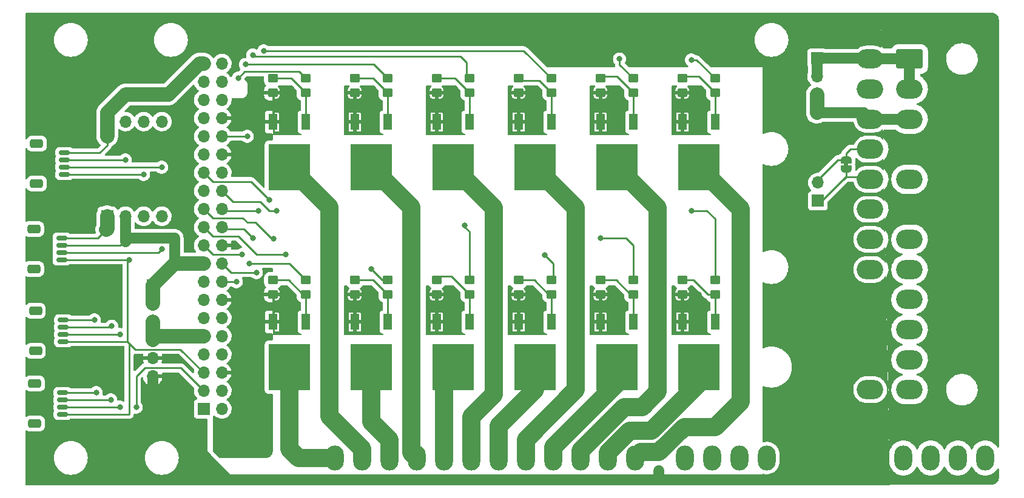
<source format=gtl>
G04 #@! TF.GenerationSoftware,KiCad,Pcbnew,(6.0.1)*
G04 #@! TF.CreationDate,2022-02-20T22:53:52-05:00*
G04 #@! TF.ProjectId,op_mainboard1,6f705f6d-6169-46e6-926f-617264312e6b,rev?*
G04 #@! TF.SameCoordinates,Original*
G04 #@! TF.FileFunction,Copper,L1,Top*
G04 #@! TF.FilePolarity,Positive*
%FSLAX46Y46*%
G04 Gerber Fmt 4.6, Leading zero omitted, Abs format (unit mm)*
G04 Created by KiCad (PCBNEW (6.0.1)) date 2022-02-20 22:53:52*
%MOMM*%
%LPD*%
G01*
G04 APERTURE LIST*
G04 Aperture macros list*
%AMRoundRect*
0 Rectangle with rounded corners*
0 $1 Rounding radius*
0 $2 $3 $4 $5 $6 $7 $8 $9 X,Y pos of 4 corners*
0 Add a 4 corners polygon primitive as box body*
4,1,4,$2,$3,$4,$5,$6,$7,$8,$9,$2,$3,0*
0 Add four circle primitives for the rounded corners*
1,1,$1+$1,$2,$3*
1,1,$1+$1,$4,$5*
1,1,$1+$1,$6,$7*
1,1,$1+$1,$8,$9*
0 Add four rect primitives between the rounded corners*
20,1,$1+$1,$2,$3,$4,$5,0*
20,1,$1+$1,$4,$5,$6,$7,0*
20,1,$1+$1,$6,$7,$8,$9,0*
20,1,$1+$1,$8,$9,$2,$3,0*%
%AMFreePoly0*
4,1,22,0.500000,-0.750000,0.000000,-0.750000,0.000000,-0.745033,-0.079941,-0.743568,-0.215256,-0.701293,-0.333266,-0.622738,-0.424486,-0.514219,-0.481581,-0.384460,-0.499164,-0.250000,-0.500000,-0.250000,-0.500000,0.250000,-0.499164,0.250000,-0.499963,0.256109,-0.478152,0.396186,-0.417904,0.524511,-0.324060,0.630769,-0.204165,0.706417,-0.067858,0.745374,0.000000,0.744959,0.000000,0.750000,
0.500000,0.750000,0.500000,-0.750000,0.500000,-0.750000,$1*%
%AMFreePoly1*
4,1,20,0.000000,0.744959,0.073905,0.744508,0.209726,0.703889,0.328688,0.626782,0.421226,0.519385,0.479903,0.390333,0.500000,0.250000,0.500000,-0.250000,0.499851,-0.262216,0.476331,-0.402017,0.414519,-0.529596,0.319384,-0.634700,0.198574,-0.708877,0.061801,-0.746166,0.000000,-0.745033,0.000000,-0.750000,-0.500000,-0.750000,-0.500000,0.750000,0.000000,0.750000,0.000000,0.744959,
0.000000,0.744959,$1*%
G04 Aperture macros list end*
G04 #@! TA.AperFunction,ComponentPad*
%ADD10R,1.700000X1.700000*%
G04 #@! TD*
G04 #@! TA.AperFunction,ComponentPad*
%ADD11O,1.700000X1.700000*%
G04 #@! TD*
G04 #@! TA.AperFunction,SMDPad,CuDef*
%ADD12R,1.200000X2.200000*%
G04 #@! TD*
G04 #@! TA.AperFunction,SMDPad,CuDef*
%ADD13R,5.800000X6.400000*%
G04 #@! TD*
G04 #@! TA.AperFunction,SMDPad,CuDef*
%ADD14RoundRect,0.150000X-0.625000X0.150000X-0.625000X-0.150000X0.625000X-0.150000X0.625000X0.150000X0*%
G04 #@! TD*
G04 #@! TA.AperFunction,SMDPad,CuDef*
%ADD15RoundRect,0.250000X-0.650000X0.350000X-0.650000X-0.350000X0.650000X-0.350000X0.650000X0.350000X0*%
G04 #@! TD*
G04 #@! TA.AperFunction,SMDPad,CuDef*
%ADD16RoundRect,0.250000X0.450000X-0.350000X0.450000X0.350000X-0.450000X0.350000X-0.450000X-0.350000X0*%
G04 #@! TD*
G04 #@! TA.AperFunction,SMDPad,CuDef*
%ADD17RoundRect,0.250000X-0.450000X0.350000X-0.450000X-0.350000X0.450000X-0.350000X0.450000X0.350000X0*%
G04 #@! TD*
G04 #@! TA.AperFunction,SMDPad,CuDef*
%ADD18FreePoly0,90.000000*%
G04 #@! TD*
G04 #@! TA.AperFunction,SMDPad,CuDef*
%ADD19FreePoly1,90.000000*%
G04 #@! TD*
G04 #@! TA.AperFunction,ComponentPad*
%ADD20RoundRect,0.250001X-1.599999X1.099999X-1.599999X-1.099999X1.599999X-1.099999X1.599999X1.099999X0*%
G04 #@! TD*
G04 #@! TA.AperFunction,ComponentPad*
%ADD21O,3.700000X2.700000*%
G04 #@! TD*
G04 #@! TA.AperFunction,ComponentPad*
%ADD22O,2.500000X3.500000*%
G04 #@! TD*
G04 #@! TA.AperFunction,ViaPad*
%ADD23C,0.800000*%
G04 #@! TD*
G04 #@! TA.AperFunction,Conductor*
%ADD24C,1.500000*%
G04 #@! TD*
G04 #@! TA.AperFunction,Conductor*
%ADD25C,0.250000*%
G04 #@! TD*
G04 #@! TA.AperFunction,Conductor*
%ADD26C,2.000000*%
G04 #@! TD*
G04 #@! TA.AperFunction,Conductor*
%ADD27C,2.500000*%
G04 #@! TD*
G04 APERTURE END LIST*
G36*
X158034000Y-124329000D02*
G01*
X157434000Y-124329000D01*
X157434000Y-123829000D01*
X158034000Y-123829000D01*
X158034000Y-124329000D01*
G37*
D10*
X54610000Y-131318000D03*
D11*
X57150000Y-131318000D03*
X59690000Y-131318000D03*
X62230000Y-131318000D03*
D12*
X82290000Y-146100000D03*
D13*
X80010000Y-152400000D03*
D12*
X77730000Y-146100000D03*
D14*
X48380400Y-155980000D03*
X48380400Y-156980000D03*
X48380400Y-157980000D03*
X48380400Y-158980000D03*
D15*
X44505400Y-154680000D03*
X44505400Y-160280000D03*
D16*
X128010000Y-114030000D03*
X128010000Y-112030000D03*
X139440000Y-114030000D03*
X139440000Y-112030000D03*
D17*
X100590000Y-140240000D03*
X100590000Y-142240000D03*
X100590000Y-112030000D03*
X100590000Y-114030000D03*
D12*
X128010000Y-118160000D03*
D13*
X125730000Y-124460000D03*
D12*
X123450000Y-118160000D03*
D10*
X60960000Y-140970000D03*
D11*
X60960000Y-143510000D03*
X60960000Y-146050000D03*
X60960000Y-148590000D03*
X60960000Y-151130000D03*
X60960000Y-153670000D03*
D17*
X123450000Y-140240000D03*
X123450000Y-142240000D03*
D16*
X105150000Y-114030000D03*
X105150000Y-112030000D03*
D10*
X54620000Y-118085000D03*
D11*
X57160000Y-118085000D03*
X59700000Y-118085000D03*
X62240000Y-118085000D03*
D12*
X116580000Y-118160000D03*
D13*
X114300000Y-124460000D03*
D12*
X112020000Y-118160000D03*
D17*
X134880000Y-112030000D03*
X134880000Y-114030000D03*
X112020000Y-112030000D03*
X112020000Y-114030000D03*
D16*
X116580000Y-114030000D03*
X116580000Y-112030000D03*
D17*
X77730000Y-112030000D03*
X77730000Y-114030000D03*
D16*
X116580000Y-142240000D03*
X116580000Y-140240000D03*
D14*
X48634400Y-122452000D03*
X48634400Y-123452000D03*
X48634400Y-124452000D03*
X48634400Y-125452000D03*
D15*
X44759400Y-121152000D03*
X44759400Y-126752000D03*
D17*
X89160000Y-112030000D03*
X89160000Y-114030000D03*
X112020000Y-140240000D03*
X112020000Y-142240000D03*
D16*
X93720000Y-114030000D03*
X93720000Y-112030000D03*
D17*
X77730000Y-140240000D03*
X77730000Y-142240000D03*
D16*
X93720000Y-142240000D03*
X93720000Y-140240000D03*
D12*
X82290000Y-118160000D03*
D13*
X80010000Y-124460000D03*
D12*
X77730000Y-118160000D03*
D18*
X157734000Y-124729000D03*
D19*
X157734000Y-123429000D03*
D14*
X48482000Y-145820000D03*
X48482000Y-146820000D03*
X48482000Y-147820000D03*
X48482000Y-148820000D03*
D15*
X44607000Y-144520000D03*
X44607000Y-150120000D03*
D12*
X105150000Y-146100000D03*
D13*
X102870000Y-152400000D03*
D12*
X100590000Y-146100000D03*
D16*
X105150000Y-142240000D03*
X105150000Y-140240000D03*
D10*
X153797000Y-129159000D03*
D11*
X153797000Y-126619000D03*
D16*
X128010000Y-142240000D03*
X128010000Y-140240000D03*
D12*
X105150000Y-118160000D03*
D13*
X102870000Y-124460000D03*
D12*
X100590000Y-118160000D03*
D17*
X89160000Y-140240000D03*
X89160000Y-142240000D03*
D16*
X82290000Y-142240000D03*
X82290000Y-140240000D03*
D17*
X134880000Y-140240000D03*
X134880000Y-142240000D03*
D10*
X153670000Y-109220000D03*
D11*
X153670000Y-111760000D03*
X153670000Y-114300000D03*
X153670000Y-116840000D03*
X153670000Y-119380000D03*
X153670000Y-121920000D03*
D17*
X123450000Y-112030000D03*
X123450000Y-114030000D03*
D16*
X82290000Y-114030000D03*
X82290000Y-112030000D03*
D12*
X139440000Y-146100000D03*
D13*
X137160000Y-152400000D03*
D12*
X134880000Y-146100000D03*
D20*
X166600000Y-109350000D03*
D21*
X166600000Y-113550000D03*
X166600000Y-117750000D03*
X166600000Y-121950000D03*
X166600000Y-126150000D03*
X166600000Y-130350000D03*
X166600000Y-134550000D03*
X166600000Y-138750000D03*
X166600000Y-142950000D03*
X166600000Y-147150000D03*
X166600000Y-151350000D03*
X166600000Y-155550000D03*
X161100000Y-109350000D03*
X161100000Y-113550000D03*
X161100000Y-117750000D03*
X161100000Y-121950000D03*
X161100000Y-126150000D03*
X161100000Y-130350000D03*
X161100000Y-134550000D03*
X161100000Y-138750000D03*
X161100000Y-142950000D03*
X161100000Y-147150000D03*
X161100000Y-151350000D03*
X161100000Y-155550000D03*
D12*
X93720000Y-118160000D03*
D13*
X91440000Y-124460000D03*
D12*
X89160000Y-118160000D03*
D16*
X139440000Y-142240000D03*
X139440000Y-140240000D03*
D14*
X48260000Y-134390000D03*
X48260000Y-135390000D03*
X48260000Y-136390000D03*
X48260000Y-137390000D03*
D15*
X44385000Y-138690000D03*
X44385000Y-133090000D03*
D12*
X128010000Y-146100000D03*
D13*
X125730000Y-152400000D03*
D12*
X123450000Y-146100000D03*
X139440000Y-118160000D03*
D13*
X137160000Y-124460000D03*
D12*
X134880000Y-118160000D03*
X93720000Y-146100000D03*
D13*
X91440000Y-152400000D03*
D12*
X89160000Y-146100000D03*
X116580000Y-146100000D03*
D13*
X114300000Y-152400000D03*
D12*
X112020000Y-146100000D03*
D10*
X68072000Y-158242000D03*
D11*
X70612000Y-158242000D03*
X68072000Y-155702000D03*
X70612000Y-155702000D03*
X68072000Y-153162000D03*
X70612000Y-153162000D03*
X68072000Y-150622000D03*
X70612000Y-150622000D03*
X68072000Y-148082000D03*
X70612000Y-148082000D03*
X68072000Y-145542000D03*
X70612000Y-145542000D03*
X68072000Y-143002000D03*
X70612000Y-143002000D03*
X68072000Y-140462000D03*
X70612000Y-140462000D03*
X68072000Y-137922000D03*
X70612000Y-137922000D03*
X68072000Y-135382000D03*
X70612000Y-135382000D03*
X68072000Y-132842000D03*
X70612000Y-132842000D03*
X68072000Y-130302000D03*
X70612000Y-130302000D03*
X68072000Y-127762000D03*
X70612000Y-127762000D03*
X68072000Y-125222000D03*
X70612000Y-125222000D03*
X68072000Y-122682000D03*
X70612000Y-122682000D03*
X68072000Y-120142000D03*
X70612000Y-120142000D03*
X68072000Y-117602000D03*
X70612000Y-117602000D03*
X68072000Y-115062000D03*
X70612000Y-115062000D03*
X68072000Y-112522000D03*
X70612000Y-112522000D03*
X68072000Y-109982000D03*
X70612000Y-109982000D03*
D22*
X86360000Y-165100000D03*
X90170000Y-165100000D03*
X93980000Y-165100000D03*
X97790000Y-165100000D03*
X101600000Y-165100000D03*
X105410000Y-165100000D03*
X109220000Y-165100000D03*
X113030000Y-165100000D03*
X116840000Y-165100000D03*
X120650000Y-165100000D03*
X124460000Y-165100000D03*
X128270000Y-165100000D03*
X135255000Y-165100000D03*
X139065000Y-165100000D03*
X142875000Y-165100000D03*
X146685000Y-165100000D03*
X150495000Y-165100000D03*
X154305000Y-165100000D03*
X158115000Y-165100000D03*
X161925000Y-165100000D03*
X165735000Y-165100000D03*
X169545000Y-165100000D03*
X173355000Y-165100000D03*
X177165000Y-165100000D03*
D23*
X114300000Y-114935000D03*
X125730000Y-114935000D03*
X91440000Y-147320000D03*
X137160000Y-116205000D03*
X102870000Y-119380000D03*
X137160000Y-117475000D03*
X80010000Y-147320000D03*
X114300000Y-116205000D03*
X80010000Y-115570000D03*
X125730000Y-144780000D03*
X91440000Y-116840000D03*
X137160000Y-143510000D03*
X80010000Y-119380000D03*
X102870000Y-118110000D03*
X137160000Y-142240000D03*
X137160000Y-113665000D03*
X91440000Y-114300000D03*
X91440000Y-143510000D03*
X91440000Y-144780000D03*
X125730000Y-142240000D03*
X52832000Y-145796000D03*
X80010000Y-114300000D03*
X102870000Y-114300000D03*
X80010000Y-142240000D03*
X91440000Y-118110000D03*
X137160000Y-146050000D03*
X125730000Y-147320000D03*
X114300000Y-118745000D03*
X125730000Y-117475000D03*
X137160000Y-144780000D03*
X137160000Y-114935000D03*
X91440000Y-146050000D03*
X102870000Y-146050000D03*
X80010000Y-143510000D03*
X102870000Y-147320000D03*
X102870000Y-142240000D03*
X102870000Y-144780000D03*
X102870000Y-115570000D03*
X137160000Y-118745000D03*
X102870000Y-143510000D03*
X137160000Y-147320000D03*
X91440000Y-115570000D03*
X125730000Y-146050000D03*
X125730000Y-118745000D03*
X114300000Y-147320000D03*
X114300000Y-142240000D03*
X91440000Y-142240000D03*
X80010000Y-116840000D03*
X102870000Y-116840000D03*
X114300000Y-113792000D03*
X114300000Y-144780000D03*
X114300000Y-143510000D03*
X53086000Y-155956000D03*
X114300000Y-146050000D03*
X80010000Y-146050000D03*
X114300000Y-117475000D03*
X125730000Y-113665000D03*
X80010000Y-118110000D03*
X125730000Y-143510000D03*
X80010000Y-144780000D03*
X125730000Y-116205000D03*
X91440000Y-119380000D03*
X131572000Y-168148000D03*
X131572000Y-166878000D03*
X91440000Y-138684000D03*
X72644000Y-140462000D03*
X73914000Y-110109000D03*
X75438000Y-139192000D03*
X104521000Y-132588000D03*
X73443500Y-136652000D03*
X74930000Y-108782690D03*
X115697000Y-136779000D03*
X79502000Y-136652000D03*
X74930000Y-134366000D03*
X76454000Y-108204000D03*
X123444000Y-134366000D03*
X77851000Y-134493000D03*
X75692000Y-130556000D03*
X126111000Y-109347000D03*
X136144000Y-130556000D03*
X78232000Y-130556000D03*
X136144000Y-109474000D03*
X77216000Y-129032000D03*
X57150000Y-134874000D03*
X57150000Y-123444000D03*
X55245000Y-146685000D03*
X55118000Y-156972000D03*
X59690000Y-125476000D03*
X57658000Y-137414000D03*
X62230000Y-135890000D03*
X62230000Y-124460000D03*
X56388000Y-147828000D03*
X56388000Y-157988000D03*
X58674000Y-157988000D03*
X74168000Y-120142000D03*
X74422000Y-137922000D03*
X72898000Y-112014000D03*
D24*
X160970000Y-109220000D02*
X161100000Y-109350000D01*
X166600000Y-109350000D02*
X166600000Y-113550000D01*
X153670000Y-111760000D02*
X153670000Y-109220000D01*
X153670000Y-109220000D02*
X160970000Y-109220000D01*
X161100000Y-109350000D02*
X166600000Y-109350000D01*
D25*
X157734000Y-122555000D02*
X158339000Y-121950000D01*
X156606000Y-123429000D02*
X153797000Y-126238000D01*
X158339000Y-121950000D02*
X161100000Y-121950000D01*
X157734000Y-123429000D02*
X156606000Y-123429000D01*
X157734000Y-123429000D02*
X157734000Y-122555000D01*
X153797000Y-125857000D02*
X153797000Y-126619000D01*
X153797000Y-126238000D02*
X153797000Y-126619000D01*
X157670500Y-125857000D02*
X160807000Y-125857000D01*
X134880000Y-118160000D02*
X134880000Y-114030000D01*
X89160000Y-146100000D02*
X89160000Y-142240000D01*
D24*
X161100000Y-117750000D02*
X166600000Y-117750000D01*
D25*
X76460000Y-143770000D02*
X77730000Y-143770000D01*
X48260000Y-134390000D02*
X53316000Y-134390000D01*
X77730000Y-114030000D02*
X79740000Y-114030000D01*
X75438000Y-117856000D02*
X75184000Y-117602000D01*
D26*
X57150000Y-114300000D02*
X63161939Y-114300000D01*
D25*
X54610000Y-120142000D02*
X54610000Y-121412000D01*
X112020000Y-146100000D02*
X112020000Y-142240000D01*
X52808000Y-145820000D02*
X48482000Y-145820000D01*
D26*
X54610000Y-133096000D02*
X54483000Y-133223000D01*
D25*
X123450000Y-118160000D02*
X123450000Y-114030000D01*
D26*
X61468000Y-148082000D02*
X60960000Y-148590000D01*
D25*
X75692000Y-143002000D02*
X76460000Y-143770000D01*
X70612000Y-122682000D02*
X75438000Y-122682000D01*
X70612000Y-117602000D02*
X75184000Y-117602000D01*
X77730000Y-114030000D02*
X77730000Y-115830000D01*
X53062000Y-155980000D02*
X53086000Y-155956000D01*
X48380400Y-155980000D02*
X53062000Y-155980000D01*
X160807000Y-125857000D02*
X161100000Y-126150000D01*
X54610000Y-121412000D02*
X53570000Y-122452000D01*
X70612000Y-143002000D02*
X75692000Y-143002000D01*
X77730000Y-143770000D02*
X77730000Y-146100000D01*
D26*
X54610000Y-131318000D02*
X54610000Y-133096000D01*
D25*
X154368500Y-129159000D02*
X157734000Y-125793500D01*
X80010000Y-118110000D02*
X80010000Y-119380000D01*
X100590000Y-146100000D02*
X100590000Y-142240000D01*
X89160000Y-118160000D02*
X89160000Y-114030000D01*
X77724000Y-115824000D02*
X77730000Y-115830000D01*
X53316000Y-134390000D02*
X54483000Y-133223000D01*
X112020000Y-118160000D02*
X112020000Y-114030000D01*
D26*
X60960000Y-148590000D02*
X60960000Y-146050000D01*
D25*
X100590000Y-118160000D02*
X100590000Y-114030000D01*
X52832000Y-145796000D02*
X52808000Y-145820000D01*
D26*
X54620000Y-118085000D02*
X54620000Y-116830000D01*
D25*
X80010000Y-115570000D02*
X80010000Y-116840000D01*
X154051000Y-129159000D02*
X154305000Y-129159000D01*
X77730000Y-115830000D02*
X77730000Y-118160000D01*
X123450000Y-146100000D02*
X123450000Y-142240000D01*
X154305000Y-129159000D02*
X154368500Y-129159000D01*
X77730000Y-142240000D02*
X77730000Y-143770000D01*
D24*
X153670000Y-116840000D02*
X160190000Y-116840000D01*
D26*
X54620000Y-120132000D02*
X54610000Y-120142000D01*
X54620000Y-116830000D02*
X57150000Y-114300000D01*
X54620000Y-118085000D02*
X54620000Y-120132000D01*
D25*
X134880000Y-142240000D02*
X134880000Y-146100000D01*
X75184000Y-117602000D02*
X76962000Y-115824000D01*
D26*
X67479939Y-109982000D02*
X68072000Y-109982000D01*
X68072000Y-148082000D02*
X61468000Y-148082000D01*
X153670000Y-116840000D02*
X153670000Y-114300000D01*
D25*
X75438000Y-122682000D02*
X75438000Y-117856000D01*
D24*
X160190000Y-116840000D02*
X161100000Y-117750000D01*
D25*
X154368500Y-129159000D02*
X157670500Y-125857000D01*
X79740000Y-114030000D02*
X80010000Y-114300000D01*
X53570000Y-122452000D02*
X48634400Y-122452000D01*
X76962000Y-115824000D02*
X77724000Y-115824000D01*
D26*
X63161939Y-114300000D02*
X67479939Y-109982000D01*
D25*
X157734000Y-125793500D02*
X157734000Y-124729000D01*
X153797000Y-129159000D02*
X154051000Y-129159000D01*
D24*
X60960000Y-157607000D02*
X60960000Y-153670000D01*
D26*
X166600000Y-130350000D02*
X170386000Y-130350000D01*
X161100000Y-142950000D02*
X161100000Y-147150000D01*
X160020000Y-160020000D02*
X158115000Y-161925000D01*
D24*
X71501000Y-168148000D02*
X60960000Y-157607000D01*
X150495000Y-156630000D02*
X150495000Y-165100000D01*
D26*
X169720000Y-130350000D02*
X170434000Y-131064000D01*
X170434000Y-157779521D02*
X168193521Y-160020000D01*
D24*
X161100000Y-151350000D02*
X155775000Y-151350000D01*
D26*
X168193521Y-160020000D02*
X160020000Y-160020000D01*
X170434000Y-131064000D02*
X170434000Y-157779521D01*
X158115000Y-161925000D02*
X158115000Y-165100000D01*
X169702000Y-121950000D02*
X166600000Y-121950000D01*
D24*
X150495000Y-165100000D02*
X150495000Y-167005000D01*
X150495000Y-167005000D02*
X149352000Y-168148000D01*
X131572000Y-168148000D02*
X71501000Y-168148000D01*
D26*
X166600000Y-130350000D02*
X169720000Y-130350000D01*
D24*
X155775000Y-151350000D02*
X150495000Y-156630000D01*
D26*
X161100000Y-147150000D02*
X161100000Y-151350000D01*
X170434000Y-122682000D02*
X169702000Y-121950000D01*
X170434000Y-130302000D02*
X170434000Y-122682000D01*
X170386000Y-130350000D02*
X170434000Y-130302000D01*
D24*
X131572000Y-168148000D02*
X131572000Y-166878000D01*
X149352000Y-168148000D02*
X131572000Y-168148000D01*
D25*
X92996000Y-140240000D02*
X93720000Y-140240000D01*
X91440000Y-138684000D02*
X92996000Y-140240000D01*
X72644000Y-140462000D02*
X70612000Y-140462000D01*
X73914000Y-110109000D02*
X91799000Y-110109000D01*
X91799000Y-110109000D02*
X93720000Y-112030000D01*
X104521000Y-132842000D02*
X105150000Y-133471000D01*
X71882000Y-139192000D02*
X70612000Y-137922000D01*
X75438000Y-139192000D02*
X71882000Y-139192000D01*
X104521000Y-132588000D02*
X104521000Y-132842000D01*
X105150000Y-133471000D02*
X105150000Y-140240000D01*
X104775000Y-111655000D02*
X105150000Y-112030000D01*
X69342000Y-136652000D02*
X68072000Y-135382000D01*
X103886000Y-108966000D02*
X75113310Y-108966000D01*
X73443500Y-136652000D02*
X69342000Y-136652000D01*
X104775000Y-109855000D02*
X104775000Y-111655000D01*
X75113310Y-108966000D02*
X74930000Y-108782690D01*
X103886000Y-108966000D02*
X104775000Y-109855000D01*
X115697000Y-136779000D02*
X116840000Y-137922000D01*
X116840000Y-137922000D02*
X116840000Y-140208000D01*
X116808000Y-140240000D02*
X116580000Y-140240000D01*
X79502000Y-136652000D02*
X75438000Y-136652000D01*
X75438000Y-136652000D02*
X72898000Y-134112000D01*
X72898000Y-134112000D02*
X69342000Y-134112000D01*
X116840000Y-140208000D02*
X116808000Y-140240000D01*
X69342000Y-134112000D02*
X68072000Y-132842000D01*
X73660000Y-133096000D02*
X70866000Y-133096000D01*
X112754000Y-108204000D02*
X116580000Y-112030000D01*
X70866000Y-133096000D02*
X70612000Y-132842000D01*
X74930000Y-134366000D02*
X73660000Y-133096000D01*
X76454000Y-108204000D02*
X112754000Y-108204000D01*
X74168718Y-132207000D02*
X73533718Y-131572000D01*
X123444000Y-134366000D02*
X127000000Y-134366000D01*
X75311000Y-132207000D02*
X74168718Y-132207000D01*
X128010000Y-135376000D02*
X128010000Y-140240000D01*
X73533718Y-131572000D02*
X69342000Y-131572000D01*
X77597000Y-134493000D02*
X75311000Y-132207000D01*
X127000000Y-134366000D02*
X128010000Y-135376000D01*
X77851000Y-134493000D02*
X77597000Y-134493000D01*
X69342000Y-131572000D02*
X68072000Y-130302000D01*
X126111000Y-110131000D02*
X128010000Y-112030000D01*
X75692000Y-130556000D02*
X70866000Y-130556000D01*
X126111000Y-109347000D02*
X126111000Y-110131000D01*
X70866000Y-130556000D02*
X70612000Y-130302000D01*
X75946000Y-129286000D02*
X72136000Y-129286000D01*
X139440000Y-140240000D02*
X139440000Y-131693000D01*
X139440000Y-131693000D02*
X138303000Y-130556000D01*
X78232000Y-130556000D02*
X77216000Y-130556000D01*
X77216000Y-130556000D02*
X75946000Y-129286000D01*
X138303000Y-130556000D02*
X136144000Y-130556000D01*
X72136000Y-129286000D02*
X70612000Y-127762000D01*
X69342000Y-126492000D02*
X68072000Y-125222000D01*
X136884000Y-109474000D02*
X136144000Y-109474000D01*
X74676000Y-126492000D02*
X69342000Y-126492000D01*
X139440000Y-112030000D02*
X136884000Y-109474000D01*
X77216000Y-129032000D02*
X74676000Y-126492000D01*
D27*
X81280000Y-165100000D02*
X80010000Y-163830000D01*
X80010000Y-163830000D02*
X80010000Y-152400000D01*
X86360000Y-165100000D02*
X81280000Y-165100000D01*
X85598000Y-130048000D02*
X80010000Y-124460000D01*
X90170000Y-165100000D02*
X90170000Y-163830000D01*
X90170000Y-163830000D02*
X85598000Y-159258000D01*
X85598000Y-159258000D02*
X85598000Y-130048000D01*
D25*
X56896000Y-134874000D02*
X57150000Y-134874000D01*
X48634400Y-123452000D02*
X57142000Y-123452000D01*
D24*
X57658000Y-134366000D02*
X57150000Y-134874000D01*
X64008000Y-137668000D02*
X64008000Y-134366000D01*
D25*
X48260000Y-135390000D02*
X56380000Y-135390000D01*
X56380000Y-135390000D02*
X56896000Y-134874000D01*
D24*
X57150000Y-134874000D02*
X57150000Y-131318000D01*
D25*
X55245000Y-146685000D02*
X55110000Y-146820000D01*
X57142000Y-123452000D02*
X57150000Y-123444000D01*
D26*
X60960000Y-143510000D02*
X60960000Y-140970000D01*
X68072000Y-137922000D02*
X64262000Y-137922000D01*
D25*
X55118000Y-156972000D02*
X55110000Y-156980000D01*
X55110000Y-156980000D02*
X48380400Y-156980000D01*
D24*
X64008000Y-134366000D02*
X57658000Y-134366000D01*
D26*
X60960000Y-140970000D02*
X64008000Y-137922000D01*
D25*
X55110000Y-146820000D02*
X48482000Y-146820000D01*
D24*
X64262000Y-137922000D02*
X64008000Y-137668000D01*
X64008000Y-137922000D02*
X64262000Y-137922000D01*
D25*
X57634000Y-137390000D02*
X48260000Y-137390000D01*
X57682000Y-158980000D02*
X57682000Y-149074000D01*
X68072000Y-153162000D02*
X64824520Y-149914520D01*
X48482000Y-148820000D02*
X57428000Y-148820000D01*
X64824520Y-149914520D02*
X58522520Y-149914520D01*
X48634400Y-125452000D02*
X59666000Y-125452000D01*
X57658000Y-137414000D02*
X57404000Y-137668000D01*
X48380400Y-158980000D02*
X57682000Y-158980000D01*
X57404000Y-137668000D02*
X57404000Y-148796000D01*
X57658000Y-137414000D02*
X57634000Y-137390000D01*
X58522520Y-149914520D02*
X57428000Y-148820000D01*
X59666000Y-125452000D02*
X59690000Y-125476000D01*
X57682000Y-149074000D02*
X57428000Y-148820000D01*
X57404000Y-148796000D02*
X57428000Y-148820000D01*
X48634400Y-124452000D02*
X62222000Y-124452000D01*
X61730000Y-136390000D02*
X62230000Y-135890000D01*
X59848511Y-152495489D02*
X58674000Y-153670000D01*
X68072000Y-155702000D02*
X64865489Y-152495489D01*
X56380000Y-147820000D02*
X48482000Y-147820000D01*
X58674000Y-153670000D02*
X58674000Y-157988000D01*
X56388000Y-157988000D02*
X56380000Y-157980000D01*
X64865489Y-152495489D02*
X59848511Y-152495489D01*
X48260000Y-136390000D02*
X61730000Y-136390000D01*
X56388000Y-147828000D02*
X56380000Y-147820000D01*
X56380000Y-157980000D02*
X48380400Y-157980000D01*
X62222000Y-124452000D02*
X62230000Y-124460000D01*
D27*
X91440000Y-160020000D02*
X91440000Y-152400000D01*
X93980000Y-162560000D02*
X91440000Y-160020000D01*
X93980000Y-165100000D02*
X93980000Y-162560000D01*
X97790000Y-165100000D02*
X97028000Y-164338000D01*
X97028000Y-130048000D02*
X91440000Y-124460000D01*
X97028000Y-164338000D02*
X97028000Y-130048000D01*
X101600000Y-165100000D02*
X101600000Y-153670000D01*
X101600000Y-153670000D02*
X102870000Y-152400000D01*
X108585000Y-156210000D02*
X108585000Y-130175000D01*
X105410000Y-159385000D02*
X108585000Y-156210000D01*
X105410000Y-165100000D02*
X105410000Y-159385000D01*
X108585000Y-130175000D02*
X102870000Y-124460000D01*
X109220000Y-165100000D02*
X109220000Y-160655000D01*
X114300000Y-155575000D02*
X114300000Y-152400000D01*
X109220000Y-160655000D02*
X114300000Y-155575000D01*
X120015000Y-130175000D02*
X114300000Y-124460000D01*
X120015000Y-155575000D02*
X120015000Y-130175000D01*
X113030000Y-165100000D02*
X113030000Y-162560000D01*
X113030000Y-162560000D02*
X120015000Y-155575000D01*
X125730000Y-154686000D02*
X125730000Y-152400000D01*
X116840000Y-165100000D02*
X116840000Y-163576000D01*
X116840000Y-163576000D02*
X125730000Y-154686000D01*
X120650000Y-164084000D02*
X126746000Y-157988000D01*
X129286000Y-157988000D02*
X131445000Y-155829000D01*
X131445000Y-155829000D02*
X131445000Y-130175000D01*
X126746000Y-157988000D02*
X129286000Y-157988000D01*
X120650000Y-165100000D02*
X120650000Y-164084000D01*
X131445000Y-130175000D02*
X125730000Y-124460000D01*
X124460000Y-164338000D02*
X127508000Y-161290000D01*
X127508000Y-161290000D02*
X130548302Y-161290000D01*
X137160000Y-154678302D02*
X137160000Y-152400000D01*
X130548302Y-161290000D02*
X137160000Y-154678302D01*
X124460000Y-165100000D02*
X124460000Y-164338000D01*
X143002000Y-130302000D02*
X137160000Y-124460000D01*
X131640724Y-164269276D02*
X135128000Y-160782000D01*
X143002000Y-157226000D02*
X143002000Y-130302000D01*
X135128000Y-160782000D02*
X139446000Y-160782000D01*
X128270000Y-165100000D02*
X129100724Y-164269276D01*
X139446000Y-160782000D02*
X143002000Y-157226000D01*
X129100724Y-164269276D02*
X131640724Y-164269276D01*
D25*
X89160000Y-112030000D02*
X91720000Y-112030000D01*
X93720000Y-118160000D02*
X93720000Y-114030000D01*
X91720000Y-112030000D02*
X93720000Y-114030000D01*
X125740000Y-111760000D02*
X128010000Y-114030000D01*
X123450000Y-112030000D02*
X123720000Y-111760000D01*
X123720000Y-111760000D02*
X125740000Y-111760000D01*
X128010000Y-118160000D02*
X128010000Y-114030000D01*
X81915000Y-142240000D02*
X79915000Y-140240000D01*
X82290000Y-142240000D02*
X82290000Y-146100000D01*
X79915000Y-140240000D02*
X77730000Y-140240000D01*
X82290000Y-142240000D02*
X81915000Y-142240000D01*
X114205000Y-140240000D02*
X112020000Y-140240000D01*
X116205000Y-142240000D02*
X114205000Y-140240000D01*
X116580000Y-146100000D02*
X116580000Y-142240000D01*
X116580000Y-142240000D02*
X116205000Y-142240000D01*
X82290000Y-114030000D02*
X82290000Y-118160000D01*
X80290000Y-112030000D02*
X82290000Y-114030000D01*
X77730000Y-112030000D02*
X80290000Y-112030000D01*
X112385000Y-112395000D02*
X112020000Y-112030000D01*
X114945000Y-112395000D02*
X112385000Y-112395000D01*
X116580000Y-114030000D02*
X114945000Y-112395000D01*
X116580000Y-118160000D02*
X116580000Y-114030000D01*
X102610000Y-139700000D02*
X100330000Y-139700000D01*
X105150000Y-142240000D02*
X102610000Y-139700000D01*
X100330000Y-139700000D02*
X100330000Y-139980000D01*
X105150000Y-146100000D02*
X105150000Y-142240000D01*
X100330000Y-139980000D02*
X100590000Y-140240000D01*
X139440000Y-146100000D02*
X139440000Y-142240000D01*
X138430000Y-142240000D02*
X136430000Y-140240000D01*
X136430000Y-140240000D02*
X134880000Y-140240000D01*
X139440000Y-142240000D02*
X138430000Y-142240000D01*
X93720000Y-142240000D02*
X91720000Y-140240000D01*
X91720000Y-140240000D02*
X89160000Y-140240000D01*
X93720000Y-146100000D02*
X93720000Y-142240000D01*
X125635000Y-140240000D02*
X123450000Y-140240000D01*
X127635000Y-142240000D02*
X125635000Y-140240000D01*
X128010000Y-142240000D02*
X128010000Y-146100000D01*
X105150000Y-114030000D02*
X103150000Y-112030000D01*
X103150000Y-112030000D02*
X100590000Y-112030000D01*
X105150000Y-114030000D02*
X105150000Y-118160000D01*
X134880000Y-112030000D02*
X135150000Y-111760000D01*
X135150000Y-111760000D02*
X137160000Y-111760000D01*
X138430000Y-113030000D02*
X138440000Y-113030000D01*
X139440000Y-114030000D02*
X139440000Y-118160000D01*
X137160000Y-111760000D02*
X138430000Y-113030000D01*
X138440000Y-113030000D02*
X139440000Y-114030000D01*
X82290000Y-140202000D02*
X82290000Y-140240000D01*
X74168000Y-120142000D02*
X70612000Y-120142000D01*
X80010000Y-137922000D02*
X82290000Y-140202000D01*
X74422000Y-137922000D02*
X80010000Y-137922000D01*
X81365480Y-111105480D02*
X82290000Y-112030000D01*
X73806520Y-111105480D02*
X81365480Y-111105480D01*
X72898000Y-112014000D02*
X73806520Y-111105480D01*
G04 #@! TA.AperFunction,Conductor*
G36*
X122639341Y-113048740D02*
G01*
X122677262Y-113072115D01*
X122676148Y-113073923D01*
X122721554Y-113113903D01*
X122741015Y-113182180D01*
X122720473Y-113250140D01*
X122690584Y-113282007D01*
X122647134Y-113314571D01*
X122634572Y-113327133D01*
X122558754Y-113428296D01*
X122550222Y-113443882D01*
X122505467Y-113563265D01*
X122501842Y-113578510D01*
X122496369Y-113628892D01*
X122496000Y-113635706D01*
X122496000Y-113757885D01*
X122500475Y-113773124D01*
X122501865Y-113774329D01*
X122509548Y-113776000D01*
X124385884Y-113776000D01*
X124401123Y-113771525D01*
X124402328Y-113770135D01*
X124403999Y-113762452D01*
X124403999Y-113635708D01*
X124403630Y-113628890D01*
X124398159Y-113578518D01*
X124394530Y-113563259D01*
X124349778Y-113443882D01*
X124341246Y-113428296D01*
X124265428Y-113327133D01*
X124252866Y-113314571D01*
X124209400Y-113281995D01*
X124166885Y-113225136D01*
X124161859Y-113154317D01*
X124195919Y-113092024D01*
X124224302Y-113072126D01*
X124223946Y-113071550D01*
X124260619Y-113048856D01*
X124326922Y-113030000D01*
X126061905Y-113030000D01*
X126130026Y-113050002D01*
X126150998Y-113066903D01*
X126764596Y-113680501D01*
X126798621Y-113742813D01*
X126801500Y-113769596D01*
X126801500Y-114430400D01*
X126801837Y-114433646D01*
X126801837Y-114433650D01*
X126809070Y-114503357D01*
X126812474Y-114536166D01*
X126868450Y-114703946D01*
X126961522Y-114854348D01*
X127086697Y-114979305D01*
X127237262Y-115072115D01*
X127280647Y-115086505D01*
X127290168Y-115089663D01*
X127348527Y-115130094D01*
X127375764Y-115195658D01*
X127376500Y-115209256D01*
X127376500Y-116442130D01*
X127356498Y-116510251D01*
X127302842Y-116556744D01*
X127294730Y-116560112D01*
X127185192Y-116601176D01*
X127163295Y-116609385D01*
X127046739Y-116696739D01*
X126959385Y-116813295D01*
X126908255Y-116949684D01*
X126901500Y-117011866D01*
X126901500Y-119308134D01*
X126908255Y-119370316D01*
X126959385Y-119506705D01*
X127046739Y-119623261D01*
X127163295Y-119710615D01*
X127299684Y-119761745D01*
X127317977Y-119763732D01*
X127318021Y-119763737D01*
X127383583Y-119790979D01*
X127424009Y-119849342D01*
X127426464Y-119920296D01*
X127390169Y-119981314D01*
X127326647Y-120013023D01*
X127304413Y-120015000D01*
X122202411Y-120015000D01*
X122177829Y-120012579D01*
X122111254Y-119999336D01*
X122065836Y-119980523D01*
X122019920Y-119949843D01*
X121985157Y-119915080D01*
X121954478Y-119869166D01*
X121935664Y-119823746D01*
X121922421Y-119757171D01*
X121920000Y-119732589D01*
X121920000Y-119278828D01*
X122596001Y-119278828D01*
X122597209Y-119291088D01*
X122608315Y-119346931D01*
X122617633Y-119369427D01*
X122659983Y-119432808D01*
X122677192Y-119450017D01*
X122740575Y-119492368D01*
X122763066Y-119501684D01*
X122818915Y-119512793D01*
X122831170Y-119514000D01*
X123177885Y-119514000D01*
X123193124Y-119509525D01*
X123194329Y-119508135D01*
X123196000Y-119500452D01*
X123196000Y-119495884D01*
X123704000Y-119495884D01*
X123708475Y-119511123D01*
X123709865Y-119512328D01*
X123717548Y-119513999D01*
X124068828Y-119513999D01*
X124081088Y-119512791D01*
X124136931Y-119501685D01*
X124159427Y-119492367D01*
X124222808Y-119450017D01*
X124240017Y-119432808D01*
X124282368Y-119369425D01*
X124291684Y-119346934D01*
X124302793Y-119291085D01*
X124304000Y-119278830D01*
X124304000Y-118432115D01*
X124299525Y-118416876D01*
X124298135Y-118415671D01*
X124290452Y-118414000D01*
X123722115Y-118414000D01*
X123706876Y-118418475D01*
X123705671Y-118419865D01*
X123704000Y-118427548D01*
X123704000Y-119495884D01*
X123196000Y-119495884D01*
X123196000Y-118432115D01*
X123191525Y-118416876D01*
X123190135Y-118415671D01*
X123182452Y-118414000D01*
X122614116Y-118414000D01*
X122598877Y-118418475D01*
X122597672Y-118419865D01*
X122596001Y-118427548D01*
X122596001Y-119278828D01*
X121920000Y-119278828D01*
X121920000Y-117887885D01*
X122596000Y-117887885D01*
X122600475Y-117903124D01*
X122601865Y-117904329D01*
X122609548Y-117906000D01*
X123177885Y-117906000D01*
X123193124Y-117901525D01*
X123194329Y-117900135D01*
X123196000Y-117892452D01*
X123196000Y-117887885D01*
X123704000Y-117887885D01*
X123708475Y-117903124D01*
X123709865Y-117904329D01*
X123717548Y-117906000D01*
X124285884Y-117906000D01*
X124301123Y-117901525D01*
X124302328Y-117900135D01*
X124303999Y-117892452D01*
X124303999Y-117041172D01*
X124302791Y-117028912D01*
X124291685Y-116973069D01*
X124282367Y-116950573D01*
X124240017Y-116887192D01*
X124222808Y-116869983D01*
X124159425Y-116827632D01*
X124136934Y-116818316D01*
X124081085Y-116807207D01*
X124068830Y-116806000D01*
X123722115Y-116806000D01*
X123706876Y-116810475D01*
X123705671Y-116811865D01*
X123704000Y-116819548D01*
X123704000Y-117887885D01*
X123196000Y-117887885D01*
X123196000Y-116824116D01*
X123191525Y-116808877D01*
X123190135Y-116807672D01*
X123182452Y-116806001D01*
X122831172Y-116806001D01*
X122818912Y-116807209D01*
X122763069Y-116818315D01*
X122740573Y-116827633D01*
X122677192Y-116869983D01*
X122659983Y-116887192D01*
X122617632Y-116950575D01*
X122608316Y-116973066D01*
X122597207Y-117028915D01*
X122596000Y-117041170D01*
X122596000Y-117887885D01*
X121920000Y-117887885D01*
X121920000Y-114424292D01*
X122496001Y-114424292D01*
X122496370Y-114431110D01*
X122501841Y-114481482D01*
X122505470Y-114496741D01*
X122550222Y-114616118D01*
X122558754Y-114631704D01*
X122634572Y-114732867D01*
X122647133Y-114745428D01*
X122748296Y-114821246D01*
X122763882Y-114829778D01*
X122883265Y-114874533D01*
X122898510Y-114878158D01*
X122948892Y-114883631D01*
X122955706Y-114884000D01*
X123177885Y-114884000D01*
X123193124Y-114879525D01*
X123194329Y-114878135D01*
X123196000Y-114870452D01*
X123196000Y-114865884D01*
X123704000Y-114865884D01*
X123708475Y-114881123D01*
X123709865Y-114882328D01*
X123717548Y-114883999D01*
X123944292Y-114883999D01*
X123951110Y-114883630D01*
X124001482Y-114878159D01*
X124016741Y-114874530D01*
X124136118Y-114829778D01*
X124151704Y-114821246D01*
X124252867Y-114745428D01*
X124265428Y-114732867D01*
X124341246Y-114631704D01*
X124349778Y-114616118D01*
X124394533Y-114496735D01*
X124398158Y-114481490D01*
X124403631Y-114431108D01*
X124404000Y-114424294D01*
X124404000Y-114302115D01*
X124399525Y-114286876D01*
X124398135Y-114285671D01*
X124390452Y-114284000D01*
X123722115Y-114284000D01*
X123706876Y-114288475D01*
X123705671Y-114289865D01*
X123704000Y-114297548D01*
X123704000Y-114865884D01*
X123196000Y-114865884D01*
X123196000Y-114302115D01*
X123191525Y-114286876D01*
X123190135Y-114285671D01*
X123182452Y-114284000D01*
X122514116Y-114284000D01*
X122498877Y-114288475D01*
X122497672Y-114289865D01*
X122496001Y-114297548D01*
X122496001Y-114424292D01*
X121920000Y-114424292D01*
X121920000Y-113312411D01*
X121922421Y-113287829D01*
X121935664Y-113221254D01*
X121954478Y-113175834D01*
X121985157Y-113129920D01*
X122019920Y-113095157D01*
X122054405Y-113072115D01*
X122065836Y-113064477D01*
X122111254Y-113045664D01*
X122177829Y-113032421D01*
X122202411Y-113030000D01*
X122573225Y-113030000D01*
X122639341Y-113048740D01*
G37*
G04 #@! TD.AperFunction*
G04 #@! TA.AperFunction,Conductor*
G36*
X68580000Y-108561462D02*
G01*
X68453158Y-108517787D01*
X68448369Y-108516138D01*
X68331184Y-108495897D01*
X68213074Y-108475496D01*
X68213068Y-108475495D01*
X68209164Y-108474821D01*
X68205203Y-108474641D01*
X68205202Y-108474641D01*
X68181494Y-108473564D01*
X68181475Y-108473564D01*
X68180075Y-108473500D01*
X67503955Y-108473500D01*
X67500437Y-108473451D01*
X67405789Y-108470807D01*
X67405786Y-108470807D01*
X67400734Y-108470666D01*
X67322841Y-108481059D01*
X67316300Y-108481758D01*
X67287607Y-108484067D01*
X67243016Y-108487654D01*
X67243012Y-108487655D01*
X67237974Y-108488060D01*
X67206061Y-108495899D01*
X67192681Y-108498426D01*
X67160119Y-108502771D01*
X67155278Y-108504232D01*
X67155276Y-108504233D01*
X67084910Y-108525478D01*
X67078549Y-108527219D01*
X67002233Y-108545963D01*
X66997573Y-108547941D01*
X66971988Y-108558801D01*
X66959178Y-108563438D01*
X66927731Y-108572933D01*
X66923183Y-108575151D01*
X66923176Y-108575154D01*
X66857121Y-108607371D01*
X66851119Y-108610107D01*
X66822713Y-108622165D01*
X66778783Y-108640812D01*
X66754737Y-108655955D01*
X66750983Y-108658319D01*
X66739079Y-108664945D01*
X66709551Y-108679346D01*
X66651978Y-108719960D01*
X66645342Y-108724641D01*
X66639853Y-108728301D01*
X66577653Y-108767471D01*
X66573372Y-108770167D01*
X66569583Y-108773508D01*
X66569577Y-108773512D01*
X66548722Y-108791898D01*
X66538027Y-108800344D01*
X66511192Y-108819274D01*
X66508268Y-108821944D01*
X66501081Y-108828507D01*
X66489689Y-108838909D01*
X66449973Y-108878625D01*
X66444203Y-108884044D01*
X66395081Y-108927350D01*
X66395078Y-108927353D01*
X66391284Y-108930698D01*
X66388074Y-108934606D01*
X66388073Y-108934607D01*
X66364760Y-108962989D01*
X66356490Y-108972108D01*
X62574003Y-112754595D01*
X62511691Y-112788621D01*
X62484908Y-112791500D01*
X57174002Y-112791500D01*
X57170483Y-112791451D01*
X57075850Y-112788807D01*
X57075847Y-112788807D01*
X57070795Y-112788666D01*
X56992902Y-112799059D01*
X56986361Y-112799758D01*
X56957668Y-112802067D01*
X56913077Y-112805654D01*
X56913073Y-112805655D01*
X56908035Y-112806060D01*
X56876122Y-112813899D01*
X56862742Y-112816426D01*
X56830180Y-112820771D01*
X56825339Y-112822232D01*
X56825337Y-112822233D01*
X56754971Y-112843478D01*
X56748610Y-112845219D01*
X56672294Y-112863963D01*
X56667634Y-112865941D01*
X56642049Y-112876801D01*
X56629239Y-112881438D01*
X56597792Y-112890933D01*
X56593244Y-112893151D01*
X56593237Y-112893154D01*
X56527182Y-112925371D01*
X56521180Y-112928107D01*
X56476496Y-112947075D01*
X56448844Y-112958812D01*
X56424532Y-112974123D01*
X56421044Y-112976319D01*
X56409140Y-112982945D01*
X56379612Y-112997346D01*
X56375475Y-113000265D01*
X56375474Y-113000265D01*
X56315403Y-113042641D01*
X56309914Y-113046301D01*
X56247714Y-113085471D01*
X56243433Y-113088167D01*
X56239644Y-113091508D01*
X56239638Y-113091512D01*
X56218783Y-113109898D01*
X56208088Y-113118344D01*
X56181253Y-113137274D01*
X56159750Y-113156909D01*
X56120034Y-113196625D01*
X56114264Y-113202044D01*
X56065142Y-113245350D01*
X56065139Y-113245353D01*
X56061345Y-113248698D01*
X56058135Y-113252606D01*
X56058134Y-113252607D01*
X56034821Y-113280989D01*
X56026551Y-113290108D01*
X53570334Y-115746325D01*
X53567812Y-115748779D01*
X53501662Y-115811334D01*
X53495319Y-115817332D01*
X53492252Y-115821344D01*
X53447592Y-115879757D01*
X53443448Y-115884892D01*
X53392530Y-115944720D01*
X53389911Y-115949045D01*
X53389907Y-115949050D01*
X53375509Y-115972824D01*
X53367837Y-115984071D01*
X53347880Y-116010174D01*
X53345490Y-116014632D01*
X53345489Y-116014633D01*
X53310761Y-116079401D01*
X53307496Y-116085126D01*
X53266779Y-116152358D01*
X53264884Y-116157049D01*
X53254473Y-116182817D01*
X53248693Y-116195158D01*
X53233169Y-116224109D01*
X53231523Y-116228890D01*
X53231521Y-116228894D01*
X53207588Y-116298401D01*
X53205278Y-116304579D01*
X53175845Y-116377429D01*
X53174723Y-116382368D01*
X53168568Y-116409460D01*
X53164837Y-116422559D01*
X53154138Y-116453631D01*
X53140757Y-116531100D01*
X53139477Y-116537504D01*
X53122065Y-116614144D01*
X53120001Y-116646953D01*
X53118415Y-116660453D01*
X53112821Y-116692836D01*
X53111500Y-116721925D01*
X53111500Y-116778108D01*
X53111251Y-116786019D01*
X53106822Y-116856413D01*
X53107316Y-116861448D01*
X53110899Y-116897992D01*
X53111500Y-116910288D01*
X53111500Y-119931170D01*
X53111251Y-119939081D01*
X53096822Y-120168413D01*
X53120511Y-120410002D01*
X53182519Y-120644696D01*
X53281254Y-120866456D01*
X53414174Y-121069578D01*
X53577858Y-121248836D01*
X53624826Y-121286062D01*
X53634051Y-121293374D01*
X53675012Y-121351362D01*
X53678120Y-121422291D01*
X53644881Y-121481214D01*
X53344499Y-121781596D01*
X53282187Y-121815621D01*
X53255404Y-121818500D01*
X49759350Y-121818500D01*
X49691229Y-121798498D01*
X49678129Y-121787941D01*
X49678075Y-121788011D01*
X49671815Y-121783155D01*
X49666207Y-121777547D01*
X49659383Y-121773511D01*
X49659380Y-121773509D01*
X49529827Y-121696892D01*
X49529828Y-121696892D01*
X49523001Y-121692855D01*
X49515390Y-121690644D01*
X49515388Y-121690643D01*
X49421577Y-121663389D01*
X49363231Y-121646438D01*
X49356826Y-121645934D01*
X49356821Y-121645933D01*
X49328358Y-121643693D01*
X49328350Y-121643693D01*
X49325902Y-121643500D01*
X47942898Y-121643500D01*
X47940450Y-121643693D01*
X47940442Y-121643693D01*
X47911979Y-121645933D01*
X47911974Y-121645934D01*
X47905569Y-121646438D01*
X47847223Y-121663389D01*
X47753412Y-121690643D01*
X47753410Y-121690644D01*
X47745799Y-121692855D01*
X47738972Y-121696892D01*
X47738973Y-121696892D01*
X47609420Y-121773509D01*
X47609417Y-121773511D01*
X47602593Y-121777547D01*
X47484947Y-121895193D01*
X47480911Y-121902017D01*
X47480909Y-121902020D01*
X47433893Y-121981521D01*
X47400255Y-122038399D01*
X47353838Y-122198169D01*
X47353334Y-122204574D01*
X47353333Y-122204579D01*
X47352804Y-122211305D01*
X47350900Y-122235498D01*
X47350900Y-122668502D01*
X47353838Y-122705831D01*
X47400255Y-122865601D01*
X47404290Y-122872424D01*
X47404291Y-122872426D01*
X47413420Y-122887863D01*
X47430878Y-122956679D01*
X47413420Y-123016137D01*
X47404291Y-123031574D01*
X47400255Y-123038399D01*
X47353838Y-123198169D01*
X47350900Y-123235498D01*
X47350900Y-123668502D01*
X47353838Y-123705831D01*
X47400255Y-123865601D01*
X47404290Y-123872424D01*
X47404291Y-123872426D01*
X47413420Y-123887863D01*
X47430878Y-123956679D01*
X47413420Y-124016137D01*
X47406009Y-124028669D01*
X47400255Y-124038399D01*
X47398044Y-124046010D01*
X47398043Y-124046012D01*
X47392202Y-124066118D01*
X47353838Y-124198169D01*
X47350900Y-124235498D01*
X47350900Y-124668502D01*
X47353838Y-124705831D01*
X47400255Y-124865601D01*
X47404290Y-124872424D01*
X47404291Y-124872426D01*
X47413420Y-124887863D01*
X47430878Y-124956679D01*
X47413420Y-125016137D01*
X47404291Y-125031574D01*
X47400255Y-125038399D01*
X47353838Y-125198169D01*
X47350900Y-125235498D01*
X47350900Y-125668502D01*
X47351093Y-125670950D01*
X47351093Y-125670958D01*
X47351192Y-125672206D01*
X47353838Y-125705831D01*
X47380863Y-125798854D01*
X47393187Y-125841271D01*
X47400255Y-125865601D01*
X47404292Y-125872427D01*
X47480909Y-126001980D01*
X47480911Y-126001983D01*
X47484947Y-126008807D01*
X47602593Y-126126453D01*
X47609417Y-126130489D01*
X47609420Y-126130491D01*
X47657202Y-126158749D01*
X47745799Y-126211145D01*
X47753410Y-126213356D01*
X47753412Y-126213357D01*
X47805631Y-126228528D01*
X47905569Y-126257562D01*
X47911974Y-126258066D01*
X47911979Y-126258067D01*
X47940442Y-126260307D01*
X47940450Y-126260307D01*
X47942898Y-126260500D01*
X49325902Y-126260500D01*
X49328350Y-126260307D01*
X49328358Y-126260307D01*
X49356821Y-126258067D01*
X49356826Y-126258066D01*
X49363231Y-126257562D01*
X49463169Y-126228528D01*
X49515388Y-126213357D01*
X49515390Y-126213356D01*
X49523001Y-126211145D01*
X49611598Y-126158749D01*
X49659380Y-126130491D01*
X49659383Y-126130489D01*
X49666207Y-126126453D01*
X49671816Y-126120844D01*
X49678075Y-126115989D01*
X49679244Y-126117496D01*
X49732567Y-126088379D01*
X49759350Y-126085500D01*
X58960191Y-126085500D01*
X59028312Y-126105502D01*
X59053828Y-126127191D01*
X59074323Y-126149954D01*
X59074330Y-126149960D01*
X59078747Y-126154866D01*
X59084089Y-126158747D01*
X59084091Y-126158749D01*
X59224139Y-126260500D01*
X59233248Y-126267118D01*
X59239276Y-126269802D01*
X59239278Y-126269803D01*
X59399734Y-126341242D01*
X59407712Y-126344794D01*
X59501113Y-126364647D01*
X59588056Y-126383128D01*
X59588061Y-126383128D01*
X59594513Y-126384500D01*
X59785487Y-126384500D01*
X59791939Y-126383128D01*
X59791944Y-126383128D01*
X59878887Y-126364647D01*
X59972288Y-126344794D01*
X59980266Y-126341242D01*
X60140722Y-126269803D01*
X60140724Y-126269802D01*
X60146752Y-126267118D01*
X60156127Y-126260307D01*
X60229348Y-126207108D01*
X60301253Y-126154866D01*
X60336258Y-126115989D01*
X60424621Y-126017852D01*
X60424622Y-126017851D01*
X60429040Y-126012944D01*
X60524527Y-125847556D01*
X60583542Y-125665928D01*
X60584775Y-125654203D01*
X60602814Y-125482565D01*
X60603504Y-125476000D01*
X60597278Y-125416767D01*
X60584232Y-125292635D01*
X60584232Y-125292633D01*
X60583542Y-125286072D01*
X60571963Y-125250436D01*
X60569935Y-125179469D01*
X60606598Y-125118671D01*
X60670310Y-125087346D01*
X60691796Y-125085500D01*
X61514598Y-125085500D01*
X61582719Y-125105502D01*
X61608230Y-125127186D01*
X61618747Y-125138866D01*
X61694427Y-125193851D01*
X61755149Y-125237968D01*
X61773248Y-125251118D01*
X61779276Y-125253802D01*
X61779278Y-125253803D01*
X61837662Y-125279797D01*
X61947712Y-125328794D01*
X62041113Y-125348647D01*
X62128056Y-125367128D01*
X62128061Y-125367128D01*
X62134513Y-125368500D01*
X62325487Y-125368500D01*
X62331939Y-125367128D01*
X62331944Y-125367128D01*
X62418887Y-125348647D01*
X62512288Y-125328794D01*
X62622338Y-125279797D01*
X62680722Y-125253803D01*
X62680724Y-125253802D01*
X62686752Y-125251118D01*
X62704852Y-125237968D01*
X62765573Y-125193851D01*
X62841253Y-125138866D01*
X62969040Y-124996944D01*
X63044871Y-124865601D01*
X63061223Y-124837279D01*
X63061224Y-124837278D01*
X63064527Y-124831556D01*
X63123542Y-124649928D01*
X63134184Y-124548680D01*
X63142814Y-124466565D01*
X63143504Y-124460000D01*
X63123542Y-124270072D01*
X63064527Y-124088444D01*
X62969040Y-123923056D01*
X62874898Y-123818500D01*
X62845675Y-123786045D01*
X62845674Y-123786044D01*
X62841253Y-123781134D01*
X62686752Y-123668882D01*
X62680724Y-123666198D01*
X62680722Y-123666197D01*
X62518319Y-123593891D01*
X62518318Y-123593891D01*
X62512288Y-123591206D01*
X62418888Y-123571353D01*
X62331944Y-123552872D01*
X62331939Y-123552872D01*
X62325487Y-123551500D01*
X62134513Y-123551500D01*
X62128061Y-123552872D01*
X62128056Y-123552872D01*
X62041112Y-123571353D01*
X61947712Y-123591206D01*
X61941682Y-123593891D01*
X61941681Y-123593891D01*
X61779278Y-123666197D01*
X61779276Y-123666198D01*
X61773248Y-123668882D01*
X61618747Y-123781134D01*
X61614333Y-123786036D01*
X61614220Y-123786138D01*
X61550212Y-123816854D01*
X61529912Y-123818500D01*
X58156995Y-123818500D01*
X58088874Y-123798498D01*
X58042381Y-123744842D01*
X58032277Y-123674568D01*
X58037162Y-123653565D01*
X58041502Y-123640209D01*
X58041504Y-123640202D01*
X58043542Y-123633928D01*
X58048177Y-123589834D01*
X58062814Y-123450565D01*
X58063504Y-123444000D01*
X58062814Y-123437435D01*
X58044232Y-123260635D01*
X58044232Y-123260633D01*
X58043542Y-123254072D01*
X57984527Y-123072444D01*
X57969267Y-123046012D01*
X57892341Y-122912774D01*
X57889040Y-122907056D01*
X57761253Y-122765134D01*
X57636600Y-122674568D01*
X57612094Y-122656763D01*
X57612093Y-122656762D01*
X57606752Y-122652882D01*
X57600724Y-122650198D01*
X57600722Y-122650197D01*
X57438319Y-122577891D01*
X57438318Y-122577891D01*
X57432288Y-122575206D01*
X57338887Y-122555353D01*
X57251944Y-122536872D01*
X57251939Y-122536872D01*
X57245487Y-122535500D01*
X57054513Y-122535500D01*
X57048061Y-122536872D01*
X57048056Y-122536872D01*
X56961113Y-122555353D01*
X56867712Y-122575206D01*
X56861682Y-122577891D01*
X56861681Y-122577891D01*
X56699278Y-122650197D01*
X56699276Y-122650198D01*
X56693248Y-122652882D01*
X56687907Y-122656762D01*
X56687906Y-122656763D01*
X56663400Y-122674568D01*
X56538747Y-122765134D01*
X56528232Y-122776812D01*
X56467789Y-122814050D01*
X56434598Y-122818500D01*
X54403595Y-122818500D01*
X54335474Y-122798498D01*
X54288981Y-122744842D01*
X54278877Y-122674568D01*
X54308371Y-122609988D01*
X54314500Y-122603404D01*
X54657405Y-122260500D01*
X55002258Y-121915647D01*
X55010537Y-121908113D01*
X55017018Y-121904000D01*
X55063644Y-121854348D01*
X55066398Y-121851507D01*
X55086135Y-121831770D01*
X55088615Y-121828573D01*
X55096320Y-121819551D01*
X55097973Y-121817791D01*
X55126586Y-121787321D01*
X55130405Y-121780375D01*
X55130407Y-121780372D01*
X55136348Y-121769566D01*
X55147199Y-121753047D01*
X55154758Y-121743301D01*
X55159614Y-121737041D01*
X55162759Y-121729772D01*
X55162762Y-121729768D01*
X55177174Y-121696463D01*
X55182391Y-121685813D01*
X55203695Y-121647060D01*
X55208733Y-121627437D01*
X55215137Y-121608734D01*
X55220033Y-121597420D01*
X55220033Y-121597419D01*
X55223181Y-121590145D01*
X55224420Y-121582321D01*
X55224422Y-121582315D01*
X55224734Y-121580344D01*
X55225407Y-121578926D01*
X55226634Y-121574701D01*
X55227316Y-121574899D01*
X55255151Y-121516192D01*
X55293947Y-121486814D01*
X55309886Y-121479040D01*
X55380388Y-121444654D01*
X55427891Y-121411144D01*
X55575514Y-121307007D01*
X55575518Y-121307004D01*
X55578747Y-121304726D01*
X55600250Y-121285091D01*
X55669666Y-121215675D01*
X55672188Y-121213221D01*
X55741012Y-121148138D01*
X55741014Y-121148135D01*
X55744681Y-121144668D01*
X55792411Y-121082239D01*
X55796552Y-121077108D01*
X55844191Y-121021133D01*
X55844192Y-121021132D01*
X55847470Y-121017280D01*
X55850089Y-121012955D01*
X55850093Y-121012950D01*
X55864491Y-120989176D01*
X55872163Y-120977929D01*
X55892120Y-120951826D01*
X55894661Y-120947088D01*
X55929239Y-120882599D01*
X55932507Y-120876868D01*
X55970602Y-120813966D01*
X55973221Y-120809642D01*
X55985528Y-120779181D01*
X55991308Y-120766841D01*
X56004440Y-120742350D01*
X56006831Y-120737891D01*
X56032412Y-120663599D01*
X56034722Y-120657421D01*
X56062258Y-120589266D01*
X56064155Y-120584571D01*
X56071432Y-120552539D01*
X56075163Y-120539441D01*
X56085862Y-120508369D01*
X56099243Y-120430900D01*
X56100526Y-120424482D01*
X56101141Y-120421778D01*
X56117935Y-120347856D01*
X56119999Y-120315047D01*
X56121585Y-120301547D01*
X56127179Y-120269164D01*
X56128500Y-120240075D01*
X56128500Y-120183893D01*
X56128749Y-120175981D01*
X56132860Y-120110642D01*
X56133178Y-120105588D01*
X56129101Y-120064009D01*
X56128500Y-120051713D01*
X56128500Y-119262760D01*
X56148502Y-119194639D01*
X56202158Y-119148146D01*
X56272432Y-119138042D01*
X56334984Y-119165815D01*
X56378126Y-119201632D01*
X56571000Y-119314338D01*
X56779692Y-119394030D01*
X56784760Y-119395061D01*
X56784763Y-119395062D01*
X56892017Y-119416883D01*
X56998597Y-119438567D01*
X57003772Y-119438757D01*
X57003774Y-119438757D01*
X57216673Y-119446564D01*
X57216677Y-119446564D01*
X57221837Y-119446753D01*
X57226957Y-119446097D01*
X57226959Y-119446097D01*
X57438288Y-119419025D01*
X57438289Y-119419025D01*
X57443416Y-119418368D01*
X57448366Y-119416883D01*
X57652429Y-119355661D01*
X57652434Y-119355659D01*
X57657384Y-119354174D01*
X57857994Y-119255896D01*
X58039860Y-119126173D01*
X58198096Y-118968489D01*
X58328453Y-118787077D01*
X58329776Y-118788028D01*
X58376645Y-118744857D01*
X58446580Y-118732625D01*
X58512026Y-118760144D01*
X58539875Y-118791994D01*
X58599987Y-118890088D01*
X58746250Y-119058938D01*
X58918126Y-119201632D01*
X59111000Y-119314338D01*
X59319692Y-119394030D01*
X59324760Y-119395061D01*
X59324763Y-119395062D01*
X59432017Y-119416883D01*
X59538597Y-119438567D01*
X59543772Y-119438757D01*
X59543774Y-119438757D01*
X59756673Y-119446564D01*
X59756677Y-119446564D01*
X59761837Y-119446753D01*
X59766957Y-119446097D01*
X59766959Y-119446097D01*
X59978288Y-119419025D01*
X59978289Y-119419025D01*
X59983416Y-119418368D01*
X59988366Y-119416883D01*
X60192429Y-119355661D01*
X60192434Y-119355659D01*
X60197384Y-119354174D01*
X60397994Y-119255896D01*
X60579860Y-119126173D01*
X60738096Y-118968489D01*
X60868453Y-118787077D01*
X60869776Y-118788028D01*
X60916645Y-118744857D01*
X60986580Y-118732625D01*
X61052026Y-118760144D01*
X61079875Y-118791994D01*
X61139987Y-118890088D01*
X61286250Y-119058938D01*
X61458126Y-119201632D01*
X61651000Y-119314338D01*
X61859692Y-119394030D01*
X61864760Y-119395061D01*
X61864763Y-119395062D01*
X61972017Y-119416883D01*
X62078597Y-119438567D01*
X62083772Y-119438757D01*
X62083774Y-119438757D01*
X62296673Y-119446564D01*
X62296677Y-119446564D01*
X62301837Y-119446753D01*
X62306957Y-119446097D01*
X62306959Y-119446097D01*
X62518288Y-119419025D01*
X62518289Y-119419025D01*
X62523416Y-119418368D01*
X62528366Y-119416883D01*
X62732429Y-119355661D01*
X62732434Y-119355659D01*
X62737384Y-119354174D01*
X62937994Y-119255896D01*
X63119860Y-119126173D01*
X63278096Y-118968489D01*
X63408453Y-118787077D01*
X63429320Y-118744857D01*
X63505136Y-118591453D01*
X63505137Y-118591451D01*
X63507430Y-118586811D01*
X63572370Y-118373069D01*
X63601529Y-118151590D01*
X63603156Y-118085000D01*
X63584852Y-117862361D01*
X63530431Y-117645702D01*
X63441354Y-117440840D01*
X63320014Y-117253277D01*
X63169670Y-117088051D01*
X63165619Y-117084852D01*
X63165615Y-117084848D01*
X62998414Y-116952800D01*
X62998410Y-116952798D01*
X62994359Y-116949598D01*
X62798789Y-116841638D01*
X62793920Y-116839914D01*
X62793916Y-116839912D01*
X62593087Y-116768795D01*
X62593083Y-116768794D01*
X62588212Y-116767069D01*
X62583119Y-116766162D01*
X62583116Y-116766161D01*
X62373373Y-116728800D01*
X62373367Y-116728799D01*
X62368284Y-116727894D01*
X62294452Y-116726992D01*
X62150081Y-116725228D01*
X62150079Y-116725228D01*
X62144911Y-116725165D01*
X61924091Y-116758955D01*
X61711756Y-116828357D01*
X61681443Y-116844137D01*
X61519038Y-116928680D01*
X61513607Y-116931507D01*
X61509474Y-116934610D01*
X61509471Y-116934612D01*
X61339100Y-117062530D01*
X61334965Y-117065635D01*
X61180629Y-117227138D01*
X61073201Y-117384621D01*
X61018293Y-117429621D01*
X60947768Y-117437792D01*
X60884021Y-117406538D01*
X60863324Y-117382054D01*
X60782822Y-117257617D01*
X60782820Y-117257614D01*
X60780014Y-117253277D01*
X60629670Y-117088051D01*
X60625619Y-117084852D01*
X60625615Y-117084848D01*
X60458414Y-116952800D01*
X60458410Y-116952798D01*
X60454359Y-116949598D01*
X60258789Y-116841638D01*
X60253920Y-116839914D01*
X60253916Y-116839912D01*
X60053087Y-116768795D01*
X60053083Y-116768794D01*
X60048212Y-116767069D01*
X60043119Y-116766162D01*
X60043116Y-116766161D01*
X59833373Y-116728800D01*
X59833367Y-116728799D01*
X59828284Y-116727894D01*
X59754452Y-116726992D01*
X59610081Y-116725228D01*
X59610079Y-116725228D01*
X59604911Y-116725165D01*
X59384091Y-116758955D01*
X59171756Y-116828357D01*
X59141443Y-116844137D01*
X58979038Y-116928680D01*
X58973607Y-116931507D01*
X58969474Y-116934610D01*
X58969471Y-116934612D01*
X58799100Y-117062530D01*
X58794965Y-117065635D01*
X58640629Y-117227138D01*
X58533201Y-117384621D01*
X58478293Y-117429621D01*
X58407768Y-117437792D01*
X58344021Y-117406538D01*
X58323324Y-117382054D01*
X58242822Y-117257617D01*
X58242820Y-117257614D01*
X58240014Y-117253277D01*
X58089670Y-117088051D01*
X58085619Y-117084852D01*
X58085615Y-117084848D01*
X57918414Y-116952800D01*
X57918410Y-116952798D01*
X57914359Y-116949598D01*
X57718789Y-116841638D01*
X57713920Y-116839914D01*
X57713916Y-116839912D01*
X57513087Y-116768795D01*
X57513083Y-116768794D01*
X57508212Y-116767069D01*
X57503119Y-116766162D01*
X57503116Y-116766161D01*
X57293373Y-116728800D01*
X57293367Y-116728799D01*
X57288284Y-116727894D01*
X57159660Y-116726323D01*
X57091790Y-116705490D01*
X57045956Y-116651271D01*
X57036711Y-116580878D01*
X57066990Y-116516663D01*
X57072105Y-116511237D01*
X57737937Y-115845405D01*
X57800249Y-115811379D01*
X57827032Y-115808500D01*
X63137923Y-115808500D01*
X63141441Y-115808549D01*
X63236089Y-115811193D01*
X63236092Y-115811193D01*
X63241144Y-115811334D01*
X63319037Y-115800941D01*
X63325578Y-115800242D01*
X63354271Y-115797933D01*
X63398862Y-115794346D01*
X63398866Y-115794345D01*
X63403904Y-115793940D01*
X63435817Y-115786101D01*
X63449197Y-115783574D01*
X63481759Y-115779229D01*
X63486600Y-115777768D01*
X63486602Y-115777767D01*
X63556968Y-115756522D01*
X63563331Y-115754781D01*
X63639645Y-115736037D01*
X63669891Y-115723199D01*
X63682702Y-115718561D01*
X63709301Y-115710530D01*
X63714147Y-115709067D01*
X63718695Y-115706849D01*
X63718702Y-115706846D01*
X63784757Y-115674629D01*
X63790759Y-115671893D01*
X63835443Y-115652925D01*
X63863095Y-115641188D01*
X63890895Y-115623681D01*
X63902799Y-115617055D01*
X63932327Y-115602654D01*
X63996539Y-115557357D01*
X64002025Y-115553699D01*
X64064225Y-115514529D01*
X64064226Y-115514528D01*
X64068506Y-115511833D01*
X64072295Y-115508492D01*
X64072301Y-115508488D01*
X64093156Y-115490102D01*
X64103851Y-115481656D01*
X64106802Y-115479574D01*
X64130686Y-115462726D01*
X64152189Y-115443091D01*
X64191905Y-115403375D01*
X64197675Y-115397956D01*
X64246797Y-115354650D01*
X64246800Y-115354647D01*
X64250594Y-115351302D01*
X64277118Y-115319011D01*
X64285388Y-115309892D01*
X66606377Y-112988903D01*
X66668689Y-112954877D01*
X66739504Y-112959942D01*
X66796340Y-113002489D01*
X66812215Y-113030594D01*
X66853322Y-113131829D01*
X66855266Y-113136616D01*
X66893758Y-113199430D01*
X66943738Y-113280989D01*
X66971987Y-113327088D01*
X67118250Y-113495938D01*
X67290126Y-113638632D01*
X67360595Y-113679811D01*
X67363445Y-113681476D01*
X67412169Y-113733114D01*
X67425240Y-113802897D01*
X67398509Y-113868669D01*
X67358055Y-113902027D01*
X67345607Y-113908507D01*
X67341474Y-113911610D01*
X67341471Y-113911612D01*
X67216929Y-114005121D01*
X67166965Y-114042635D01*
X67012629Y-114204138D01*
X66886743Y-114388680D01*
X66868900Y-114427120D01*
X66807848Y-114558646D01*
X66792688Y-114591305D01*
X66732989Y-114806570D01*
X66709251Y-115028695D01*
X66722110Y-115251715D01*
X66723247Y-115256761D01*
X66723248Y-115256767D01*
X66737276Y-115319011D01*
X66771222Y-115469639D01*
X66855266Y-115676616D01*
X66880970Y-115718561D01*
X66958700Y-115845405D01*
X66971987Y-115867088D01*
X67118250Y-116035938D01*
X67290126Y-116178632D01*
X67297288Y-116182817D01*
X67363445Y-116221476D01*
X67412169Y-116273114D01*
X67425240Y-116342897D01*
X67398509Y-116408669D01*
X67358055Y-116442027D01*
X67345607Y-116448507D01*
X67341474Y-116451610D01*
X67341471Y-116451612D01*
X67235671Y-116531049D01*
X67166965Y-116582635D01*
X67012629Y-116744138D01*
X67009715Y-116748410D01*
X67009714Y-116748411D01*
X66995995Y-116768523D01*
X66886743Y-116928680D01*
X66839716Y-117029992D01*
X66814253Y-117084848D01*
X66792688Y-117131305D01*
X66732989Y-117346570D01*
X66709251Y-117568695D01*
X66722110Y-117791715D01*
X66723247Y-117796761D01*
X66723248Y-117796767D01*
X66736900Y-117857342D01*
X66771222Y-118009639D01*
X66855266Y-118216616D01*
X66857965Y-118221020D01*
X66947997Y-118367939D01*
X66971987Y-118407088D01*
X67118250Y-118575938D01*
X67290126Y-118718632D01*
X67335005Y-118744857D01*
X67363445Y-118761476D01*
X67412169Y-118813114D01*
X67425240Y-118882897D01*
X67398509Y-118948669D01*
X67358055Y-118982027D01*
X67345607Y-118988507D01*
X67341474Y-118991610D01*
X67341471Y-118991612D01*
X67171100Y-119119530D01*
X67166965Y-119122635D01*
X67012629Y-119284138D01*
X66886743Y-119468680D01*
X66884564Y-119473375D01*
X66811570Y-119630628D01*
X66792688Y-119671305D01*
X66732989Y-119886570D01*
X66709251Y-120108695D01*
X66709548Y-120113848D01*
X66709548Y-120113851D01*
X66721150Y-120315072D01*
X66722110Y-120331715D01*
X66723247Y-120336761D01*
X66723248Y-120336767D01*
X66738620Y-120404975D01*
X66771222Y-120549639D01*
X66817496Y-120663599D01*
X66851910Y-120748350D01*
X66855266Y-120756616D01*
X66971987Y-120947088D01*
X67118250Y-121115938D01*
X67290126Y-121258632D01*
X67337067Y-121286062D01*
X67363445Y-121301476D01*
X67412169Y-121353114D01*
X67425240Y-121422897D01*
X67398509Y-121488669D01*
X67358055Y-121522027D01*
X67345607Y-121528507D01*
X67341474Y-121531610D01*
X67341471Y-121531612D01*
X67178464Y-121654001D01*
X67166965Y-121662635D01*
X67163393Y-121666373D01*
X67066669Y-121767589D01*
X67012629Y-121824138D01*
X67009715Y-121828410D01*
X67009714Y-121828411D01*
X66958151Y-121904000D01*
X66886743Y-122008680D01*
X66872948Y-122038399D01*
X66798786Y-122198169D01*
X66792688Y-122211305D01*
X66732989Y-122426570D01*
X66709251Y-122648695D01*
X66709548Y-122653848D01*
X66709548Y-122653851D01*
X66721757Y-122865601D01*
X66722110Y-122871715D01*
X66723247Y-122876761D01*
X66723248Y-122876767D01*
X66731363Y-122912774D01*
X66771222Y-123089639D01*
X66855266Y-123296616D01*
X66971987Y-123487088D01*
X67118250Y-123655938D01*
X67290126Y-123798632D01*
X67324126Y-123818500D01*
X67363445Y-123841476D01*
X67412169Y-123893114D01*
X67425240Y-123962897D01*
X67398509Y-124028669D01*
X67358055Y-124062027D01*
X67345607Y-124068507D01*
X67341474Y-124071610D01*
X67341471Y-124071612D01*
X67181140Y-124191992D01*
X67166965Y-124202635D01*
X67012629Y-124364138D01*
X66886743Y-124548680D01*
X66884564Y-124553375D01*
X66816772Y-124699421D01*
X66792688Y-124751305D01*
X66732989Y-124966570D01*
X66709251Y-125188695D01*
X66709548Y-125193848D01*
X66709548Y-125193851D01*
X66715244Y-125292635D01*
X66722110Y-125411715D01*
X66723247Y-125416761D01*
X66723248Y-125416767D01*
X66735118Y-125469435D01*
X66771222Y-125629639D01*
X66832673Y-125780976D01*
X66839933Y-125798854D01*
X66855266Y-125836616D01*
X66857965Y-125841020D01*
X66964222Y-126014416D01*
X66971987Y-126027088D01*
X67118250Y-126195938D01*
X67290126Y-126338632D01*
X67360595Y-126379811D01*
X67363445Y-126381476D01*
X67412169Y-126433114D01*
X67425240Y-126502897D01*
X67398509Y-126568669D01*
X67358055Y-126602027D01*
X67345607Y-126608507D01*
X67341474Y-126611610D01*
X67341471Y-126611612D01*
X67171100Y-126739530D01*
X67166965Y-126742635D01*
X67012629Y-126904138D01*
X66886743Y-127088680D01*
X66884564Y-127093375D01*
X66808071Y-127258166D01*
X66792688Y-127291305D01*
X66732989Y-127506570D01*
X66709251Y-127728695D01*
X66709548Y-127733848D01*
X66709548Y-127733851D01*
X66716259Y-127850238D01*
X66722110Y-127951715D01*
X66723247Y-127956761D01*
X66723248Y-127956767D01*
X66747304Y-128063508D01*
X66771222Y-128169639D01*
X66855266Y-128376616D01*
X66971987Y-128567088D01*
X67118250Y-128735938D01*
X67290126Y-128878632D01*
X67304859Y-128887241D01*
X67363445Y-128921476D01*
X67412169Y-128973114D01*
X67425240Y-129042897D01*
X67398509Y-129108669D01*
X67358055Y-129142027D01*
X67345607Y-129148507D01*
X67341474Y-129151610D01*
X67341471Y-129151612D01*
X67313474Y-129172633D01*
X67166965Y-129282635D01*
X67012629Y-129444138D01*
X66886743Y-129628680D01*
X66884564Y-129633375D01*
X66804660Y-129805514D01*
X66792688Y-129831305D01*
X66732989Y-130046570D01*
X66709251Y-130268695D01*
X66709548Y-130273848D01*
X66709548Y-130273851D01*
X66717689Y-130415037D01*
X66722110Y-130491715D01*
X66723247Y-130496761D01*
X66723248Y-130496767D01*
X66737288Y-130559066D01*
X66771222Y-130709639D01*
X66855266Y-130916616D01*
X66870595Y-130941631D01*
X66964801Y-131095361D01*
X66971987Y-131107088D01*
X67118250Y-131275938D01*
X67290126Y-131418632D01*
X67360595Y-131459811D01*
X67363445Y-131461476D01*
X67412169Y-131513114D01*
X67425240Y-131582897D01*
X67398509Y-131648669D01*
X67358055Y-131682027D01*
X67345607Y-131688507D01*
X67341474Y-131691610D01*
X67341471Y-131691612D01*
X67177324Y-131814857D01*
X67166965Y-131822635D01*
X67012629Y-131984138D01*
X67009715Y-131988410D01*
X67009714Y-131988411D01*
X66960250Y-132060923D01*
X66886743Y-132168680D01*
X66844132Y-132260479D01*
X66810701Y-132332500D01*
X66792688Y-132371305D01*
X66732989Y-132586570D01*
X66709251Y-132808695D01*
X66722110Y-133031715D01*
X66723247Y-133036761D01*
X66723248Y-133036767D01*
X66741392Y-133117276D01*
X66771222Y-133249639D01*
X66821276Y-133372909D01*
X66852100Y-133448818D01*
X66855266Y-133456616D01*
X66898090Y-133526498D01*
X66951640Y-133613884D01*
X66971987Y-133647088D01*
X67118250Y-133815938D01*
X67290126Y-133958632D01*
X67316855Y-133974251D01*
X67363445Y-134001476D01*
X67412169Y-134053114D01*
X67425240Y-134122897D01*
X67398509Y-134188669D01*
X67358055Y-134222027D01*
X67345607Y-134228507D01*
X67341474Y-134231610D01*
X67341471Y-134231612D01*
X67171100Y-134359530D01*
X67166965Y-134362635D01*
X67012629Y-134524138D01*
X66886743Y-134708680D01*
X66869831Y-134745114D01*
X66808756Y-134876690D01*
X66792688Y-134911305D01*
X66732989Y-135126570D01*
X66709251Y-135348695D01*
X66709548Y-135353848D01*
X66709548Y-135353851D01*
X66721812Y-135566547D01*
X66722110Y-135571715D01*
X66723247Y-135576761D01*
X66723248Y-135576767D01*
X66738362Y-135643831D01*
X66771222Y-135789639D01*
X66855266Y-135996616D01*
X66857965Y-136001020D01*
X66965173Y-136175968D01*
X66971987Y-136187088D01*
X66975367Y-136190990D01*
X66987504Y-136205001D01*
X67016988Y-136269587D01*
X67006874Y-136339859D01*
X66960373Y-136393508D01*
X66892268Y-136413500D01*
X65392500Y-136413500D01*
X65324379Y-136393498D01*
X65277886Y-136339842D01*
X65266500Y-136287500D01*
X65266500Y-134407346D01*
X65266709Y-134400093D01*
X65270640Y-134331917D01*
X65270640Y-134331914D01*
X65270963Y-134326310D01*
X65260080Y-134236372D01*
X65259670Y-134232469D01*
X65252116Y-134147830D01*
X65251617Y-134142238D01*
X65248808Y-134131970D01*
X65245256Y-134113863D01*
X65244650Y-134108859D01*
X65244649Y-134108854D01*
X65243975Y-134103285D01*
X65217325Y-134016658D01*
X65216231Y-134012891D01*
X65193819Y-133930966D01*
X65193819Y-133930965D01*
X65192337Y-133925549D01*
X65188967Y-133918483D01*
X65187751Y-133915933D01*
X65181052Y-133898751D01*
X65179568Y-133893929D01*
X65177918Y-133888565D01*
X65136344Y-133808016D01*
X65134636Y-133804575D01*
X65095622Y-133722782D01*
X65090424Y-133715547D01*
X65089409Y-133714135D01*
X65079772Y-133698409D01*
X65074882Y-133688936D01*
X65049266Y-133655552D01*
X65019732Y-133617062D01*
X65017371Y-133613884D01*
X64967805Y-133544904D01*
X64967801Y-133544899D01*
X64964529Y-133540346D01*
X64959367Y-133535343D01*
X64956883Y-133532936D01*
X64944610Y-133519161D01*
X64941542Y-133515163D01*
X64941538Y-133515159D01*
X64938123Y-133510708D01*
X64933977Y-133506935D01*
X64933972Y-133506930D01*
X64871129Y-133449748D01*
X64868244Y-133447039D01*
X64807231Y-133387913D01*
X64807229Y-133387911D01*
X64803201Y-133384008D01*
X64794361Y-133378068D01*
X64779839Y-133366681D01*
X64776115Y-133363292D01*
X64776113Y-133363290D01*
X64771964Y-133359515D01*
X64695258Y-133311398D01*
X64691950Y-133309249D01*
X64621396Y-133261840D01*
X64616738Y-133258710D01*
X64606986Y-133254430D01*
X64590664Y-133245787D01*
X64586407Y-133243116D01*
X64586403Y-133243114D01*
X64581656Y-133240136D01*
X64576456Y-133238046D01*
X64576445Y-133238040D01*
X64497620Y-133206353D01*
X64493970Y-133204819D01*
X64416169Y-133170666D01*
X64416163Y-133170664D01*
X64411033Y-133168412D01*
X64405585Y-133167104D01*
X64405582Y-133167103D01*
X64402283Y-133166311D01*
X64400672Y-133165925D01*
X64383098Y-133160316D01*
X64378419Y-133158435D01*
X64378418Y-133158435D01*
X64373217Y-133156344D01*
X64284550Y-133137981D01*
X64280687Y-133137118D01*
X64198038Y-133117276D01*
X64198036Y-133117276D01*
X64192589Y-133115968D01*
X64186996Y-133115645D01*
X64186993Y-133115645D01*
X64183221Y-133115428D01*
X64181958Y-133115355D01*
X64163660Y-133112946D01*
X64157761Y-133111724D01*
X64157753Y-133111723D01*
X64153233Y-133110787D01*
X64119457Y-133108840D01*
X64098048Y-133107605D01*
X64098044Y-133107605D01*
X64096225Y-133107500D01*
X64049346Y-133107500D01*
X64042093Y-133107291D01*
X63973912Y-133103360D01*
X63968310Y-133103037D01*
X63962743Y-133103711D01*
X63962732Y-133103711D01*
X63938965Y-133106587D01*
X63923828Y-133107500D01*
X58534500Y-133107500D01*
X58466379Y-133087498D01*
X58419886Y-133033842D01*
X58408500Y-132981500D01*
X58408500Y-132251474D01*
X58428502Y-132183353D01*
X58482158Y-132136860D01*
X58552432Y-132126756D01*
X58617012Y-132156250D01*
X58629734Y-132168973D01*
X58683732Y-132231310D01*
X58732866Y-132288032D01*
X58732869Y-132288035D01*
X58736250Y-132291938D01*
X58908126Y-132434632D01*
X59101000Y-132547338D01*
X59105825Y-132549180D01*
X59105826Y-132549181D01*
X59178612Y-132576975D01*
X59309692Y-132627030D01*
X59314760Y-132628061D01*
X59314763Y-132628062D01*
X59422017Y-132649883D01*
X59528597Y-132671567D01*
X59533772Y-132671757D01*
X59533774Y-132671757D01*
X59746673Y-132679564D01*
X59746677Y-132679564D01*
X59751837Y-132679753D01*
X59756957Y-132679097D01*
X59756959Y-132679097D01*
X59968288Y-132652025D01*
X59968289Y-132652025D01*
X59973416Y-132651368D01*
X60017774Y-132638060D01*
X60182429Y-132588661D01*
X60182434Y-132588659D01*
X60187384Y-132587174D01*
X60387994Y-132488896D01*
X60569860Y-132359173D01*
X60575978Y-132353077D01*
X60724435Y-132205137D01*
X60728096Y-132201489D01*
X60760320Y-132156645D01*
X60858453Y-132020077D01*
X60859776Y-132021028D01*
X60906645Y-131977857D01*
X60976580Y-131965625D01*
X61042026Y-131993144D01*
X61069875Y-132024994D01*
X61129987Y-132123088D01*
X61276250Y-132291938D01*
X61448126Y-132434632D01*
X61641000Y-132547338D01*
X61645825Y-132549180D01*
X61645826Y-132549181D01*
X61718612Y-132576975D01*
X61849692Y-132627030D01*
X61854760Y-132628061D01*
X61854763Y-132628062D01*
X61962017Y-132649883D01*
X62068597Y-132671567D01*
X62073772Y-132671757D01*
X62073774Y-132671757D01*
X62286673Y-132679564D01*
X62286677Y-132679564D01*
X62291837Y-132679753D01*
X62296957Y-132679097D01*
X62296959Y-132679097D01*
X62508288Y-132652025D01*
X62508289Y-132652025D01*
X62513416Y-132651368D01*
X62557774Y-132638060D01*
X62722429Y-132588661D01*
X62722434Y-132588659D01*
X62727384Y-132587174D01*
X62927994Y-132488896D01*
X63109860Y-132359173D01*
X63115978Y-132353077D01*
X63264435Y-132205137D01*
X63268096Y-132201489D01*
X63300320Y-132156645D01*
X63395435Y-132024277D01*
X63398453Y-132020077D01*
X63411018Y-131994655D01*
X63495136Y-131824453D01*
X63495137Y-131824451D01*
X63497430Y-131819811D01*
X63562370Y-131606069D01*
X63591529Y-131384590D01*
X63593156Y-131318000D01*
X63574852Y-131095361D01*
X63520431Y-130878702D01*
X63431354Y-130673840D01*
X63387686Y-130606340D01*
X63312822Y-130490617D01*
X63312820Y-130490614D01*
X63310014Y-130486277D01*
X63159670Y-130321051D01*
X63155619Y-130317852D01*
X63155615Y-130317848D01*
X62988414Y-130185800D01*
X62988410Y-130185798D01*
X62984359Y-130182598D01*
X62788789Y-130074638D01*
X62783920Y-130072914D01*
X62783916Y-130072912D01*
X62583087Y-130001795D01*
X62583083Y-130001794D01*
X62578212Y-130000069D01*
X62573119Y-129999162D01*
X62573116Y-129999161D01*
X62363373Y-129961800D01*
X62363367Y-129961799D01*
X62358284Y-129960894D01*
X62284452Y-129959992D01*
X62140081Y-129958228D01*
X62140079Y-129958228D01*
X62134911Y-129958165D01*
X61914091Y-129991955D01*
X61701756Y-130061357D01*
X61503607Y-130164507D01*
X61499474Y-130167610D01*
X61499471Y-130167612D01*
X61329100Y-130295530D01*
X61324965Y-130298635D01*
X61321393Y-130302373D01*
X61213729Y-130415037D01*
X61170629Y-130460138D01*
X61063201Y-130617621D01*
X61008293Y-130662621D01*
X60937768Y-130670792D01*
X60874021Y-130639538D01*
X60853324Y-130615054D01*
X60772822Y-130490617D01*
X60772820Y-130490614D01*
X60770014Y-130486277D01*
X60619670Y-130321051D01*
X60615619Y-130317852D01*
X60615615Y-130317848D01*
X60448414Y-130185800D01*
X60448410Y-130185798D01*
X60444359Y-130182598D01*
X60248789Y-130074638D01*
X60243920Y-130072914D01*
X60243916Y-130072912D01*
X60043087Y-130001795D01*
X60043083Y-130001794D01*
X60038212Y-130000069D01*
X60033119Y-129999162D01*
X60033116Y-129999161D01*
X59823373Y-129961800D01*
X59823367Y-129961799D01*
X59818284Y-129960894D01*
X59744452Y-129959992D01*
X59600081Y-129958228D01*
X59600079Y-129958228D01*
X59594911Y-129958165D01*
X59374091Y-129991955D01*
X59161756Y-130061357D01*
X58963607Y-130164507D01*
X58959474Y-130167610D01*
X58959471Y-130167612D01*
X58789100Y-130295530D01*
X58784965Y-130298635D01*
X58781393Y-130302373D01*
X58673729Y-130415037D01*
X58630629Y-130460138D01*
X58523201Y-130617621D01*
X58468293Y-130662621D01*
X58397768Y-130670792D01*
X58334021Y-130639538D01*
X58313324Y-130615054D01*
X58232822Y-130490617D01*
X58232820Y-130490614D01*
X58230014Y-130486277D01*
X58079670Y-130321051D01*
X58075619Y-130317852D01*
X58075615Y-130317848D01*
X57908414Y-130185800D01*
X57908410Y-130185798D01*
X57904359Y-130182598D01*
X57708789Y-130074638D01*
X57703920Y-130072914D01*
X57703916Y-130072912D01*
X57503087Y-130001795D01*
X57503083Y-130001794D01*
X57498212Y-130000069D01*
X57493119Y-129999162D01*
X57493116Y-129999161D01*
X57283373Y-129961800D01*
X57283367Y-129961799D01*
X57278284Y-129960894D01*
X57204452Y-129959992D01*
X57060081Y-129958228D01*
X57060079Y-129958228D01*
X57054911Y-129958165D01*
X56834091Y-129991955D01*
X56621756Y-130061357D01*
X56423607Y-130164507D01*
X56419474Y-130167610D01*
X56419471Y-130167612D01*
X56249100Y-130295530D01*
X56244965Y-130298635D01*
X56188537Y-130357684D01*
X56164283Y-130383064D01*
X56102759Y-130418494D01*
X56031846Y-130415037D01*
X55974060Y-130373791D01*
X55955207Y-130340243D01*
X55913767Y-130229703D01*
X55910615Y-130221295D01*
X55823261Y-130104739D01*
X55706705Y-130017385D01*
X55570316Y-129966255D01*
X55508134Y-129959500D01*
X55303793Y-129959500D01*
X55258639Y-129951131D01*
X55042022Y-129867980D01*
X55042018Y-129867979D01*
X55037298Y-129866167D01*
X55032348Y-129865133D01*
X55032345Y-129865132D01*
X54804631Y-129817560D01*
X54804627Y-129817560D01*
X54799680Y-129816526D01*
X54557183Y-129805514D01*
X54552163Y-129806095D01*
X54552159Y-129806095D01*
X54321071Y-129832833D01*
X54321067Y-129832834D01*
X54316044Y-129833415D01*
X54311180Y-129834791D01*
X54311177Y-129834792D01*
X54203958Y-129865132D01*
X54082468Y-129899510D01*
X54077892Y-129901644D01*
X54077886Y-129901646D01*
X53979134Y-129947695D01*
X53925884Y-129959500D01*
X53711866Y-129959500D01*
X53649684Y-129966255D01*
X53513295Y-130017385D01*
X53396739Y-130104739D01*
X53309385Y-130221295D01*
X53258255Y-130357684D01*
X53251500Y-130419866D01*
X53251500Y-130627624D01*
X53236545Y-130687164D01*
X53223169Y-130712109D01*
X53144138Y-130941631D01*
X53102821Y-131180836D01*
X53101500Y-131209925D01*
X53101500Y-132590860D01*
X53092325Y-132638060D01*
X53038845Y-132770429D01*
X52985065Y-133007144D01*
X52984747Y-133012191D01*
X52984747Y-133012194D01*
X52976887Y-133137118D01*
X52969822Y-133249413D01*
X52993511Y-133491002D01*
X53021296Y-133596166D01*
X53021864Y-133598314D01*
X53019926Y-133669284D01*
X52979927Y-133727941D01*
X52914566Y-133755660D01*
X52900044Y-133756500D01*
X49384950Y-133756500D01*
X49316829Y-133736498D01*
X49303729Y-133725941D01*
X49303675Y-133726011D01*
X49297415Y-133721155D01*
X49291807Y-133715547D01*
X49284983Y-133711511D01*
X49284980Y-133711509D01*
X49155427Y-133634892D01*
X49155428Y-133634892D01*
X49148601Y-133630855D01*
X49140990Y-133628644D01*
X49140988Y-133628643D01*
X49047177Y-133601389D01*
X48988831Y-133584438D01*
X48982426Y-133583934D01*
X48982421Y-133583933D01*
X48953958Y-133581693D01*
X48953950Y-133581693D01*
X48951502Y-133581500D01*
X47568498Y-133581500D01*
X47566050Y-133581693D01*
X47566042Y-133581693D01*
X47537579Y-133583933D01*
X47537574Y-133583934D01*
X47531169Y-133584438D01*
X47472823Y-133601389D01*
X47379012Y-133628643D01*
X47379010Y-133628644D01*
X47371399Y-133630855D01*
X47364572Y-133634892D01*
X47364573Y-133634892D01*
X47235020Y-133711509D01*
X47235017Y-133711511D01*
X47228193Y-133715547D01*
X47110547Y-133833193D01*
X47106511Y-133840017D01*
X47106509Y-133840020D01*
X47058925Y-133920481D01*
X47025855Y-133976399D01*
X47023644Y-133984010D01*
X47023643Y-133984012D01*
X47017048Y-134006713D01*
X46979438Y-134136169D01*
X46978934Y-134142574D01*
X46978933Y-134142579D01*
X46976693Y-134171042D01*
X46976500Y-134173498D01*
X46976500Y-134606502D01*
X46976693Y-134608950D01*
X46976693Y-134608958D01*
X46978389Y-134630500D01*
X46979438Y-134643831D01*
X47025855Y-134803601D01*
X47029890Y-134810424D01*
X47029891Y-134810426D01*
X47039020Y-134825863D01*
X47056478Y-134894679D01*
X47039020Y-134954137D01*
X47035374Y-134960303D01*
X47025855Y-134976399D01*
X47023644Y-134984010D01*
X47023643Y-134984012D01*
X47008472Y-135036231D01*
X46979438Y-135136169D01*
X46976500Y-135173498D01*
X46976500Y-135606502D01*
X46976693Y-135608950D01*
X46976693Y-135608958D01*
X46977917Y-135624500D01*
X46979438Y-135643831D01*
X47007854Y-135741640D01*
X47021799Y-135789639D01*
X47025855Y-135803601D01*
X47029890Y-135810424D01*
X47029891Y-135810426D01*
X47039020Y-135825863D01*
X47056478Y-135894679D01*
X47039020Y-135954137D01*
X47029891Y-135969574D01*
X47025855Y-135976399D01*
X46979438Y-136136169D01*
X46976500Y-136173498D01*
X46976500Y-136606502D01*
X46976693Y-136608950D01*
X46976693Y-136608958D01*
X46978785Y-136635529D01*
X46979438Y-136643831D01*
X47025855Y-136803601D01*
X47029890Y-136810424D01*
X47029891Y-136810426D01*
X47039020Y-136825863D01*
X47056478Y-136894679D01*
X47039020Y-136954137D01*
X47032178Y-136965707D01*
X47025855Y-136976399D01*
X47023644Y-136984010D01*
X47023643Y-136984012D01*
X47020460Y-136994969D01*
X46979438Y-137136169D01*
X46976500Y-137173498D01*
X46976500Y-137606502D01*
X46976693Y-137608950D01*
X46976693Y-137608958D01*
X46976792Y-137610206D01*
X46979438Y-137643831D01*
X46987072Y-137670107D01*
X47018787Y-137779271D01*
X47025855Y-137803601D01*
X47029892Y-137810427D01*
X47106509Y-137939980D01*
X47106511Y-137939983D01*
X47110547Y-137946807D01*
X47228193Y-138064453D01*
X47235017Y-138068489D01*
X47235020Y-138068491D01*
X47276319Y-138092915D01*
X47371399Y-138149145D01*
X47379010Y-138151356D01*
X47379012Y-138151357D01*
X47426699Y-138165211D01*
X47531169Y-138195562D01*
X47537574Y-138196066D01*
X47537579Y-138196067D01*
X47566042Y-138198307D01*
X47566050Y-138198307D01*
X47568498Y-138198500D01*
X48951502Y-138198500D01*
X48953950Y-138198307D01*
X48953958Y-138198307D01*
X48982421Y-138196067D01*
X48982426Y-138196066D01*
X48988831Y-138195562D01*
X49093301Y-138165211D01*
X49140988Y-138151357D01*
X49140990Y-138151356D01*
X49148601Y-138149145D01*
X49243681Y-138092915D01*
X49284980Y-138068491D01*
X49284983Y-138068489D01*
X49291807Y-138064453D01*
X49297416Y-138058844D01*
X49303675Y-138053989D01*
X49304844Y-138055496D01*
X49358167Y-138026379D01*
X49384950Y-138023500D01*
X56644500Y-138023500D01*
X56712621Y-138043502D01*
X56759114Y-138097158D01*
X56770500Y-138149500D01*
X56770500Y-146824909D01*
X56750498Y-146893030D01*
X56696842Y-146939523D01*
X56626568Y-146949627D01*
X56618303Y-146948156D01*
X56489944Y-146920872D01*
X56489939Y-146920872D01*
X56483487Y-146919500D01*
X56292513Y-146919500D01*
X56286564Y-146920764D01*
X56216915Y-146908026D01*
X56165069Y-146859523D01*
X56147676Y-146790689D01*
X56148274Y-146782336D01*
X56158504Y-146685000D01*
X56138542Y-146495072D01*
X56079527Y-146313444D01*
X55984040Y-146148056D01*
X55922770Y-146080008D01*
X55860675Y-146011045D01*
X55860674Y-146011044D01*
X55856253Y-146006134D01*
X55701752Y-145893882D01*
X55695724Y-145891198D01*
X55695722Y-145891197D01*
X55533319Y-145818891D01*
X55533318Y-145818891D01*
X55527288Y-145816206D01*
X55432227Y-145796000D01*
X55346944Y-145777872D01*
X55346939Y-145777872D01*
X55340487Y-145776500D01*
X55149513Y-145776500D01*
X55143061Y-145777872D01*
X55143056Y-145777872D01*
X55057773Y-145796000D01*
X54962712Y-145816206D01*
X54956682Y-145818891D01*
X54956681Y-145818891D01*
X54794278Y-145891197D01*
X54794276Y-145891198D01*
X54788248Y-145893882D01*
X54633747Y-146006134D01*
X54629326Y-146011044D01*
X54629325Y-146011045D01*
X54508883Y-146144810D01*
X54448437Y-146182050D01*
X54415247Y-146186500D01*
X53833796Y-146186500D01*
X53765675Y-146166498D01*
X53719182Y-146112842D01*
X53709078Y-146042568D01*
X53713963Y-146021563D01*
X53718977Y-146006134D01*
X53725542Y-145985928D01*
X53734809Y-145897763D01*
X53744814Y-145802565D01*
X53745504Y-145796000D01*
X53743599Y-145777872D01*
X53726232Y-145612635D01*
X53726232Y-145612633D01*
X53725542Y-145606072D01*
X53666527Y-145424444D01*
X53571040Y-145259056D01*
X53549050Y-145234633D01*
X53447675Y-145122045D01*
X53447674Y-145122044D01*
X53443253Y-145117134D01*
X53301210Y-145013933D01*
X53294094Y-145008763D01*
X53294093Y-145008762D01*
X53288752Y-145004882D01*
X53282724Y-145002198D01*
X53282722Y-145002197D01*
X53120319Y-144929891D01*
X53120318Y-144929891D01*
X53114288Y-144927206D01*
X53020888Y-144907353D01*
X52933944Y-144888872D01*
X52933939Y-144888872D01*
X52927487Y-144887500D01*
X52736513Y-144887500D01*
X52730061Y-144888872D01*
X52730056Y-144888872D01*
X52643112Y-144907353D01*
X52549712Y-144927206D01*
X52543682Y-144929891D01*
X52543681Y-144929891D01*
X52381278Y-145002197D01*
X52381276Y-145002198D01*
X52375248Y-145004882D01*
X52369907Y-145008762D01*
X52369906Y-145008763D01*
X52276964Y-145076290D01*
X52220747Y-145117134D01*
X52216330Y-145122040D01*
X52216323Y-145122046D01*
X52195828Y-145144809D01*
X52135383Y-145182050D01*
X52102191Y-145186500D01*
X49606950Y-145186500D01*
X49538829Y-145166498D01*
X49525729Y-145155941D01*
X49525675Y-145156011D01*
X49519415Y-145151155D01*
X49513807Y-145145547D01*
X49506983Y-145141511D01*
X49506980Y-145141509D01*
X49377427Y-145064892D01*
X49377428Y-145064892D01*
X49370601Y-145060855D01*
X49362990Y-145058644D01*
X49362988Y-145058643D01*
X49251199Y-145026166D01*
X49210831Y-145014438D01*
X49204426Y-145013934D01*
X49204421Y-145013933D01*
X49175958Y-145011693D01*
X49175950Y-145011693D01*
X49173502Y-145011500D01*
X47790498Y-145011500D01*
X47788050Y-145011693D01*
X47788042Y-145011693D01*
X47759579Y-145013933D01*
X47759574Y-145013934D01*
X47753169Y-145014438D01*
X47712801Y-145026166D01*
X47601012Y-145058643D01*
X47601010Y-145058644D01*
X47593399Y-145060855D01*
X47586572Y-145064892D01*
X47586573Y-145064892D01*
X47457020Y-145141509D01*
X47457017Y-145141511D01*
X47450193Y-145145547D01*
X47332547Y-145263193D01*
X47328511Y-145270017D01*
X47328509Y-145270020D01*
X47281893Y-145348844D01*
X47247855Y-145406399D01*
X47245644Y-145414010D01*
X47245643Y-145414012D01*
X47238195Y-145439648D01*
X47201438Y-145566169D01*
X47200934Y-145572574D01*
X47200933Y-145572579D01*
X47198693Y-145601042D01*
X47198500Y-145603498D01*
X47198500Y-146036502D01*
X47201438Y-146073831D01*
X47247855Y-146233601D01*
X47251890Y-146240424D01*
X47251891Y-146240426D01*
X47261020Y-146255863D01*
X47278478Y-146324679D01*
X47261020Y-146384137D01*
X47251891Y-146399574D01*
X47247855Y-146406399D01*
X47201438Y-146566169D01*
X47198500Y-146603498D01*
X47198500Y-147036502D01*
X47201438Y-147073831D01*
X47247855Y-147233601D01*
X47251890Y-147240424D01*
X47251891Y-147240426D01*
X47261020Y-147255863D01*
X47278478Y-147324679D01*
X47261020Y-147384137D01*
X47251891Y-147399574D01*
X47247855Y-147406399D01*
X47201438Y-147566169D01*
X47198500Y-147603498D01*
X47198500Y-148036502D01*
X47201438Y-148073831D01*
X47247855Y-148233601D01*
X47251890Y-148240424D01*
X47251891Y-148240426D01*
X47261020Y-148255863D01*
X47278478Y-148324679D01*
X47261020Y-148384137D01*
X47251891Y-148399574D01*
X47247855Y-148406399D01*
X47201438Y-148566169D01*
X47198500Y-148603498D01*
X47198500Y-149036502D01*
X47198693Y-149038950D01*
X47198693Y-149038958D01*
X47200569Y-149062787D01*
X47201438Y-149073831D01*
X47247855Y-149233601D01*
X47251892Y-149240427D01*
X47328509Y-149369980D01*
X47328511Y-149369983D01*
X47332547Y-149376807D01*
X47450193Y-149494453D01*
X47457017Y-149498489D01*
X47457020Y-149498491D01*
X47505494Y-149527158D01*
X47593399Y-149579145D01*
X47601010Y-149581356D01*
X47601012Y-149581357D01*
X47633588Y-149590821D01*
X47753169Y-149625562D01*
X47759574Y-149626066D01*
X47759579Y-149626067D01*
X47788042Y-149628307D01*
X47788050Y-149628307D01*
X47790498Y-149628500D01*
X49173502Y-149628500D01*
X49175950Y-149628307D01*
X49175958Y-149628307D01*
X49204421Y-149626067D01*
X49204426Y-149626066D01*
X49210831Y-149625562D01*
X49330412Y-149590821D01*
X49362988Y-149581357D01*
X49362990Y-149581356D01*
X49370601Y-149579145D01*
X49458506Y-149527158D01*
X49506980Y-149498491D01*
X49506983Y-149498489D01*
X49513807Y-149494453D01*
X49519416Y-149488844D01*
X49525675Y-149483989D01*
X49526844Y-149485496D01*
X49580167Y-149456379D01*
X49606950Y-149453500D01*
X56922500Y-149453500D01*
X56990621Y-149473502D01*
X57037114Y-149527158D01*
X57048500Y-149579500D01*
X57048500Y-157097625D01*
X57028498Y-157165746D01*
X56974842Y-157212239D01*
X56904568Y-157222343D01*
X56856518Y-157202839D01*
X56855811Y-157204064D01*
X56850093Y-157200763D01*
X56844752Y-157196882D01*
X56838724Y-157194198D01*
X56838722Y-157194197D01*
X56676319Y-157121891D01*
X56676318Y-157121891D01*
X56670288Y-157119206D01*
X56568758Y-157097625D01*
X56489944Y-157080872D01*
X56489939Y-157080872D01*
X56483487Y-157079500D01*
X56292513Y-157079500D01*
X56286053Y-157080873D01*
X56286054Y-157080873D01*
X56183010Y-157102775D01*
X56112220Y-157097373D01*
X56055587Y-157054556D01*
X56031094Y-156987918D01*
X56030814Y-156979528D01*
X56030814Y-156978565D01*
X56031504Y-156972000D01*
X56021088Y-156872896D01*
X56012232Y-156788635D01*
X56012232Y-156788633D01*
X56011542Y-156782072D01*
X55952527Y-156600444D01*
X55937267Y-156574012D01*
X55882988Y-156480000D01*
X55857040Y-156435056D01*
X55783926Y-156353854D01*
X55733675Y-156298045D01*
X55733674Y-156298044D01*
X55729253Y-156293134D01*
X55604600Y-156202568D01*
X55580094Y-156184763D01*
X55580093Y-156184762D01*
X55574752Y-156180882D01*
X55568724Y-156178198D01*
X55568722Y-156178197D01*
X55406319Y-156105891D01*
X55406318Y-156105891D01*
X55400288Y-156103206D01*
X55306887Y-156083353D01*
X55219944Y-156064872D01*
X55219939Y-156064872D01*
X55213487Y-156063500D01*
X55022513Y-156063500D01*
X55016061Y-156064872D01*
X55016056Y-156064872D01*
X54929113Y-156083353D01*
X54835712Y-156103206D01*
X54829682Y-156105891D01*
X54829681Y-156105891D01*
X54667278Y-156178197D01*
X54667276Y-156178198D01*
X54661248Y-156180882D01*
X54655907Y-156184762D01*
X54655906Y-156184763D01*
X54631400Y-156202568D01*
X54506747Y-156293134D01*
X54496232Y-156304812D01*
X54435789Y-156342050D01*
X54402598Y-156346500D01*
X54087796Y-156346500D01*
X54019675Y-156326498D01*
X53973182Y-156272842D01*
X53963078Y-156202568D01*
X53967963Y-156181563D01*
X53968185Y-156180882D01*
X53979542Y-156145928D01*
X53984177Y-156101834D01*
X53998814Y-155962565D01*
X53999504Y-155956000D01*
X53993278Y-155896767D01*
X53980232Y-155772635D01*
X53980232Y-155772633D01*
X53979542Y-155766072D01*
X53920527Y-155584444D01*
X53825040Y-155419056D01*
X53784952Y-155374533D01*
X53701675Y-155282045D01*
X53701674Y-155282044D01*
X53697253Y-155277134D01*
X53555210Y-155173933D01*
X53548094Y-155168763D01*
X53548093Y-155168762D01*
X53542752Y-155164882D01*
X53536724Y-155162198D01*
X53536722Y-155162197D01*
X53374319Y-155089891D01*
X53374318Y-155089891D01*
X53368288Y-155087206D01*
X53274887Y-155067353D01*
X53187944Y-155048872D01*
X53187939Y-155048872D01*
X53181487Y-155047500D01*
X52990513Y-155047500D01*
X52984061Y-155048872D01*
X52984056Y-155048872D01*
X52897113Y-155067353D01*
X52803712Y-155087206D01*
X52797682Y-155089891D01*
X52797681Y-155089891D01*
X52635278Y-155162197D01*
X52635276Y-155162198D01*
X52629248Y-155164882D01*
X52623907Y-155168762D01*
X52623906Y-155168763D01*
X52546652Y-155224892D01*
X52474747Y-155277134D01*
X52470330Y-155282040D01*
X52470323Y-155282046D01*
X52449828Y-155304809D01*
X52389383Y-155342050D01*
X52356191Y-155346500D01*
X49505350Y-155346500D01*
X49437229Y-155326498D01*
X49424129Y-155315941D01*
X49424075Y-155316011D01*
X49417815Y-155311155D01*
X49412207Y-155305547D01*
X49405383Y-155301511D01*
X49405380Y-155301509D01*
X49275827Y-155224892D01*
X49275828Y-155224892D01*
X49269001Y-155220855D01*
X49261390Y-155218644D01*
X49261388Y-155218643D01*
X49167577Y-155191389D01*
X49109231Y-155174438D01*
X49102826Y-155173934D01*
X49102821Y-155173933D01*
X49074358Y-155171693D01*
X49074350Y-155171693D01*
X49071902Y-155171500D01*
X47688898Y-155171500D01*
X47686450Y-155171693D01*
X47686442Y-155171693D01*
X47657979Y-155173933D01*
X47657974Y-155173934D01*
X47651569Y-155174438D01*
X47593223Y-155191389D01*
X47499412Y-155218643D01*
X47499410Y-155218644D01*
X47491799Y-155220855D01*
X47484972Y-155224892D01*
X47484973Y-155224892D01*
X47355420Y-155301509D01*
X47355417Y-155301511D01*
X47348593Y-155305547D01*
X47230947Y-155423193D01*
X47226911Y-155430017D01*
X47226909Y-155430020D01*
X47163293Y-155537589D01*
X47146255Y-155566399D01*
X47144044Y-155574010D01*
X47144043Y-155574012D01*
X47136433Y-155600207D01*
X47099838Y-155726169D01*
X47099334Y-155732574D01*
X47099333Y-155732579D01*
X47097093Y-155761042D01*
X47096900Y-155763498D01*
X47096900Y-156196502D01*
X47099838Y-156233831D01*
X47126760Y-156326498D01*
X47134708Y-156353854D01*
X47146255Y-156393601D01*
X47150290Y-156400424D01*
X47150291Y-156400426D01*
X47159420Y-156415863D01*
X47176878Y-156484679D01*
X47159420Y-156544137D01*
X47150291Y-156559574D01*
X47146255Y-156566399D01*
X47099838Y-156726169D01*
X47099334Y-156732574D01*
X47099333Y-156732579D01*
X47097093Y-156761042D01*
X47096900Y-156763498D01*
X47096900Y-157196502D01*
X47097093Y-157198950D01*
X47097093Y-157198958D01*
X47098934Y-157222343D01*
X47099838Y-157233831D01*
X47114842Y-157285476D01*
X47132799Y-157347283D01*
X47146255Y-157393601D01*
X47150290Y-157400424D01*
X47150291Y-157400426D01*
X47159420Y-157415863D01*
X47176878Y-157484679D01*
X47159420Y-157544137D01*
X47150291Y-157559574D01*
X47146255Y-157566399D01*
X47099838Y-157726169D01*
X47096900Y-157763498D01*
X47096900Y-158196502D01*
X47099838Y-158233831D01*
X47146255Y-158393601D01*
X47150290Y-158400424D01*
X47150291Y-158400426D01*
X47159420Y-158415863D01*
X47176878Y-158484679D01*
X47159420Y-158544137D01*
X47152304Y-158556170D01*
X47146255Y-158566399D01*
X47099838Y-158726169D01*
X47096900Y-158763498D01*
X47096900Y-159196502D01*
X47097093Y-159198950D01*
X47097093Y-159198958D01*
X47098361Y-159215060D01*
X47099838Y-159233831D01*
X47146255Y-159393601D01*
X47150292Y-159400427D01*
X47226909Y-159529980D01*
X47226911Y-159529983D01*
X47230947Y-159536807D01*
X47348593Y-159654453D01*
X47355417Y-159658489D01*
X47355420Y-159658491D01*
X47381912Y-159674158D01*
X47491799Y-159739145D01*
X47499410Y-159741356D01*
X47499412Y-159741357D01*
X47551631Y-159756528D01*
X47651569Y-159785562D01*
X47657974Y-159786066D01*
X47657979Y-159786067D01*
X47686442Y-159788307D01*
X47686450Y-159788307D01*
X47688898Y-159788500D01*
X49071902Y-159788500D01*
X49074350Y-159788307D01*
X49074358Y-159788307D01*
X49102821Y-159786067D01*
X49102826Y-159786066D01*
X49109231Y-159785562D01*
X49209169Y-159756528D01*
X49261388Y-159741357D01*
X49261390Y-159741356D01*
X49269001Y-159739145D01*
X49378888Y-159674158D01*
X49405380Y-159658491D01*
X49405383Y-159658489D01*
X49412207Y-159654453D01*
X49417816Y-159648844D01*
X49424075Y-159643989D01*
X49425244Y-159645496D01*
X49478567Y-159616379D01*
X49505350Y-159613500D01*
X57610207Y-159613500D01*
X57633816Y-159615732D01*
X57634119Y-159615790D01*
X57634123Y-159615790D01*
X57641906Y-159617275D01*
X57697951Y-159613749D01*
X57705862Y-159613500D01*
X57721856Y-159613500D01*
X57737730Y-159611494D01*
X57745590Y-159610752D01*
X57773049Y-159609024D01*
X57793737Y-159607723D01*
X57793738Y-159607723D01*
X57801650Y-159607225D01*
X57809191Y-159604775D01*
X57809487Y-159604679D01*
X57832631Y-159599506D01*
X57832935Y-159599468D01*
X57832940Y-159599467D01*
X57840797Y-159598474D01*
X57848162Y-159595558D01*
X57848166Y-159595557D01*
X57893011Y-159577801D01*
X57900430Y-159575129D01*
X57953875Y-159557764D01*
X57960572Y-159553514D01*
X57960831Y-159553350D01*
X57981958Y-159542585D01*
X57982246Y-159542471D01*
X57982251Y-159542468D01*
X57989617Y-159539552D01*
X57996025Y-159534896D01*
X57996031Y-159534893D01*
X58035052Y-159506542D01*
X58041589Y-159502099D01*
X58089018Y-159472000D01*
X58094659Y-159465993D01*
X58112446Y-159450312D01*
X58112691Y-159450134D01*
X58112693Y-159450132D01*
X58119107Y-159445472D01*
X58124162Y-159439362D01*
X58154903Y-159402204D01*
X58160134Y-159396270D01*
X58193158Y-159361102D01*
X58193160Y-159361099D01*
X58198586Y-159355321D01*
X58202558Y-159348097D01*
X58215881Y-159328494D01*
X58216080Y-159328254D01*
X58216084Y-159328247D01*
X58221133Y-159322144D01*
X58245047Y-159271324D01*
X58248629Y-159264292D01*
X58275695Y-159215060D01*
X58277665Y-159207385D01*
X58277668Y-159207379D01*
X58277744Y-159207081D01*
X58285776Y-159184772D01*
X58285906Y-159184497D01*
X58285909Y-159184489D01*
X58289283Y-159177318D01*
X58299806Y-159122151D01*
X58301532Y-159114429D01*
X58313529Y-159067707D01*
X58313529Y-159067706D01*
X58315500Y-159060030D01*
X58315500Y-159051793D01*
X58317732Y-159028184D01*
X58317790Y-159027881D01*
X58317790Y-159027877D01*
X58319275Y-159020094D01*
X58318303Y-159004646D01*
X58333988Y-158935405D01*
X58384618Y-158885634D01*
X58454118Y-158871138D01*
X58470251Y-158873488D01*
X58572056Y-158895128D01*
X58572061Y-158895128D01*
X58578513Y-158896500D01*
X58769487Y-158896500D01*
X58775939Y-158895128D01*
X58775944Y-158895128D01*
X58877749Y-158873488D01*
X58956288Y-158856794D01*
X58967590Y-158851762D01*
X59124722Y-158781803D01*
X59124724Y-158781802D01*
X59130752Y-158779118D01*
X59148852Y-158765968D01*
X59203630Y-158726169D01*
X59285253Y-158666866D01*
X59289675Y-158661955D01*
X59408621Y-158529852D01*
X59408622Y-158529851D01*
X59413040Y-158524944D01*
X59488871Y-158393601D01*
X59505223Y-158365279D01*
X59505224Y-158365278D01*
X59508527Y-158359556D01*
X59567542Y-158177928D01*
X59587504Y-157988000D01*
X59567542Y-157798072D01*
X59508527Y-157616444D01*
X59413040Y-157451056D01*
X59339863Y-157369785D01*
X59309147Y-157305779D01*
X59307500Y-157285476D01*
X59307500Y-153984594D01*
X59327502Y-153916473D01*
X59344405Y-153895499D01*
X59406514Y-153833390D01*
X59468826Y-153799364D01*
X59539641Y-153804429D01*
X59596477Y-153846976D01*
X59618526Y-153894784D01*
X59658565Y-154072446D01*
X59661645Y-154082275D01*
X59741769Y-154279600D01*
X59746413Y-154288794D01*
X59857694Y-154470388D01*
X59863777Y-154478699D01*
X60003213Y-154639667D01*
X60010580Y-154646883D01*
X60174434Y-154782916D01*
X60182881Y-154788831D01*
X60366756Y-154896279D01*
X60376042Y-154900729D01*
X60575001Y-154976703D01*
X60584899Y-154979579D01*
X60688250Y-155000606D01*
X60702299Y-154999410D01*
X60706000Y-154989065D01*
X60706000Y-154988517D01*
X61214000Y-154988517D01*
X61218064Y-155002359D01*
X61231478Y-155004393D01*
X61238184Y-155003534D01*
X61248262Y-155001392D01*
X61452255Y-154940191D01*
X61461842Y-154936433D01*
X61653095Y-154842739D01*
X61661945Y-154837464D01*
X61835328Y-154713792D01*
X61843200Y-154707139D01*
X61994052Y-154556812D01*
X62000730Y-154548965D01*
X62125003Y-154376020D01*
X62130313Y-154367183D01*
X62224670Y-154176267D01*
X62228469Y-154166672D01*
X62290377Y-153962910D01*
X62292555Y-153952837D01*
X62293986Y-153941962D01*
X62291775Y-153927778D01*
X62278617Y-153924000D01*
X61232115Y-153924000D01*
X61216876Y-153928475D01*
X61215671Y-153929865D01*
X61214000Y-153937548D01*
X61214000Y-154988517D01*
X60706000Y-154988517D01*
X60706000Y-153254989D01*
X60726002Y-153186868D01*
X60779658Y-153140375D01*
X60832000Y-153128989D01*
X61088000Y-153128989D01*
X61156121Y-153148991D01*
X61202614Y-153202647D01*
X61214000Y-153254989D01*
X61214000Y-153397885D01*
X61218475Y-153413124D01*
X61219865Y-153414329D01*
X61227548Y-153416000D01*
X62278344Y-153416000D01*
X62291875Y-153412027D01*
X62293180Y-153402947D01*
X62263726Y-153285685D01*
X62266530Y-153214743D01*
X62307243Y-153156580D01*
X62372938Y-153129661D01*
X62385930Y-153128989D01*
X64550895Y-153128989D01*
X64619016Y-153148991D01*
X64639990Y-153165894D01*
X66721778Y-155247682D01*
X66755804Y-155309994D01*
X66754100Y-155370448D01*
X66732989Y-155446570D01*
X66732441Y-155451700D01*
X66732440Y-155451704D01*
X66727592Y-155497072D01*
X66709251Y-155668695D01*
X66709548Y-155673848D01*
X66709548Y-155673851D01*
X66715011Y-155768590D01*
X66722110Y-155891715D01*
X66723247Y-155896761D01*
X66723248Y-155896767D01*
X66735118Y-155949435D01*
X66771222Y-156109639D01*
X66855266Y-156316616D01*
X66897777Y-156385988D01*
X66955388Y-156480000D01*
X66971987Y-156507088D01*
X67118250Y-156675938D01*
X67122230Y-156679242D01*
X67126981Y-156683187D01*
X67166616Y-156742090D01*
X67168113Y-156813071D01*
X67130997Y-156873593D01*
X67090724Y-156898112D01*
X66975295Y-156941385D01*
X66858739Y-157028739D01*
X66771385Y-157145295D01*
X66720255Y-157281684D01*
X66713500Y-157343866D01*
X66713500Y-159140134D01*
X66720255Y-159202316D01*
X66771385Y-159338705D01*
X66858739Y-159455261D01*
X66975295Y-159542615D01*
X67111684Y-159593745D01*
X67173866Y-159600500D01*
X68459896Y-159600500D01*
X68528017Y-159620502D01*
X68574510Y-159674158D01*
X68585896Y-159726487D01*
X68585912Y-159882866D01*
X68586390Y-164486434D01*
X68586455Y-165117861D01*
X68595135Y-165124504D01*
X68595136Y-165124505D01*
X71832577Y-167602176D01*
X71874517Y-167659461D01*
X71882000Y-167702236D01*
X71882000Y-168784000D01*
X71861998Y-168852121D01*
X71808342Y-168898614D01*
X71756000Y-168910000D01*
X43306000Y-168910000D01*
X43237879Y-168889998D01*
X43191386Y-168836342D01*
X43180000Y-168784000D01*
X43180000Y-165100000D01*
X47174457Y-165100000D01*
X47174727Y-165104119D01*
X47193159Y-165385332D01*
X47194609Y-165407460D01*
X47195413Y-165411500D01*
X47195413Y-165411503D01*
X47234499Y-165608000D01*
X47254720Y-165709659D01*
X47353762Y-166001427D01*
X47490040Y-166277771D01*
X47661222Y-166533964D01*
X47663936Y-166537058D01*
X47663940Y-166537064D01*
X47861671Y-166762531D01*
X47864380Y-166765620D01*
X47867469Y-166768329D01*
X48092936Y-166966060D01*
X48092942Y-166966064D01*
X48096036Y-166968778D01*
X48352229Y-167139960D01*
X48355928Y-167141784D01*
X48355933Y-167141787D01*
X48497962Y-167211828D01*
X48628573Y-167276238D01*
X48632478Y-167277564D01*
X48632479Y-167277564D01*
X48916434Y-167373954D01*
X48916437Y-167373955D01*
X48920341Y-167375280D01*
X48924380Y-167376083D01*
X48924386Y-167376085D01*
X49218497Y-167434587D01*
X49218500Y-167434587D01*
X49222540Y-167435391D01*
X49226651Y-167435660D01*
X49226655Y-167435661D01*
X49451010Y-167450366D01*
X49451019Y-167450366D01*
X49453059Y-167450500D01*
X49606941Y-167450500D01*
X49608981Y-167450366D01*
X49608990Y-167450366D01*
X49833345Y-167435661D01*
X49833349Y-167435660D01*
X49837460Y-167435391D01*
X49841500Y-167434587D01*
X49841503Y-167434587D01*
X50135614Y-167376085D01*
X50135620Y-167376083D01*
X50139659Y-167375280D01*
X50143563Y-167373955D01*
X50143566Y-167373954D01*
X50427521Y-167277564D01*
X50427522Y-167277564D01*
X50431427Y-167276238D01*
X50562038Y-167211828D01*
X50704067Y-167141787D01*
X50704072Y-167141784D01*
X50707771Y-167139960D01*
X50963964Y-166968778D01*
X50967058Y-166966064D01*
X50967064Y-166966060D01*
X51192531Y-166768329D01*
X51195620Y-166765620D01*
X51198329Y-166762531D01*
X51396060Y-166537064D01*
X51396064Y-166537058D01*
X51398778Y-166533964D01*
X51569960Y-166277772D01*
X51706238Y-166001427D01*
X51805280Y-165709659D01*
X51825502Y-165608000D01*
X51864587Y-165411503D01*
X51864587Y-165411500D01*
X51865391Y-165407460D01*
X51866842Y-165385332D01*
X51885273Y-165104119D01*
X51885543Y-165100000D01*
X59874457Y-165100000D01*
X59874727Y-165104119D01*
X59893159Y-165385332D01*
X59894609Y-165407460D01*
X59895413Y-165411500D01*
X59895413Y-165411503D01*
X59934499Y-165608000D01*
X59954720Y-165709659D01*
X60053762Y-166001427D01*
X60190040Y-166277771D01*
X60361222Y-166533964D01*
X60363936Y-166537058D01*
X60363940Y-166537064D01*
X60561671Y-166762531D01*
X60564380Y-166765620D01*
X60567469Y-166768329D01*
X60792936Y-166966060D01*
X60792942Y-166966064D01*
X60796036Y-166968778D01*
X61052229Y-167139960D01*
X61055928Y-167141784D01*
X61055933Y-167141787D01*
X61197962Y-167211828D01*
X61328573Y-167276238D01*
X61332478Y-167277564D01*
X61332479Y-167277564D01*
X61616434Y-167373954D01*
X61616437Y-167373955D01*
X61620341Y-167375280D01*
X61624380Y-167376083D01*
X61624386Y-167376085D01*
X61918497Y-167434587D01*
X61918500Y-167434587D01*
X61922540Y-167435391D01*
X61926651Y-167435660D01*
X61926655Y-167435661D01*
X62151010Y-167450366D01*
X62151019Y-167450366D01*
X62153059Y-167450500D01*
X62306941Y-167450500D01*
X62308981Y-167450366D01*
X62308990Y-167450366D01*
X62533345Y-167435661D01*
X62533349Y-167435660D01*
X62537460Y-167435391D01*
X62541500Y-167434587D01*
X62541503Y-167434587D01*
X62835614Y-167376085D01*
X62835620Y-167376083D01*
X62839659Y-167375280D01*
X62843563Y-167373955D01*
X62843566Y-167373954D01*
X63127521Y-167277564D01*
X63127522Y-167277564D01*
X63131427Y-167276238D01*
X63262038Y-167211828D01*
X63404067Y-167141787D01*
X63404072Y-167141784D01*
X63407771Y-167139960D01*
X63663964Y-166968778D01*
X63667058Y-166966064D01*
X63667064Y-166966060D01*
X63892531Y-166768329D01*
X63895620Y-166765620D01*
X63898329Y-166762531D01*
X64096060Y-166537064D01*
X64096064Y-166537058D01*
X64098778Y-166533964D01*
X64269960Y-166277772D01*
X64406238Y-166001427D01*
X64505280Y-165709659D01*
X64525502Y-165608000D01*
X64564587Y-165411503D01*
X64564587Y-165411500D01*
X64565391Y-165407460D01*
X64566842Y-165385332D01*
X64585273Y-165104119D01*
X64585543Y-165100000D01*
X64565391Y-164792540D01*
X64553567Y-164733097D01*
X64506085Y-164494386D01*
X64506083Y-164494380D01*
X64505280Y-164490341D01*
X64468446Y-164381830D01*
X64407564Y-164202479D01*
X64407564Y-164202478D01*
X64406238Y-164198573D01*
X64269960Y-163922229D01*
X64098778Y-163666036D01*
X64096064Y-163662942D01*
X64096060Y-163662936D01*
X63898329Y-163437469D01*
X63895620Y-163434380D01*
X63892531Y-163431671D01*
X63667064Y-163233940D01*
X63667058Y-163233936D01*
X63663964Y-163231222D01*
X63407771Y-163060040D01*
X63404072Y-163058216D01*
X63404067Y-163058213D01*
X63262038Y-162988172D01*
X63131427Y-162923762D01*
X63127521Y-162922436D01*
X62843566Y-162826046D01*
X62843563Y-162826045D01*
X62839659Y-162824720D01*
X62835620Y-162823917D01*
X62835614Y-162823915D01*
X62541503Y-162765413D01*
X62541500Y-162765413D01*
X62537460Y-162764609D01*
X62533349Y-162764340D01*
X62533345Y-162764339D01*
X62308990Y-162749634D01*
X62308981Y-162749634D01*
X62306941Y-162749500D01*
X62153059Y-162749500D01*
X62151019Y-162749634D01*
X62151010Y-162749634D01*
X61926655Y-162764339D01*
X61926651Y-162764340D01*
X61922540Y-162764609D01*
X61918500Y-162765413D01*
X61918497Y-162765413D01*
X61624386Y-162823915D01*
X61624380Y-162823917D01*
X61620341Y-162824720D01*
X61616437Y-162826045D01*
X61616434Y-162826046D01*
X61332479Y-162922436D01*
X61328573Y-162923762D01*
X61197962Y-162988172D01*
X61055933Y-163058213D01*
X61055928Y-163058216D01*
X61052229Y-163060040D01*
X60796036Y-163231222D01*
X60792942Y-163233936D01*
X60792936Y-163233940D01*
X60567469Y-163431671D01*
X60564380Y-163434380D01*
X60561671Y-163437469D01*
X60363940Y-163662936D01*
X60363936Y-163662942D01*
X60361222Y-163666036D01*
X60190040Y-163922228D01*
X60053762Y-164198573D01*
X60052436Y-164202478D01*
X60052436Y-164202479D01*
X59991555Y-164381830D01*
X59954720Y-164490341D01*
X59953917Y-164494380D01*
X59953915Y-164494386D01*
X59906433Y-164733097D01*
X59894609Y-164792540D01*
X59874457Y-165100000D01*
X51885543Y-165100000D01*
X51865391Y-164792540D01*
X51853567Y-164733097D01*
X51806085Y-164494386D01*
X51806083Y-164494380D01*
X51805280Y-164490341D01*
X51768446Y-164381830D01*
X51707564Y-164202479D01*
X51707564Y-164202478D01*
X51706238Y-164198573D01*
X51569960Y-163922229D01*
X51398778Y-163666036D01*
X51396064Y-163662942D01*
X51396060Y-163662936D01*
X51198329Y-163437469D01*
X51195620Y-163434380D01*
X51192531Y-163431671D01*
X50967064Y-163233940D01*
X50967058Y-163233936D01*
X50963964Y-163231222D01*
X50707771Y-163060040D01*
X50704072Y-163058216D01*
X50704067Y-163058213D01*
X50562038Y-162988172D01*
X50431427Y-162923762D01*
X50427521Y-162922436D01*
X50143566Y-162826046D01*
X50143563Y-162826045D01*
X50139659Y-162824720D01*
X50135620Y-162823917D01*
X50135614Y-162823915D01*
X49841503Y-162765413D01*
X49841500Y-162765413D01*
X49837460Y-162764609D01*
X49833349Y-162764340D01*
X49833345Y-162764339D01*
X49608990Y-162749634D01*
X49608981Y-162749634D01*
X49606941Y-162749500D01*
X49453059Y-162749500D01*
X49451019Y-162749634D01*
X49451010Y-162749634D01*
X49226655Y-162764339D01*
X49226651Y-162764340D01*
X49222540Y-162764609D01*
X49218500Y-162765413D01*
X49218497Y-162765413D01*
X48924386Y-162823915D01*
X48924380Y-162823917D01*
X48920341Y-162824720D01*
X48916437Y-162826045D01*
X48916434Y-162826046D01*
X48632479Y-162922436D01*
X48628573Y-162923762D01*
X48497962Y-162988172D01*
X48355933Y-163058213D01*
X48355928Y-163058216D01*
X48352229Y-163060040D01*
X48096036Y-163231222D01*
X48092942Y-163233936D01*
X48092936Y-163233940D01*
X47867469Y-163431671D01*
X47864380Y-163434380D01*
X47861671Y-163437469D01*
X47663940Y-163662936D01*
X47663936Y-163662942D01*
X47661222Y-163666036D01*
X47490040Y-163922228D01*
X47353762Y-164198573D01*
X47352436Y-164202478D01*
X47352436Y-164202479D01*
X47291555Y-164381830D01*
X47254720Y-164490341D01*
X47253917Y-164494380D01*
X47253915Y-164494386D01*
X47206433Y-164733097D01*
X47194609Y-164792540D01*
X47174457Y-165100000D01*
X43180000Y-165100000D01*
X43180000Y-161328682D01*
X43200002Y-161260561D01*
X43253658Y-161214068D01*
X43323932Y-161203964D01*
X43381462Y-161228671D01*
X43382097Y-161229305D01*
X43467330Y-161281844D01*
X43525490Y-161317694D01*
X43532662Y-161322115D01*
X43612405Y-161348564D01*
X43694011Y-161375632D01*
X43694013Y-161375632D01*
X43700539Y-161377797D01*
X43707375Y-161378497D01*
X43707378Y-161378498D01*
X43750431Y-161382909D01*
X43805000Y-161388500D01*
X45205800Y-161388500D01*
X45209046Y-161388163D01*
X45209050Y-161388163D01*
X45304708Y-161378238D01*
X45304712Y-161378237D01*
X45311566Y-161377526D01*
X45318102Y-161375345D01*
X45318104Y-161375345D01*
X45457969Y-161328682D01*
X45479346Y-161321550D01*
X45629748Y-161228478D01*
X45754705Y-161103303D01*
X45847515Y-160952738D01*
X45903197Y-160784861D01*
X45913900Y-160680400D01*
X45913900Y-159879600D01*
X45904428Y-159788307D01*
X45903638Y-159780692D01*
X45903637Y-159780688D01*
X45902926Y-159773834D01*
X45846950Y-159606054D01*
X45753878Y-159455652D01*
X45628703Y-159330695D01*
X45614831Y-159322144D01*
X45484368Y-159241725D01*
X45484366Y-159241724D01*
X45478138Y-159237885D01*
X45360776Y-159198958D01*
X45316789Y-159184368D01*
X45316787Y-159184368D01*
X45310261Y-159182203D01*
X45303425Y-159181503D01*
X45303422Y-159181502D01*
X45260369Y-159177091D01*
X45205800Y-159171500D01*
X43805000Y-159171500D01*
X43801754Y-159171837D01*
X43801750Y-159171837D01*
X43706092Y-159181762D01*
X43706088Y-159181763D01*
X43699234Y-159182474D01*
X43692698Y-159184655D01*
X43692696Y-159184655D01*
X43564512Y-159227421D01*
X43531454Y-159238450D01*
X43381052Y-159331522D01*
X43380971Y-159331391D01*
X43318451Y-159356695D01*
X43248687Y-159343523D01*
X43197120Y-159294724D01*
X43180000Y-159231312D01*
X43180000Y-155728682D01*
X43200002Y-155660561D01*
X43253658Y-155614068D01*
X43323932Y-155603964D01*
X43381462Y-155628671D01*
X43382097Y-155629305D01*
X43437672Y-155663562D01*
X43525490Y-155717694D01*
X43532662Y-155722115D01*
X43612405Y-155748564D01*
X43694011Y-155775632D01*
X43694013Y-155775632D01*
X43700539Y-155777797D01*
X43707375Y-155778497D01*
X43707378Y-155778498D01*
X43750431Y-155782909D01*
X43805000Y-155788500D01*
X45205800Y-155788500D01*
X45209046Y-155788163D01*
X45209050Y-155788163D01*
X45304708Y-155778238D01*
X45304712Y-155778237D01*
X45311566Y-155777526D01*
X45318102Y-155775345D01*
X45318104Y-155775345D01*
X45465501Y-155726169D01*
X45479346Y-155721550D01*
X45629748Y-155628478D01*
X45754705Y-155503303D01*
X45792743Y-155441595D01*
X45843675Y-155358968D01*
X45843676Y-155358966D01*
X45847515Y-155352738D01*
X45882360Y-155247682D01*
X45901032Y-155191389D01*
X45901032Y-155191387D01*
X45903197Y-155184861D01*
X45904847Y-155168763D01*
X45908410Y-155133979D01*
X45913900Y-155080400D01*
X45913900Y-154279600D01*
X45902926Y-154173834D01*
X45872380Y-154082275D01*
X45849268Y-154013002D01*
X45846950Y-154006054D01*
X45753878Y-153855652D01*
X45628703Y-153730695D01*
X45570348Y-153694724D01*
X45484368Y-153641725D01*
X45484366Y-153641724D01*
X45478138Y-153637885D01*
X45317654Y-153584655D01*
X45316789Y-153584368D01*
X45316787Y-153584368D01*
X45310261Y-153582203D01*
X45303425Y-153581503D01*
X45303422Y-153581502D01*
X45260369Y-153577091D01*
X45205800Y-153571500D01*
X43805000Y-153571500D01*
X43801754Y-153571837D01*
X43801750Y-153571837D01*
X43706092Y-153581762D01*
X43706088Y-153581763D01*
X43699234Y-153582474D01*
X43692698Y-153584655D01*
X43692696Y-153584655D01*
X43560594Y-153628728D01*
X43531454Y-153638450D01*
X43381052Y-153731522D01*
X43380971Y-153731391D01*
X43318451Y-153756695D01*
X43248687Y-153743523D01*
X43197120Y-153694724D01*
X43180000Y-153631312D01*
X43180000Y-151069953D01*
X43200002Y-151001832D01*
X43253658Y-150955339D01*
X43323932Y-150945235D01*
X43388512Y-150974729D01*
X43395012Y-150980774D01*
X43483697Y-151069305D01*
X43489927Y-151073145D01*
X43489928Y-151073146D01*
X43627090Y-151157694D01*
X43634262Y-151162115D01*
X43714005Y-151188564D01*
X43795611Y-151215632D01*
X43795613Y-151215632D01*
X43802139Y-151217797D01*
X43808975Y-151218497D01*
X43808978Y-151218498D01*
X43852031Y-151222909D01*
X43906600Y-151228500D01*
X45307400Y-151228500D01*
X45310646Y-151228163D01*
X45310650Y-151228163D01*
X45406308Y-151218238D01*
X45406312Y-151218237D01*
X45413166Y-151217526D01*
X45419702Y-151215345D01*
X45419704Y-151215345D01*
X45551806Y-151171272D01*
X45580946Y-151161550D01*
X45731348Y-151068478D01*
X45856305Y-150943303D01*
X45860146Y-150937072D01*
X45945275Y-150798968D01*
X45945276Y-150798966D01*
X45949115Y-150792738D01*
X45988533Y-150673895D01*
X46002632Y-150631389D01*
X46002632Y-150631387D01*
X46004797Y-150624861D01*
X46009029Y-150583562D01*
X46012263Y-150551994D01*
X46015500Y-150520400D01*
X46015500Y-149719600D01*
X46010610Y-149672468D01*
X46005238Y-149620692D01*
X46005237Y-149620688D01*
X46004526Y-149613834D01*
X45948550Y-149446054D01*
X45855478Y-149295652D01*
X45730303Y-149170695D01*
X45588096Y-149083037D01*
X45585968Y-149081725D01*
X45585966Y-149081724D01*
X45579738Y-149077885D01*
X45462376Y-149038958D01*
X45418389Y-149024368D01*
X45418387Y-149024368D01*
X45411861Y-149022203D01*
X45405025Y-149021503D01*
X45405022Y-149021502D01*
X45361969Y-149017091D01*
X45307400Y-149011500D01*
X43906600Y-149011500D01*
X43903354Y-149011837D01*
X43903350Y-149011837D01*
X43807692Y-149021762D01*
X43807688Y-149021763D01*
X43800834Y-149022474D01*
X43794298Y-149024655D01*
X43794296Y-149024655D01*
X43676261Y-149064035D01*
X43633054Y-149078450D01*
X43482652Y-149171522D01*
X43408571Y-149245733D01*
X43395173Y-149259154D01*
X43332891Y-149293233D01*
X43262071Y-149288230D01*
X43205198Y-149245733D01*
X43180329Y-149179235D01*
X43180000Y-149170136D01*
X43180000Y-145469953D01*
X43200002Y-145401832D01*
X43253658Y-145355339D01*
X43323932Y-145345235D01*
X43388512Y-145374729D01*
X43395012Y-145380774D01*
X43483697Y-145469305D01*
X43489927Y-145473145D01*
X43489928Y-145473146D01*
X43627090Y-145557694D01*
X43634262Y-145562115D01*
X43714005Y-145588564D01*
X43795611Y-145615632D01*
X43795613Y-145615632D01*
X43802139Y-145617797D01*
X43808975Y-145618497D01*
X43808978Y-145618498D01*
X43852031Y-145622909D01*
X43906600Y-145628500D01*
X45307400Y-145628500D01*
X45310646Y-145628163D01*
X45310650Y-145628163D01*
X45406308Y-145618238D01*
X45406312Y-145618237D01*
X45413166Y-145617526D01*
X45419702Y-145615345D01*
X45419704Y-145615345D01*
X45567101Y-145566169D01*
X45580946Y-145561550D01*
X45731348Y-145468478D01*
X45856305Y-145343303D01*
X45860146Y-145337072D01*
X45945275Y-145198968D01*
X45945276Y-145198966D01*
X45949115Y-145192738D01*
X45990950Y-145066610D01*
X46002632Y-145031389D01*
X46002632Y-145031387D01*
X46004797Y-145024861D01*
X46006447Y-145008763D01*
X46013214Y-144942708D01*
X46015500Y-144920400D01*
X46015500Y-144119600D01*
X46004526Y-144013834D01*
X45997363Y-143992362D01*
X45950868Y-143853002D01*
X45948550Y-143846054D01*
X45855478Y-143695652D01*
X45802937Y-143643202D01*
X45735483Y-143575866D01*
X45730303Y-143570695D01*
X45724072Y-143566854D01*
X45585968Y-143481725D01*
X45585966Y-143481724D01*
X45579738Y-143477885D01*
X45419254Y-143424655D01*
X45418389Y-143424368D01*
X45418387Y-143424368D01*
X45411861Y-143422203D01*
X45405025Y-143421503D01*
X45405022Y-143421502D01*
X45361969Y-143417091D01*
X45307400Y-143411500D01*
X43906600Y-143411500D01*
X43903354Y-143411837D01*
X43903350Y-143411837D01*
X43807692Y-143421762D01*
X43807688Y-143421763D01*
X43800834Y-143422474D01*
X43794298Y-143424655D01*
X43794296Y-143424655D01*
X43662194Y-143468728D01*
X43633054Y-143478450D01*
X43482652Y-143571522D01*
X43408571Y-143645733D01*
X43395173Y-143659154D01*
X43332891Y-143693233D01*
X43262071Y-143688230D01*
X43205198Y-143645733D01*
X43180329Y-143579235D01*
X43180000Y-143570136D01*
X43180000Y-139814629D01*
X43200002Y-139746508D01*
X43253658Y-139700015D01*
X43323932Y-139689911D01*
X43372115Y-139707369D01*
X43406028Y-139728273D01*
X43406033Y-139728275D01*
X43412262Y-139732115D01*
X43492005Y-139758564D01*
X43573611Y-139785632D01*
X43573613Y-139785632D01*
X43580139Y-139787797D01*
X43586975Y-139788497D01*
X43586978Y-139788498D01*
X43630031Y-139792909D01*
X43684600Y-139798500D01*
X45085400Y-139798500D01*
X45088646Y-139798163D01*
X45088650Y-139798163D01*
X45184308Y-139788238D01*
X45184312Y-139788237D01*
X45191166Y-139787526D01*
X45197702Y-139785345D01*
X45197704Y-139785345D01*
X45329806Y-139741272D01*
X45358946Y-139731550D01*
X45509348Y-139638478D01*
X45634305Y-139513303D01*
X45727115Y-139362738D01*
X45782797Y-139194861D01*
X45793500Y-139090400D01*
X45793500Y-138289600D01*
X45785356Y-138211107D01*
X45783238Y-138190692D01*
X45783237Y-138190688D01*
X45782526Y-138183834D01*
X45726550Y-138016054D01*
X45633478Y-137865652D01*
X45508303Y-137740695D01*
X45428118Y-137691268D01*
X45363968Y-137651725D01*
X45363966Y-137651724D01*
X45357738Y-137647885D01*
X45240376Y-137608958D01*
X45196389Y-137594368D01*
X45196387Y-137594368D01*
X45189861Y-137592203D01*
X45183025Y-137591503D01*
X45183022Y-137591502D01*
X45139969Y-137587091D01*
X45085400Y-137581500D01*
X43684600Y-137581500D01*
X43681354Y-137581837D01*
X43681350Y-137581837D01*
X43585692Y-137591762D01*
X43585688Y-137591763D01*
X43578834Y-137592474D01*
X43572298Y-137594655D01*
X43572296Y-137594655D01*
X43509319Y-137615666D01*
X43411054Y-137648450D01*
X43376057Y-137670107D01*
X43372303Y-137672430D01*
X43303851Y-137691268D01*
X43236082Y-137670107D01*
X43190510Y-137615666D01*
X43180000Y-137565286D01*
X43180000Y-134214629D01*
X43200002Y-134146508D01*
X43253658Y-134100015D01*
X43323932Y-134089911D01*
X43372115Y-134107369D01*
X43406028Y-134128273D01*
X43406033Y-134128275D01*
X43412262Y-134132115D01*
X43455656Y-134146508D01*
X43573611Y-134185632D01*
X43573613Y-134185632D01*
X43580139Y-134187797D01*
X43586975Y-134188497D01*
X43586978Y-134188498D01*
X43630031Y-134192909D01*
X43684600Y-134198500D01*
X45085400Y-134198500D01*
X45088646Y-134198163D01*
X45088650Y-134198163D01*
X45184308Y-134188238D01*
X45184312Y-134188237D01*
X45191166Y-134187526D01*
X45197702Y-134185345D01*
X45197704Y-134185345D01*
X45345125Y-134136161D01*
X45358946Y-134131550D01*
X45509348Y-134038478D01*
X45634305Y-133913303D01*
X45638146Y-133907072D01*
X45723275Y-133768968D01*
X45723276Y-133768966D01*
X45727115Y-133762738D01*
X45766933Y-133642689D01*
X45780632Y-133601389D01*
X45780632Y-133601387D01*
X45782797Y-133594861D01*
X45793500Y-133490400D01*
X45793500Y-132689600D01*
X45793163Y-132686350D01*
X45783238Y-132590692D01*
X45783237Y-132590688D01*
X45782526Y-132583834D01*
X45726550Y-132416054D01*
X45633478Y-132265652D01*
X45508303Y-132140695D01*
X45502072Y-132136854D01*
X45363968Y-132051725D01*
X45363966Y-132051724D01*
X45357738Y-132047885D01*
X45197254Y-131994655D01*
X45196389Y-131994368D01*
X45196387Y-131994368D01*
X45189861Y-131992203D01*
X45183025Y-131991503D01*
X45183022Y-131991502D01*
X45139969Y-131987091D01*
X45085400Y-131981500D01*
X43684600Y-131981500D01*
X43681354Y-131981837D01*
X43681350Y-131981837D01*
X43585692Y-131991762D01*
X43585688Y-131991763D01*
X43578834Y-131992474D01*
X43572298Y-131994655D01*
X43572296Y-131994655D01*
X43509319Y-132015666D01*
X43411054Y-132048450D01*
X43376057Y-132070107D01*
X43372303Y-132072430D01*
X43303851Y-132091268D01*
X43236082Y-132070107D01*
X43190510Y-132015666D01*
X43180000Y-131965286D01*
X43180000Y-127482203D01*
X43200002Y-127414082D01*
X43253658Y-127367589D01*
X43323932Y-127357485D01*
X43388512Y-127386979D01*
X43417749Y-127425642D01*
X43417850Y-127425946D01*
X43510922Y-127576348D01*
X43636097Y-127701305D01*
X43642327Y-127705145D01*
X43642328Y-127705146D01*
X43779490Y-127789694D01*
X43786662Y-127794115D01*
X43817107Y-127804213D01*
X43948011Y-127847632D01*
X43948013Y-127847632D01*
X43954539Y-127849797D01*
X43961375Y-127850497D01*
X43961378Y-127850498D01*
X44004431Y-127854909D01*
X44059000Y-127860500D01*
X45459800Y-127860500D01*
X45463046Y-127860163D01*
X45463050Y-127860163D01*
X45558708Y-127850238D01*
X45558712Y-127850237D01*
X45565566Y-127849526D01*
X45572102Y-127847345D01*
X45572104Y-127847345D01*
X45704206Y-127803272D01*
X45733346Y-127793550D01*
X45883748Y-127700478D01*
X46008705Y-127575303D01*
X46101515Y-127424738D01*
X46144117Y-127296297D01*
X46155032Y-127263389D01*
X46155032Y-127263387D01*
X46157197Y-127256861D01*
X46167900Y-127152400D01*
X46167900Y-126351600D01*
X46166915Y-126342109D01*
X46157638Y-126252692D01*
X46157637Y-126252688D01*
X46156926Y-126245834D01*
X46140280Y-126195938D01*
X46103268Y-126085002D01*
X46100950Y-126078054D01*
X46007878Y-125927652D01*
X45882703Y-125802695D01*
X45876472Y-125798854D01*
X45738368Y-125713725D01*
X45738366Y-125713724D01*
X45732138Y-125709885D01*
X45614776Y-125670958D01*
X45570789Y-125656368D01*
X45570787Y-125656368D01*
X45564261Y-125654203D01*
X45557425Y-125653503D01*
X45557422Y-125653502D01*
X45514369Y-125649091D01*
X45459800Y-125643500D01*
X44059000Y-125643500D01*
X44055754Y-125643837D01*
X44055750Y-125643837D01*
X43960092Y-125653762D01*
X43960088Y-125653763D01*
X43953234Y-125654474D01*
X43946698Y-125656655D01*
X43946696Y-125656655D01*
X43818512Y-125699421D01*
X43785454Y-125710450D01*
X43635052Y-125803522D01*
X43510095Y-125928697D01*
X43506255Y-125934927D01*
X43506254Y-125934928D01*
X43421127Y-126073028D01*
X43421125Y-126073033D01*
X43417285Y-126079262D01*
X43416754Y-126078935D01*
X43373279Y-126128312D01*
X43305002Y-126147774D01*
X43237042Y-126127233D01*
X43190976Y-126073211D01*
X43180000Y-126021778D01*
X43180000Y-121882203D01*
X43200002Y-121814082D01*
X43253658Y-121767589D01*
X43323932Y-121757485D01*
X43388512Y-121786979D01*
X43417749Y-121825642D01*
X43417850Y-121825946D01*
X43421701Y-121832170D01*
X43421702Y-121832171D01*
X43462574Y-121898219D01*
X43510922Y-121976348D01*
X43636097Y-122101305D01*
X43642327Y-122105145D01*
X43642328Y-122105146D01*
X43779490Y-122189694D01*
X43786662Y-122194115D01*
X43838489Y-122211305D01*
X43948011Y-122247632D01*
X43948013Y-122247632D01*
X43954539Y-122249797D01*
X43961375Y-122250497D01*
X43961378Y-122250498D01*
X44004431Y-122254909D01*
X44059000Y-122260500D01*
X45459800Y-122260500D01*
X45463046Y-122260163D01*
X45463050Y-122260163D01*
X45558708Y-122250238D01*
X45558712Y-122250237D01*
X45565566Y-122249526D01*
X45572102Y-122247345D01*
X45572104Y-122247345D01*
X45719501Y-122198169D01*
X45733346Y-122193550D01*
X45883748Y-122100478D01*
X46008705Y-121975303D01*
X46052657Y-121904000D01*
X46097675Y-121830968D01*
X46097676Y-121830966D01*
X46101515Y-121824738D01*
X46133015Y-121729768D01*
X46155032Y-121663389D01*
X46155032Y-121663387D01*
X46157197Y-121656861D01*
X46167900Y-121552400D01*
X46167900Y-120751600D01*
X46165981Y-120733106D01*
X46157638Y-120652692D01*
X46157637Y-120652688D01*
X46156926Y-120645834D01*
X46138054Y-120589266D01*
X46103268Y-120485002D01*
X46100950Y-120478054D01*
X46007878Y-120327652D01*
X45882703Y-120202695D01*
X45827088Y-120168413D01*
X45738368Y-120113725D01*
X45738366Y-120113724D01*
X45732138Y-120109885D01*
X45652395Y-120083436D01*
X45570789Y-120056368D01*
X45570787Y-120056368D01*
X45564261Y-120054203D01*
X45557425Y-120053503D01*
X45557422Y-120053502D01*
X45514369Y-120049091D01*
X45459800Y-120043500D01*
X44059000Y-120043500D01*
X44055754Y-120043837D01*
X44055750Y-120043837D01*
X43960092Y-120053762D01*
X43960088Y-120053763D01*
X43953234Y-120054474D01*
X43946698Y-120056655D01*
X43946696Y-120056655D01*
X43924654Y-120064009D01*
X43785454Y-120110450D01*
X43635052Y-120203522D01*
X43510095Y-120328697D01*
X43506255Y-120334927D01*
X43506254Y-120334928D01*
X43421127Y-120473028D01*
X43421125Y-120473033D01*
X43417285Y-120479262D01*
X43416754Y-120478935D01*
X43373279Y-120528312D01*
X43305002Y-120547774D01*
X43237042Y-120527233D01*
X43190976Y-120473211D01*
X43180000Y-120421778D01*
X43180000Y-106680000D01*
X47174457Y-106680000D01*
X47194609Y-106987460D01*
X47254720Y-107289659D01*
X47353762Y-107581427D01*
X47490040Y-107857771D01*
X47661222Y-108113964D01*
X47663936Y-108117058D01*
X47663940Y-108117064D01*
X47861671Y-108342531D01*
X47864380Y-108345620D01*
X47867469Y-108348329D01*
X48092936Y-108546060D01*
X48092942Y-108546064D01*
X48096036Y-108548778D01*
X48352229Y-108719960D01*
X48355928Y-108721784D01*
X48355933Y-108721787D01*
X48497962Y-108791828D01*
X48628573Y-108856238D01*
X48632478Y-108857564D01*
X48632479Y-108857564D01*
X48916434Y-108953954D01*
X48916437Y-108953955D01*
X48920341Y-108955280D01*
X48924380Y-108956083D01*
X48924386Y-108956085D01*
X49218497Y-109014587D01*
X49218500Y-109014587D01*
X49222540Y-109015391D01*
X49226651Y-109015660D01*
X49226655Y-109015661D01*
X49451010Y-109030366D01*
X49451019Y-109030366D01*
X49453059Y-109030500D01*
X49606941Y-109030500D01*
X49608981Y-109030366D01*
X49608990Y-109030366D01*
X49833345Y-109015661D01*
X49833349Y-109015660D01*
X49837460Y-109015391D01*
X49841500Y-109014587D01*
X49841503Y-109014587D01*
X50135614Y-108956085D01*
X50135620Y-108956083D01*
X50139659Y-108955280D01*
X50143563Y-108953955D01*
X50143566Y-108953954D01*
X50427521Y-108857564D01*
X50427522Y-108857564D01*
X50431427Y-108856238D01*
X50562038Y-108791828D01*
X50704067Y-108721787D01*
X50704072Y-108721784D01*
X50707771Y-108719960D01*
X50963964Y-108548778D01*
X50967058Y-108546064D01*
X50967064Y-108546060D01*
X51192531Y-108348329D01*
X51195620Y-108345620D01*
X51198329Y-108342531D01*
X51396060Y-108117064D01*
X51396064Y-108117058D01*
X51398778Y-108113964D01*
X51569960Y-107857772D01*
X51706238Y-107581427D01*
X51805280Y-107289659D01*
X51865391Y-106987460D01*
X51885543Y-106680000D01*
X61144457Y-106680000D01*
X61164609Y-106987460D01*
X61224720Y-107289659D01*
X61323762Y-107581427D01*
X61460040Y-107857771D01*
X61631222Y-108113964D01*
X61633936Y-108117058D01*
X61633940Y-108117064D01*
X61831671Y-108342531D01*
X61834380Y-108345620D01*
X61837469Y-108348329D01*
X62062936Y-108546060D01*
X62062942Y-108546064D01*
X62066036Y-108548778D01*
X62322229Y-108719960D01*
X62325928Y-108721784D01*
X62325933Y-108721787D01*
X62467962Y-108791828D01*
X62598573Y-108856238D01*
X62602478Y-108857564D01*
X62602479Y-108857564D01*
X62886434Y-108953954D01*
X62886437Y-108953955D01*
X62890341Y-108955280D01*
X62894380Y-108956083D01*
X62894386Y-108956085D01*
X63188497Y-109014587D01*
X63188500Y-109014587D01*
X63192540Y-109015391D01*
X63196651Y-109015660D01*
X63196655Y-109015661D01*
X63421010Y-109030366D01*
X63421019Y-109030366D01*
X63423059Y-109030500D01*
X63576941Y-109030500D01*
X63578981Y-109030366D01*
X63578990Y-109030366D01*
X63803345Y-109015661D01*
X63803349Y-109015660D01*
X63807460Y-109015391D01*
X63811500Y-109014587D01*
X63811503Y-109014587D01*
X64105614Y-108956085D01*
X64105620Y-108956083D01*
X64109659Y-108955280D01*
X64113563Y-108953955D01*
X64113566Y-108953954D01*
X64397521Y-108857564D01*
X64397522Y-108857564D01*
X64401427Y-108856238D01*
X64532038Y-108791828D01*
X64674067Y-108721787D01*
X64674072Y-108721784D01*
X64677771Y-108719960D01*
X64933964Y-108548778D01*
X64937058Y-108546064D01*
X64937064Y-108546060D01*
X65162531Y-108348329D01*
X65165620Y-108345620D01*
X65168329Y-108342531D01*
X65366060Y-108117064D01*
X65366064Y-108117058D01*
X65368778Y-108113964D01*
X65539960Y-107857772D01*
X65676238Y-107581427D01*
X65775280Y-107289659D01*
X65835391Y-106987460D01*
X65855543Y-106680000D01*
X65835391Y-106372540D01*
X65775280Y-106070341D01*
X65676238Y-105778573D01*
X65539960Y-105502229D01*
X65368778Y-105246036D01*
X65366064Y-105242942D01*
X65366060Y-105242936D01*
X65168329Y-105017469D01*
X65165620Y-105014380D01*
X65162531Y-105011671D01*
X64937064Y-104813940D01*
X64937058Y-104813936D01*
X64933964Y-104811222D01*
X64677771Y-104640040D01*
X64674072Y-104638216D01*
X64674067Y-104638213D01*
X64532038Y-104568172D01*
X64401427Y-104503762D01*
X64397521Y-104502436D01*
X64113566Y-104406046D01*
X64113563Y-104406045D01*
X64109659Y-104404720D01*
X64105620Y-104403917D01*
X64105614Y-104403915D01*
X63811503Y-104345413D01*
X63811500Y-104345413D01*
X63807460Y-104344609D01*
X63803349Y-104344340D01*
X63803345Y-104344339D01*
X63578990Y-104329634D01*
X63578981Y-104329634D01*
X63576941Y-104329500D01*
X63423059Y-104329500D01*
X63421019Y-104329634D01*
X63421010Y-104329634D01*
X63196655Y-104344339D01*
X63196651Y-104344340D01*
X63192540Y-104344609D01*
X63188500Y-104345413D01*
X63188497Y-104345413D01*
X62894386Y-104403915D01*
X62894380Y-104403917D01*
X62890341Y-104404720D01*
X62886437Y-104406045D01*
X62886434Y-104406046D01*
X62602479Y-104502436D01*
X62598573Y-104503762D01*
X62467962Y-104568172D01*
X62325933Y-104638213D01*
X62325928Y-104638216D01*
X62322229Y-104640040D01*
X62066036Y-104811222D01*
X62062942Y-104813936D01*
X62062936Y-104813940D01*
X61837469Y-105011671D01*
X61834380Y-105014380D01*
X61831671Y-105017469D01*
X61633940Y-105242936D01*
X61633936Y-105242942D01*
X61631222Y-105246036D01*
X61460040Y-105502228D01*
X61323762Y-105778573D01*
X61224720Y-106070341D01*
X61164609Y-106372540D01*
X61144457Y-106680000D01*
X51885543Y-106680000D01*
X51865391Y-106372540D01*
X51805280Y-106070341D01*
X51706238Y-105778573D01*
X51569960Y-105502229D01*
X51398778Y-105246036D01*
X51396064Y-105242942D01*
X51396060Y-105242936D01*
X51198329Y-105017469D01*
X51195620Y-105014380D01*
X51192531Y-105011671D01*
X50967064Y-104813940D01*
X50967058Y-104813936D01*
X50963964Y-104811222D01*
X50707771Y-104640040D01*
X50704072Y-104638216D01*
X50704067Y-104638213D01*
X50562038Y-104568172D01*
X50431427Y-104503762D01*
X50427521Y-104502436D01*
X50143566Y-104406046D01*
X50143563Y-104406045D01*
X50139659Y-104404720D01*
X50135620Y-104403917D01*
X50135614Y-104403915D01*
X49841503Y-104345413D01*
X49841500Y-104345413D01*
X49837460Y-104344609D01*
X49833349Y-104344340D01*
X49833345Y-104344339D01*
X49608990Y-104329634D01*
X49608981Y-104329634D01*
X49606941Y-104329500D01*
X49453059Y-104329500D01*
X49451019Y-104329634D01*
X49451010Y-104329634D01*
X49226655Y-104344339D01*
X49226651Y-104344340D01*
X49222540Y-104344609D01*
X49218500Y-104345413D01*
X49218497Y-104345413D01*
X48924386Y-104403915D01*
X48924380Y-104403917D01*
X48920341Y-104404720D01*
X48916437Y-104406045D01*
X48916434Y-104406046D01*
X48632479Y-104502436D01*
X48628573Y-104503762D01*
X48497962Y-104568172D01*
X48355933Y-104638213D01*
X48355928Y-104638216D01*
X48352229Y-104640040D01*
X48096036Y-104811222D01*
X48092942Y-104813936D01*
X48092936Y-104813940D01*
X47867469Y-105011671D01*
X47864380Y-105014380D01*
X47861671Y-105017469D01*
X47663940Y-105242936D01*
X47663936Y-105242942D01*
X47661222Y-105246036D01*
X47490040Y-105502228D01*
X47353762Y-105778573D01*
X47254720Y-106070341D01*
X47194609Y-106372540D01*
X47174457Y-106680000D01*
X43180000Y-106680000D01*
X43180000Y-102996000D01*
X43200002Y-102927879D01*
X43253658Y-102881386D01*
X43306000Y-102870000D01*
X68580000Y-102870000D01*
X68580000Y-108561462D01*
G37*
G04 #@! TD.AperFunction*
G04 #@! TA.AperFunction,Conductor*
G36*
X58482454Y-150549571D02*
G01*
X58502463Y-150552740D01*
X58510355Y-150551994D01*
X58546481Y-150548579D01*
X58558339Y-150548020D01*
X59546371Y-150548020D01*
X59614492Y-150568022D01*
X59660985Y-150621678D01*
X59671089Y-150691952D01*
X59667788Y-150707692D01*
X59624389Y-150864183D01*
X59625912Y-150872607D01*
X59638292Y-150876000D01*
X62278344Y-150876000D01*
X62291875Y-150872027D01*
X62293180Y-150862947D01*
X62253435Y-150704716D01*
X62256239Y-150633775D01*
X62296952Y-150575611D01*
X62362647Y-150548692D01*
X62375639Y-150548020D01*
X64509926Y-150548020D01*
X64578047Y-150568022D01*
X64599021Y-150584925D01*
X66721778Y-152707682D01*
X66755804Y-152769994D01*
X66754100Y-152830448D01*
X66732989Y-152906570D01*
X66732441Y-152911700D01*
X66732440Y-152911704D01*
X66722654Y-153003281D01*
X66709251Y-153128695D01*
X66709548Y-153133853D01*
X66709422Y-153139024D01*
X66707914Y-153138987D01*
X66693411Y-153201482D01*
X66642520Y-153250986D01*
X66572944Y-153265117D01*
X66506773Y-153239389D01*
X66494574Y-153228669D01*
X65369141Y-152103236D01*
X65361601Y-152094950D01*
X65357489Y-152088471D01*
X65307837Y-152041845D01*
X65304996Y-152039091D01*
X65285259Y-152019354D01*
X65282062Y-152016874D01*
X65273040Y-152009169D01*
X65259605Y-151996553D01*
X65240810Y-151978903D01*
X65233864Y-151975084D01*
X65233861Y-151975082D01*
X65223055Y-151969141D01*
X65206536Y-151958290D01*
X65206072Y-151957930D01*
X65190530Y-151945875D01*
X65183261Y-151942730D01*
X65183257Y-151942727D01*
X65149952Y-151928315D01*
X65139302Y-151923098D01*
X65100549Y-151901794D01*
X65080926Y-151896756D01*
X65062223Y-151890352D01*
X65050909Y-151885456D01*
X65050908Y-151885456D01*
X65043634Y-151882308D01*
X65035811Y-151881069D01*
X65035801Y-151881066D01*
X64999965Y-151875390D01*
X64988345Y-151872984D01*
X64953200Y-151863961D01*
X64953199Y-151863961D01*
X64945519Y-151861989D01*
X64925265Y-151861989D01*
X64905554Y-151860438D01*
X64893375Y-151858509D01*
X64885546Y-151857269D01*
X64877654Y-151858015D01*
X64841528Y-151861430D01*
X64829670Y-151861989D01*
X62315933Y-151861989D01*
X62247812Y-151841987D01*
X62201319Y-151788331D01*
X62191215Y-151718057D01*
X62202976Y-151680162D01*
X62224670Y-151636267D01*
X62228469Y-151626672D01*
X62290377Y-151422910D01*
X62292555Y-151412837D01*
X62293986Y-151401962D01*
X62291775Y-151387778D01*
X62278617Y-151384000D01*
X61232115Y-151384000D01*
X61216876Y-151388475D01*
X61215671Y-151389865D01*
X61214000Y-151397548D01*
X61214000Y-151735989D01*
X61193998Y-151804110D01*
X61140342Y-151850603D01*
X61088000Y-151861989D01*
X60832000Y-151861989D01*
X60763879Y-151841987D01*
X60717386Y-151788331D01*
X60706000Y-151735989D01*
X60706000Y-151402115D01*
X60701525Y-151386876D01*
X60700135Y-151385671D01*
X60692452Y-151384000D01*
X59643225Y-151384000D01*
X59629694Y-151387973D01*
X59628257Y-151397966D01*
X59658565Y-151532446D01*
X59661645Y-151542275D01*
X59734810Y-151722462D01*
X59741906Y-151793103D01*
X59709684Y-151856367D01*
X59664455Y-151887016D01*
X59648603Y-151893292D01*
X59637396Y-151897130D01*
X59594917Y-151909471D01*
X59588098Y-151913504D01*
X59588093Y-151913506D01*
X59577482Y-151919782D01*
X59559732Y-151928479D01*
X59540894Y-151935937D01*
X59534478Y-151940598D01*
X59534477Y-151940599D01*
X59505136Y-151961917D01*
X59495212Y-151968436D01*
X59463971Y-151986911D01*
X59463966Y-151986915D01*
X59457148Y-151990947D01*
X59442824Y-152005271D01*
X59427792Y-152018110D01*
X59411404Y-152030017D01*
X59383223Y-152064082D01*
X59375233Y-152072862D01*
X58530595Y-152917500D01*
X58468283Y-152951526D01*
X58397468Y-152946461D01*
X58340632Y-152903914D01*
X58315821Y-152837394D01*
X58315500Y-152828405D01*
X58315500Y-150673895D01*
X58335502Y-150605774D01*
X58389158Y-150559281D01*
X58442490Y-150551145D01*
X58442490Y-150548020D01*
X58462744Y-150548020D01*
X58482454Y-150549571D01*
G37*
G04 #@! TD.AperFunction*
G04 #@! TA.AperFunction,Conductor*
G36*
X134069341Y-113048740D02*
G01*
X134107262Y-113072115D01*
X134106148Y-113073923D01*
X134151554Y-113113903D01*
X134171015Y-113182180D01*
X134150473Y-113250140D01*
X134120584Y-113282007D01*
X134077134Y-113314571D01*
X134064572Y-113327133D01*
X133988754Y-113428296D01*
X133980222Y-113443882D01*
X133935467Y-113563265D01*
X133931842Y-113578510D01*
X133926369Y-113628892D01*
X133926000Y-113635706D01*
X133926000Y-113757885D01*
X133930475Y-113773124D01*
X133931865Y-113774329D01*
X133939548Y-113776000D01*
X135815884Y-113776000D01*
X135831123Y-113771525D01*
X135832328Y-113770135D01*
X135833999Y-113762452D01*
X135833999Y-113635708D01*
X135833630Y-113628890D01*
X135828159Y-113578518D01*
X135824530Y-113563259D01*
X135779778Y-113443882D01*
X135771246Y-113428296D01*
X135695428Y-113327133D01*
X135682866Y-113314571D01*
X135639400Y-113281995D01*
X135596885Y-113225136D01*
X135591859Y-113154317D01*
X135625919Y-113092024D01*
X135654302Y-113072126D01*
X135653946Y-113071550D01*
X135690619Y-113048856D01*
X135756922Y-113030000D01*
X137481906Y-113030000D01*
X137550027Y-113050002D01*
X137571001Y-113066905D01*
X137926343Y-113422247D01*
X137933887Y-113430537D01*
X137938000Y-113437018D01*
X137943777Y-113442443D01*
X137987667Y-113483658D01*
X137990509Y-113486413D01*
X138010230Y-113506134D01*
X138013425Y-113508612D01*
X138022447Y-113516318D01*
X138054679Y-113546586D01*
X138061626Y-113550405D01*
X138064121Y-113552218D01*
X138079155Y-113565059D01*
X138194595Y-113680499D01*
X138228621Y-113742811D01*
X138231500Y-113769594D01*
X138231500Y-114430400D01*
X138231837Y-114433646D01*
X138231837Y-114433650D01*
X138239070Y-114503357D01*
X138242474Y-114536166D01*
X138298450Y-114703946D01*
X138391522Y-114854348D01*
X138516697Y-114979305D01*
X138667262Y-115072115D01*
X138710647Y-115086505D01*
X138720168Y-115089663D01*
X138778527Y-115130094D01*
X138805764Y-115195658D01*
X138806500Y-115209256D01*
X138806500Y-116442130D01*
X138786498Y-116510251D01*
X138732842Y-116556744D01*
X138724730Y-116560112D01*
X138615192Y-116601176D01*
X138593295Y-116609385D01*
X138476739Y-116696739D01*
X138389385Y-116813295D01*
X138338255Y-116949684D01*
X138331500Y-117011866D01*
X138331500Y-119308134D01*
X138338255Y-119370316D01*
X138389385Y-119506705D01*
X138476739Y-119623261D01*
X138593295Y-119710615D01*
X138729684Y-119761745D01*
X138747977Y-119763732D01*
X138748021Y-119763737D01*
X138813583Y-119790979D01*
X138854009Y-119849342D01*
X138856464Y-119920296D01*
X138820169Y-119981314D01*
X138756647Y-120013023D01*
X138734413Y-120015000D01*
X133632411Y-120015000D01*
X133607829Y-120012579D01*
X133541254Y-119999336D01*
X133495836Y-119980523D01*
X133449920Y-119949843D01*
X133415157Y-119915080D01*
X133384478Y-119869166D01*
X133365664Y-119823746D01*
X133352421Y-119757171D01*
X133350000Y-119732589D01*
X133350000Y-119278828D01*
X134026001Y-119278828D01*
X134027209Y-119291088D01*
X134038315Y-119346931D01*
X134047633Y-119369427D01*
X134089983Y-119432808D01*
X134107192Y-119450017D01*
X134170575Y-119492368D01*
X134193066Y-119501684D01*
X134248915Y-119512793D01*
X134261170Y-119514000D01*
X134607885Y-119514000D01*
X134623124Y-119509525D01*
X134624329Y-119508135D01*
X134626000Y-119500452D01*
X134626000Y-119495884D01*
X135134000Y-119495884D01*
X135138475Y-119511123D01*
X135139865Y-119512328D01*
X135147548Y-119513999D01*
X135498828Y-119513999D01*
X135511088Y-119512791D01*
X135566931Y-119501685D01*
X135589427Y-119492367D01*
X135652808Y-119450017D01*
X135670017Y-119432808D01*
X135712368Y-119369425D01*
X135721684Y-119346934D01*
X135732793Y-119291085D01*
X135734000Y-119278830D01*
X135734000Y-118432115D01*
X135729525Y-118416876D01*
X135728135Y-118415671D01*
X135720452Y-118414000D01*
X135152115Y-118414000D01*
X135136876Y-118418475D01*
X135135671Y-118419865D01*
X135134000Y-118427548D01*
X135134000Y-119495884D01*
X134626000Y-119495884D01*
X134626000Y-118432115D01*
X134621525Y-118416876D01*
X134620135Y-118415671D01*
X134612452Y-118414000D01*
X134044116Y-118414000D01*
X134028877Y-118418475D01*
X134027672Y-118419865D01*
X134026001Y-118427548D01*
X134026001Y-119278828D01*
X133350000Y-119278828D01*
X133350000Y-117887885D01*
X134026000Y-117887885D01*
X134030475Y-117903124D01*
X134031865Y-117904329D01*
X134039548Y-117906000D01*
X134607885Y-117906000D01*
X134623124Y-117901525D01*
X134624329Y-117900135D01*
X134626000Y-117892452D01*
X134626000Y-117887885D01*
X135134000Y-117887885D01*
X135138475Y-117903124D01*
X135139865Y-117904329D01*
X135147548Y-117906000D01*
X135715884Y-117906000D01*
X135731123Y-117901525D01*
X135732328Y-117900135D01*
X135733999Y-117892452D01*
X135733999Y-117041172D01*
X135732791Y-117028912D01*
X135721685Y-116973069D01*
X135712367Y-116950573D01*
X135670017Y-116887192D01*
X135652808Y-116869983D01*
X135589425Y-116827632D01*
X135566934Y-116818316D01*
X135511085Y-116807207D01*
X135498830Y-116806000D01*
X135152115Y-116806000D01*
X135136876Y-116810475D01*
X135135671Y-116811865D01*
X135134000Y-116819548D01*
X135134000Y-117887885D01*
X134626000Y-117887885D01*
X134626000Y-116824116D01*
X134621525Y-116808877D01*
X134620135Y-116807672D01*
X134612452Y-116806001D01*
X134261172Y-116806001D01*
X134248912Y-116807209D01*
X134193069Y-116818315D01*
X134170573Y-116827633D01*
X134107192Y-116869983D01*
X134089983Y-116887192D01*
X134047632Y-116950575D01*
X134038316Y-116973066D01*
X134027207Y-117028915D01*
X134026000Y-117041170D01*
X134026000Y-117887885D01*
X133350000Y-117887885D01*
X133350000Y-114424292D01*
X133926001Y-114424292D01*
X133926370Y-114431110D01*
X133931841Y-114481482D01*
X133935470Y-114496741D01*
X133980222Y-114616118D01*
X133988754Y-114631704D01*
X134064572Y-114732867D01*
X134077133Y-114745428D01*
X134178296Y-114821246D01*
X134193882Y-114829778D01*
X134313265Y-114874533D01*
X134328510Y-114878158D01*
X134378892Y-114883631D01*
X134385706Y-114884000D01*
X134607885Y-114884000D01*
X134623124Y-114879525D01*
X134624329Y-114878135D01*
X134626000Y-114870452D01*
X134626000Y-114865884D01*
X135134000Y-114865884D01*
X135138475Y-114881123D01*
X135139865Y-114882328D01*
X135147548Y-114883999D01*
X135374292Y-114883999D01*
X135381110Y-114883630D01*
X135431482Y-114878159D01*
X135446741Y-114874530D01*
X135566118Y-114829778D01*
X135581704Y-114821246D01*
X135682867Y-114745428D01*
X135695428Y-114732867D01*
X135771246Y-114631704D01*
X135779778Y-114616118D01*
X135824533Y-114496735D01*
X135828158Y-114481490D01*
X135833631Y-114431108D01*
X135834000Y-114424294D01*
X135834000Y-114302115D01*
X135829525Y-114286876D01*
X135828135Y-114285671D01*
X135820452Y-114284000D01*
X135152115Y-114284000D01*
X135136876Y-114288475D01*
X135135671Y-114289865D01*
X135134000Y-114297548D01*
X135134000Y-114865884D01*
X134626000Y-114865884D01*
X134626000Y-114302115D01*
X134621525Y-114286876D01*
X134620135Y-114285671D01*
X134612452Y-114284000D01*
X133944116Y-114284000D01*
X133928877Y-114288475D01*
X133927672Y-114289865D01*
X133926001Y-114297548D01*
X133926001Y-114424292D01*
X133350000Y-114424292D01*
X133350000Y-113312411D01*
X133352421Y-113287829D01*
X133365664Y-113221254D01*
X133384478Y-113175834D01*
X133415157Y-113129920D01*
X133449920Y-113095157D01*
X133484405Y-113072115D01*
X133495836Y-113064477D01*
X133541254Y-113045664D01*
X133607829Y-113032421D01*
X133632411Y-113030000D01*
X134003225Y-113030000D01*
X134069341Y-113048740D01*
G37*
G04 #@! TD.AperFunction*
G04 #@! TA.AperFunction,Conductor*
G36*
X99481055Y-140990002D02*
G01*
X99520077Y-141029695D01*
X99537669Y-141058123D01*
X99537673Y-141058128D01*
X99541522Y-141064348D01*
X99666697Y-141189305D01*
X99672927Y-141193145D01*
X99672928Y-141193146D01*
X99817262Y-141282115D01*
X99816148Y-141283923D01*
X99861554Y-141323903D01*
X99881015Y-141392180D01*
X99860473Y-141460140D01*
X99830584Y-141492007D01*
X99787134Y-141524571D01*
X99774572Y-141537133D01*
X99698754Y-141638296D01*
X99690222Y-141653882D01*
X99645467Y-141773265D01*
X99641842Y-141788510D01*
X99636369Y-141838892D01*
X99636000Y-141845706D01*
X99636000Y-141967885D01*
X99640475Y-141983124D01*
X99641865Y-141984329D01*
X99649548Y-141986000D01*
X101525884Y-141986000D01*
X101541123Y-141981525D01*
X101542328Y-141980135D01*
X101543999Y-141972452D01*
X101543999Y-141845708D01*
X101543630Y-141838890D01*
X101538159Y-141788518D01*
X101534530Y-141773259D01*
X101489778Y-141653882D01*
X101481246Y-141638296D01*
X101405428Y-141537133D01*
X101392866Y-141524571D01*
X101349400Y-141491995D01*
X101306885Y-141435136D01*
X101301859Y-141364317D01*
X101335919Y-141302024D01*
X101364302Y-141282126D01*
X101363946Y-141281550D01*
X101508120Y-141192332D01*
X101514348Y-141188478D01*
X101639305Y-141063303D01*
X101659905Y-141029884D01*
X101712678Y-140982390D01*
X101767165Y-140970000D01*
X102931906Y-140970000D01*
X103000027Y-140990002D01*
X103021001Y-141006905D01*
X103904595Y-141890499D01*
X103938621Y-141952811D01*
X103941500Y-141979594D01*
X103941500Y-142640400D01*
X103941837Y-142643646D01*
X103941837Y-142643650D01*
X103948383Y-142706735D01*
X103952474Y-142746166D01*
X104008450Y-142913946D01*
X104101522Y-143064348D01*
X104226697Y-143189305D01*
X104377262Y-143282115D01*
X104420647Y-143296505D01*
X104430168Y-143299663D01*
X104488527Y-143340094D01*
X104515764Y-143405658D01*
X104516500Y-143419256D01*
X104516500Y-144382130D01*
X104496498Y-144450251D01*
X104442842Y-144496744D01*
X104434730Y-144500112D01*
X104325192Y-144541176D01*
X104303295Y-144549385D01*
X104186739Y-144636739D01*
X104099385Y-144753295D01*
X104048255Y-144889684D01*
X104041500Y-144951866D01*
X104041500Y-147248134D01*
X104048255Y-147310316D01*
X104099385Y-147446705D01*
X104186739Y-147563261D01*
X104303295Y-147650615D01*
X104439684Y-147701745D01*
X104457977Y-147703732D01*
X104458021Y-147703737D01*
X104523583Y-147730979D01*
X104564009Y-147789342D01*
X104566464Y-147860296D01*
X104530169Y-147921314D01*
X104466647Y-147953023D01*
X104444413Y-147955000D01*
X99342411Y-147955000D01*
X99317829Y-147952579D01*
X99251254Y-147939336D01*
X99205836Y-147920523D01*
X99159920Y-147889843D01*
X99125157Y-147855080D01*
X99094478Y-147809166D01*
X99075664Y-147763746D01*
X99062421Y-147697171D01*
X99060000Y-147672589D01*
X99060000Y-147218828D01*
X99736001Y-147218828D01*
X99737209Y-147231088D01*
X99748315Y-147286931D01*
X99757633Y-147309427D01*
X99799983Y-147372808D01*
X99817192Y-147390017D01*
X99880575Y-147432368D01*
X99903066Y-147441684D01*
X99958915Y-147452793D01*
X99971170Y-147454000D01*
X100317885Y-147454000D01*
X100333124Y-147449525D01*
X100334329Y-147448135D01*
X100336000Y-147440452D01*
X100336000Y-147435884D01*
X100844000Y-147435884D01*
X100848475Y-147451123D01*
X100849865Y-147452328D01*
X100857548Y-147453999D01*
X101208828Y-147453999D01*
X101221088Y-147452791D01*
X101276931Y-147441685D01*
X101299427Y-147432367D01*
X101362808Y-147390017D01*
X101380017Y-147372808D01*
X101422368Y-147309425D01*
X101431684Y-147286934D01*
X101442793Y-147231085D01*
X101444000Y-147218830D01*
X101444000Y-146372115D01*
X101439525Y-146356876D01*
X101438135Y-146355671D01*
X101430452Y-146354000D01*
X100862115Y-146354000D01*
X100846876Y-146358475D01*
X100845671Y-146359865D01*
X100844000Y-146367548D01*
X100844000Y-147435884D01*
X100336000Y-147435884D01*
X100336000Y-146372115D01*
X100331525Y-146356876D01*
X100330135Y-146355671D01*
X100322452Y-146354000D01*
X99754116Y-146354000D01*
X99738877Y-146358475D01*
X99737672Y-146359865D01*
X99736001Y-146367548D01*
X99736001Y-147218828D01*
X99060000Y-147218828D01*
X99060000Y-145827885D01*
X99736000Y-145827885D01*
X99740475Y-145843124D01*
X99741865Y-145844329D01*
X99749548Y-145846000D01*
X100317885Y-145846000D01*
X100333124Y-145841525D01*
X100334329Y-145840135D01*
X100336000Y-145832452D01*
X100336000Y-145827885D01*
X100844000Y-145827885D01*
X100848475Y-145843124D01*
X100849865Y-145844329D01*
X100857548Y-145846000D01*
X101425884Y-145846000D01*
X101441123Y-145841525D01*
X101442328Y-145840135D01*
X101443999Y-145832452D01*
X101443999Y-144981172D01*
X101442791Y-144968912D01*
X101431685Y-144913069D01*
X101422367Y-144890573D01*
X101380017Y-144827192D01*
X101362808Y-144809983D01*
X101299425Y-144767632D01*
X101276934Y-144758316D01*
X101221085Y-144747207D01*
X101208830Y-144746000D01*
X100862115Y-144746000D01*
X100846876Y-144750475D01*
X100845671Y-144751865D01*
X100844000Y-144759548D01*
X100844000Y-145827885D01*
X100336000Y-145827885D01*
X100336000Y-144764116D01*
X100331525Y-144748877D01*
X100330135Y-144747672D01*
X100322452Y-144746001D01*
X99971172Y-144746001D01*
X99958912Y-144747209D01*
X99903069Y-144758315D01*
X99880573Y-144767633D01*
X99817192Y-144809983D01*
X99799983Y-144827192D01*
X99757632Y-144890575D01*
X99748316Y-144913066D01*
X99737207Y-144968915D01*
X99736000Y-144981170D01*
X99736000Y-145827885D01*
X99060000Y-145827885D01*
X99060000Y-142634292D01*
X99636001Y-142634292D01*
X99636370Y-142641110D01*
X99641841Y-142691482D01*
X99645470Y-142706741D01*
X99690222Y-142826118D01*
X99698754Y-142841704D01*
X99774572Y-142942867D01*
X99787133Y-142955428D01*
X99888296Y-143031246D01*
X99903882Y-143039778D01*
X100023265Y-143084533D01*
X100038510Y-143088158D01*
X100088892Y-143093631D01*
X100095706Y-143094000D01*
X100317885Y-143094000D01*
X100333124Y-143089525D01*
X100334329Y-143088135D01*
X100336000Y-143080452D01*
X100336000Y-143075884D01*
X100844000Y-143075884D01*
X100848475Y-143091123D01*
X100849865Y-143092328D01*
X100857548Y-143093999D01*
X101084292Y-143093999D01*
X101091110Y-143093630D01*
X101141482Y-143088159D01*
X101156741Y-143084530D01*
X101276118Y-143039778D01*
X101291704Y-143031246D01*
X101392867Y-142955428D01*
X101405428Y-142942867D01*
X101481246Y-142841704D01*
X101489778Y-142826118D01*
X101534533Y-142706735D01*
X101538158Y-142691490D01*
X101543631Y-142641108D01*
X101544000Y-142634294D01*
X101544000Y-142512115D01*
X101539525Y-142496876D01*
X101538135Y-142495671D01*
X101530452Y-142494000D01*
X100862115Y-142494000D01*
X100846876Y-142498475D01*
X100845671Y-142499865D01*
X100844000Y-142507548D01*
X100844000Y-143075884D01*
X100336000Y-143075884D01*
X100336000Y-142512115D01*
X100331525Y-142496876D01*
X100330135Y-142495671D01*
X100322452Y-142494000D01*
X99654116Y-142494000D01*
X99638877Y-142498475D01*
X99637672Y-142499865D01*
X99636001Y-142507548D01*
X99636001Y-142634292D01*
X99060000Y-142634292D01*
X99060000Y-141252411D01*
X99062421Y-141227829D01*
X99075664Y-141161254D01*
X99094478Y-141115834D01*
X99125157Y-141069920D01*
X99159920Y-141035157D01*
X99202202Y-141006905D01*
X99205836Y-141004477D01*
X99251254Y-140985664D01*
X99317829Y-140972421D01*
X99342411Y-140970000D01*
X99412934Y-140970000D01*
X99481055Y-140990002D01*
G37*
G04 #@! TD.AperFunction*
G04 #@! TA.AperFunction,Conductor*
G36*
X149604864Y-168910003D02*
G01*
X149603997Y-168910005D01*
X149111159Y-168911585D01*
X148608928Y-168913195D01*
X148594140Y-168911762D01*
X148594081Y-168911621D01*
X148594080Y-168910000D01*
X149605800Y-168910000D01*
X149604864Y-168910003D01*
G37*
G04 #@! TD.AperFunction*
G04 #@! TA.AperFunction,Conductor*
G36*
X178076163Y-102870607D02*
G01*
X178252740Y-102887999D01*
X178276957Y-102892815D01*
X178440809Y-102942518D01*
X178463629Y-102951971D01*
X178614631Y-103032683D01*
X178635158Y-103046399D01*
X178767521Y-103155026D01*
X178784974Y-103172479D01*
X178893601Y-103304842D01*
X178907319Y-103325372D01*
X178988029Y-103476371D01*
X178997482Y-103499190D01*
X179047185Y-103663043D01*
X179052002Y-103687263D01*
X179069393Y-103863837D01*
X179070000Y-103876187D01*
X179070000Y-163523956D01*
X179049998Y-163592077D01*
X178996342Y-163638570D01*
X178926068Y-163648674D01*
X178861488Y-163619180D01*
X178833112Y-163583788D01*
X178818181Y-163556116D01*
X178816068Y-163552200D01*
X178651960Y-163330016D01*
X178458183Y-163133171D01*
X178238604Y-162965594D01*
X178184448Y-162935265D01*
X178001490Y-162832803D01*
X178001487Y-162832802D01*
X177997604Y-162830627D01*
X177993459Y-162829023D01*
X177993456Y-162829022D01*
X177744134Y-162732567D01*
X177739991Y-162730964D01*
X177735666Y-162729961D01*
X177735661Y-162729960D01*
X177587567Y-162695634D01*
X177470905Y-162668593D01*
X177195715Y-162644759D01*
X177191280Y-162645003D01*
X177191276Y-162645003D01*
X176924356Y-162659693D01*
X176924349Y-162659694D01*
X176919913Y-162659938D01*
X176732848Y-162697147D01*
X176653364Y-162712957D01*
X176653362Y-162712958D01*
X176649001Y-162713825D01*
X176388384Y-162805347D01*
X176143263Y-162932678D01*
X176139648Y-162935261D01*
X176139642Y-162935265D01*
X175922150Y-163090687D01*
X175922146Y-163090690D01*
X175918529Y-163093275D01*
X175718665Y-163283936D01*
X175547659Y-163500856D01*
X175499488Y-163583788D01*
X175411161Y-163735853D01*
X175411158Y-163735859D01*
X175408923Y-163739707D01*
X175384716Y-163799473D01*
X175378276Y-163815372D01*
X175334164Y-163871001D01*
X175266979Y-163893950D01*
X175198052Y-163876934D01*
X175149266Y-163825354D01*
X175143281Y-163811683D01*
X175138776Y-163799473D01*
X175138775Y-163799471D01*
X175137233Y-163795291D01*
X175027585Y-163592077D01*
X175008181Y-163556116D01*
X175006068Y-163552200D01*
X174841960Y-163330016D01*
X174648183Y-163133171D01*
X174428604Y-162965594D01*
X174374448Y-162935265D01*
X174191490Y-162832803D01*
X174191487Y-162832802D01*
X174187604Y-162830627D01*
X174183459Y-162829023D01*
X174183456Y-162829022D01*
X173934134Y-162732567D01*
X173929991Y-162730964D01*
X173925666Y-162729961D01*
X173925661Y-162729960D01*
X173777567Y-162695634D01*
X173660905Y-162668593D01*
X173385715Y-162644759D01*
X173381280Y-162645003D01*
X173381276Y-162645003D01*
X173114356Y-162659693D01*
X173114349Y-162659694D01*
X173109913Y-162659938D01*
X172922848Y-162697147D01*
X172843364Y-162712957D01*
X172843362Y-162712958D01*
X172839001Y-162713825D01*
X172578384Y-162805347D01*
X172333263Y-162932678D01*
X172329648Y-162935261D01*
X172329642Y-162935265D01*
X172112150Y-163090687D01*
X172112146Y-163090690D01*
X172108529Y-163093275D01*
X171908665Y-163283936D01*
X171737659Y-163500856D01*
X171689488Y-163583788D01*
X171601161Y-163735853D01*
X171601158Y-163735859D01*
X171598923Y-163739707D01*
X171574716Y-163799473D01*
X171568276Y-163815372D01*
X171524164Y-163871001D01*
X171456979Y-163893950D01*
X171388052Y-163876934D01*
X171339266Y-163825354D01*
X171333281Y-163811683D01*
X171328776Y-163799473D01*
X171328775Y-163799471D01*
X171327233Y-163795291D01*
X171217585Y-163592077D01*
X171198181Y-163556116D01*
X171196068Y-163552200D01*
X171031960Y-163330016D01*
X170838183Y-163133171D01*
X170618604Y-162965594D01*
X170564448Y-162935265D01*
X170381490Y-162832803D01*
X170381487Y-162832802D01*
X170377604Y-162830627D01*
X170373459Y-162829023D01*
X170373456Y-162829022D01*
X170124134Y-162732567D01*
X170119991Y-162730964D01*
X170115666Y-162729961D01*
X170115661Y-162729960D01*
X169967567Y-162695634D01*
X169850905Y-162668593D01*
X169575715Y-162644759D01*
X169571280Y-162645003D01*
X169571276Y-162645003D01*
X169304356Y-162659693D01*
X169304349Y-162659694D01*
X169299913Y-162659938D01*
X169112848Y-162697147D01*
X169033364Y-162712957D01*
X169033362Y-162712958D01*
X169029001Y-162713825D01*
X168768384Y-162805347D01*
X168523263Y-162932678D01*
X168519648Y-162935261D01*
X168519642Y-162935265D01*
X168302150Y-163090687D01*
X168302146Y-163090690D01*
X168298529Y-163093275D01*
X168098665Y-163283936D01*
X167927659Y-163500856D01*
X167879488Y-163583788D01*
X167791161Y-163735853D01*
X167791158Y-163735859D01*
X167788923Y-163739707D01*
X167764716Y-163799473D01*
X167758276Y-163815372D01*
X167714164Y-163871001D01*
X167646979Y-163893950D01*
X167578052Y-163876934D01*
X167529266Y-163825354D01*
X167523281Y-163811683D01*
X167518776Y-163799473D01*
X167518775Y-163799471D01*
X167517233Y-163795291D01*
X167407585Y-163592077D01*
X167388181Y-163556116D01*
X167386068Y-163552200D01*
X167221960Y-163330016D01*
X167028183Y-163133171D01*
X166808604Y-162965594D01*
X166754448Y-162935265D01*
X166571490Y-162832803D01*
X166571487Y-162832802D01*
X166567604Y-162830627D01*
X166563459Y-162829023D01*
X166563456Y-162829022D01*
X166314134Y-162732567D01*
X166309991Y-162730964D01*
X166305666Y-162729961D01*
X166305661Y-162729960D01*
X166157567Y-162695634D01*
X166040905Y-162668593D01*
X165765715Y-162644759D01*
X165761280Y-162645003D01*
X165761276Y-162645003D01*
X165494356Y-162659693D01*
X165494349Y-162659694D01*
X165489913Y-162659938D01*
X165302848Y-162697147D01*
X165223364Y-162712957D01*
X165223362Y-162712958D01*
X165219001Y-162713825D01*
X164958384Y-162805347D01*
X164713263Y-162932678D01*
X164709648Y-162935261D01*
X164709642Y-162935265D01*
X164492150Y-163090687D01*
X164492146Y-163090690D01*
X164488529Y-163093275D01*
X164288665Y-163283936D01*
X164117659Y-163500856D01*
X164069488Y-163583788D01*
X163981161Y-163735853D01*
X163981158Y-163735859D01*
X163978923Y-163739707D01*
X163875226Y-163995723D01*
X163874155Y-164000036D01*
X163874153Y-164000041D01*
X163809709Y-164259475D01*
X163808636Y-164263796D01*
X163784500Y-164499370D01*
X163784500Y-165670362D01*
X163799027Y-165875530D01*
X163799965Y-165879885D01*
X163799965Y-165879888D01*
X163856227Y-166141215D01*
X163857163Y-166145562D01*
X163952767Y-166404709D01*
X164083932Y-166647800D01*
X164248040Y-166869984D01*
X164441817Y-167066829D01*
X164661396Y-167234406D01*
X164665285Y-167236584D01*
X164723836Y-167269374D01*
X164902396Y-167369373D01*
X164906541Y-167370977D01*
X164906544Y-167370978D01*
X164971543Y-167396124D01*
X165160009Y-167469036D01*
X165164334Y-167470039D01*
X165164339Y-167470040D01*
X165312433Y-167504366D01*
X165429095Y-167531407D01*
X165704285Y-167555241D01*
X165708720Y-167554997D01*
X165708724Y-167554997D01*
X165975644Y-167540307D01*
X165975651Y-167540306D01*
X165980087Y-167540062D01*
X166167152Y-167502853D01*
X166246636Y-167487043D01*
X166246638Y-167487042D01*
X166250999Y-167486175D01*
X166511616Y-167394653D01*
X166756737Y-167267322D01*
X166760352Y-167264739D01*
X166760358Y-167264735D01*
X166977850Y-167109313D01*
X166977854Y-167109310D01*
X166981471Y-167106725D01*
X167181335Y-166916064D01*
X167352341Y-166699144D01*
X167427420Y-166569887D01*
X167488839Y-166464147D01*
X167488842Y-166464141D01*
X167491077Y-166460293D01*
X167521725Y-166384627D01*
X167565836Y-166328999D01*
X167633021Y-166306050D01*
X167701948Y-166323066D01*
X167750734Y-166374646D01*
X167756719Y-166388317D01*
X167761224Y-166400527D01*
X167762767Y-166404709D01*
X167893932Y-166647800D01*
X168058040Y-166869984D01*
X168251817Y-167066829D01*
X168471396Y-167234406D01*
X168475285Y-167236584D01*
X168533836Y-167269374D01*
X168712396Y-167369373D01*
X168716541Y-167370977D01*
X168716544Y-167370978D01*
X168781543Y-167396124D01*
X168970009Y-167469036D01*
X168974334Y-167470039D01*
X168974339Y-167470040D01*
X169122433Y-167504366D01*
X169239095Y-167531407D01*
X169514285Y-167555241D01*
X169518720Y-167554997D01*
X169518724Y-167554997D01*
X169785644Y-167540307D01*
X169785651Y-167540306D01*
X169790087Y-167540062D01*
X169977152Y-167502853D01*
X170056636Y-167487043D01*
X170056638Y-167487042D01*
X170060999Y-167486175D01*
X170321616Y-167394653D01*
X170566737Y-167267322D01*
X170570352Y-167264739D01*
X170570358Y-167264735D01*
X170787850Y-167109313D01*
X170787854Y-167109310D01*
X170791471Y-167106725D01*
X170991335Y-166916064D01*
X171162341Y-166699144D01*
X171237420Y-166569887D01*
X171298839Y-166464147D01*
X171298842Y-166464141D01*
X171301077Y-166460293D01*
X171331725Y-166384627D01*
X171375836Y-166328999D01*
X171443021Y-166306050D01*
X171511948Y-166323066D01*
X171560734Y-166374646D01*
X171566719Y-166388317D01*
X171571224Y-166400527D01*
X171572767Y-166404709D01*
X171703932Y-166647800D01*
X171868040Y-166869984D01*
X172061817Y-167066829D01*
X172281396Y-167234406D01*
X172285285Y-167236584D01*
X172343836Y-167269374D01*
X172522396Y-167369373D01*
X172526541Y-167370977D01*
X172526544Y-167370978D01*
X172591543Y-167396124D01*
X172780009Y-167469036D01*
X172784334Y-167470039D01*
X172784339Y-167470040D01*
X172932433Y-167504366D01*
X173049095Y-167531407D01*
X173324285Y-167555241D01*
X173328720Y-167554997D01*
X173328724Y-167554997D01*
X173595644Y-167540307D01*
X173595651Y-167540306D01*
X173600087Y-167540062D01*
X173787152Y-167502853D01*
X173866636Y-167487043D01*
X173866638Y-167487042D01*
X173870999Y-167486175D01*
X174131616Y-167394653D01*
X174376737Y-167267322D01*
X174380352Y-167264739D01*
X174380358Y-167264735D01*
X174597850Y-167109313D01*
X174597854Y-167109310D01*
X174601471Y-167106725D01*
X174801335Y-166916064D01*
X174972341Y-166699144D01*
X175047420Y-166569887D01*
X175108839Y-166464147D01*
X175108842Y-166464141D01*
X175111077Y-166460293D01*
X175141725Y-166384627D01*
X175185836Y-166328999D01*
X175253021Y-166306050D01*
X175321948Y-166323066D01*
X175370734Y-166374646D01*
X175376719Y-166388317D01*
X175381224Y-166400527D01*
X175382767Y-166404709D01*
X175513932Y-166647800D01*
X175678040Y-166869984D01*
X175871817Y-167066829D01*
X176091396Y-167234406D01*
X176095285Y-167236584D01*
X176153836Y-167269374D01*
X176332396Y-167369373D01*
X176336541Y-167370977D01*
X176336544Y-167370978D01*
X176401543Y-167396124D01*
X176590009Y-167469036D01*
X176594334Y-167470039D01*
X176594339Y-167470040D01*
X176742433Y-167504366D01*
X176859095Y-167531407D01*
X177134285Y-167555241D01*
X177138720Y-167554997D01*
X177138724Y-167554997D01*
X177405644Y-167540307D01*
X177405651Y-167540306D01*
X177410087Y-167540062D01*
X177597152Y-167502853D01*
X177676636Y-167487043D01*
X177676638Y-167487042D01*
X177680999Y-167486175D01*
X177941616Y-167394653D01*
X178186737Y-167267322D01*
X178190352Y-167264739D01*
X178190358Y-167264735D01*
X178407850Y-167109313D01*
X178407854Y-167109310D01*
X178411471Y-167106725D01*
X178611335Y-166916064D01*
X178782341Y-166699144D01*
X178784576Y-166695297D01*
X178784583Y-166695287D01*
X178836771Y-166605439D01*
X178888282Y-166556581D01*
X178958030Y-166543327D01*
X179023872Y-166569887D01*
X179064902Y-166627827D01*
X179071724Y-166668585D01*
X179071992Y-166912567D01*
X179072979Y-167811479D01*
X179072387Y-167823813D01*
X179055236Y-168000173D01*
X179050457Y-168024372D01*
X179001067Y-168188070D01*
X178991664Y-168210876D01*
X178911328Y-168361810D01*
X178897663Y-168382346D01*
X178789453Y-168514745D01*
X178772048Y-168532224D01*
X178640125Y-168640996D01*
X178619656Y-168654746D01*
X178469055Y-168735738D01*
X178446295Y-168745236D01*
X178282813Y-168795330D01*
X178258633Y-168800214D01*
X178134870Y-168812788D01*
X178082331Y-168818125D01*
X178070007Y-168818769D01*
X163851921Y-168864339D01*
X163851920Y-168864339D01*
X163829123Y-168864412D01*
X163583116Y-156072031D01*
X163624279Y-155906935D01*
X163626333Y-155887399D01*
X163653796Y-155626105D01*
X163653796Y-155626102D01*
X163654255Y-155621736D01*
X163653363Y-155596187D01*
X163649245Y-155478264D01*
X164045745Y-155478264D01*
X164045898Y-155482652D01*
X164045898Y-155482658D01*
X164050908Y-155626105D01*
X164055753Y-155764859D01*
X164056515Y-155769182D01*
X164056516Y-155769189D01*
X164080805Y-155906935D01*
X164105550Y-156047272D01*
X164106905Y-156051443D01*
X164106907Y-156051450D01*
X164144970Y-156168595D01*
X164194167Y-156320006D01*
X164196095Y-156323959D01*
X164196097Y-156323964D01*
X164252434Y-156439470D01*
X164319879Y-156577753D01*
X164480238Y-156815496D01*
X164672125Y-157028608D01*
X164891803Y-157212940D01*
X165134998Y-157364905D01*
X165396975Y-157481545D01*
X165672636Y-157560589D01*
X165676986Y-157561200D01*
X165676989Y-157561201D01*
X165781342Y-157575867D01*
X165956615Y-157600500D01*
X167171604Y-157600500D01*
X167173790Y-157600347D01*
X167173794Y-157600347D01*
X167381686Y-157585810D01*
X167381691Y-157585809D01*
X167386071Y-157585503D01*
X167390365Y-157584590D01*
X167390367Y-157584590D01*
X167508984Y-157559377D01*
X167666575Y-157525880D01*
X167670706Y-157524376D01*
X167670711Y-157524375D01*
X167819135Y-157470353D01*
X167936050Y-157427799D01*
X168054337Y-157364905D01*
X168185361Y-157295239D01*
X168185367Y-157295235D01*
X168189253Y-157293169D01*
X168192813Y-157290582D01*
X168192817Y-157290580D01*
X168417691Y-157127199D01*
X168417694Y-157127197D01*
X168421254Y-157124610D01*
X168424421Y-157121552D01*
X168624374Y-156928460D01*
X168624378Y-156928455D01*
X168627539Y-156925403D01*
X168710853Y-156818767D01*
X168801381Y-156702896D01*
X168804093Y-156699425D01*
X168848698Y-156622167D01*
X168945276Y-156454888D01*
X168945278Y-156454883D01*
X168947477Y-156451075D01*
X169054903Y-156185187D01*
X169124279Y-155906935D01*
X169126333Y-155887399D01*
X169153796Y-155626105D01*
X169153796Y-155626102D01*
X169154255Y-155621736D01*
X169153363Y-155596187D01*
X171695059Y-155596187D01*
X171695422Y-155600335D01*
X171695422Y-155600340D01*
X171697294Y-155621736D01*
X171720536Y-155887399D01*
X171784305Y-156172683D01*
X171785749Y-156176608D01*
X171785750Y-156176611D01*
X171790408Y-156189270D01*
X171885244Y-156447027D01*
X171887188Y-156450715D01*
X171887192Y-156450723D01*
X172016306Y-156695609D01*
X172021580Y-156705612D01*
X172190918Y-156943893D01*
X172193768Y-156946949D01*
X172356588Y-157121552D01*
X172390283Y-157157686D01*
X172616171Y-157343233D01*
X172864616Y-157497275D01*
X173131250Y-157617105D01*
X173217923Y-157642944D01*
X173407394Y-157699428D01*
X173407402Y-157699430D01*
X173411391Y-157700619D01*
X173415508Y-157701271D01*
X173415512Y-157701272D01*
X173696649Y-157745799D01*
X173696654Y-157745799D01*
X173700117Y-157746348D01*
X173749069Y-157748571D01*
X173790128Y-157750436D01*
X173790147Y-157750436D01*
X173791547Y-157750500D01*
X173974151Y-157750500D01*
X173976243Y-157750361D01*
X173976245Y-157750361D01*
X174187511Y-157736329D01*
X174191682Y-157736052D01*
X174195776Y-157735227D01*
X174195780Y-157735226D01*
X174333095Y-157707538D01*
X174478239Y-157678272D01*
X174754637Y-157583100D01*
X174758370Y-157581231D01*
X174758374Y-157581229D01*
X175012276Y-157454084D01*
X175012278Y-157454083D01*
X175016020Y-157452209D01*
X175117013Y-157383575D01*
X175254336Y-157290250D01*
X175254339Y-157290248D01*
X175257795Y-157287899D01*
X175475716Y-157093055D01*
X175665953Y-156871102D01*
X175704432Y-156811850D01*
X175822892Y-156629437D01*
X175822894Y-156629434D01*
X175825164Y-156625938D01*
X175950552Y-156361871D01*
X175963994Y-156320006D01*
X176038636Y-156087521D01*
X176039914Y-156083541D01*
X176062529Y-155957852D01*
X176090943Y-155799940D01*
X176090944Y-155799934D01*
X176091681Y-155795836D01*
X176104941Y-155503813D01*
X176103091Y-155482658D01*
X176090569Y-155339538D01*
X176079464Y-155212601D01*
X176034731Y-155012479D01*
X176016609Y-154931405D01*
X176016608Y-154931402D01*
X176015695Y-154927317D01*
X176012668Y-154919088D01*
X175916198Y-154656893D01*
X175914756Y-154652973D01*
X175912812Y-154649285D01*
X175912808Y-154649277D01*
X175780373Y-154398092D01*
X175780372Y-154398091D01*
X175778420Y-154394388D01*
X175609082Y-154156107D01*
X175467389Y-154004160D01*
X175412567Y-153945370D01*
X175412565Y-153945368D01*
X175409717Y-153942314D01*
X175183829Y-153756767D01*
X174935384Y-153602725D01*
X174668750Y-153482895D01*
X174582077Y-153457056D01*
X174392606Y-153400572D01*
X174392598Y-153400570D01*
X174388609Y-153399381D01*
X174384492Y-153398729D01*
X174384488Y-153398728D01*
X174103351Y-153354201D01*
X174103346Y-153354201D01*
X174099883Y-153353652D01*
X174050931Y-153351429D01*
X174009872Y-153349564D01*
X174009853Y-153349564D01*
X174008453Y-153349500D01*
X173825849Y-153349500D01*
X173823757Y-153349639D01*
X173823755Y-153349639D01*
X173670316Y-153359830D01*
X173608318Y-153363948D01*
X173604224Y-153364773D01*
X173604220Y-153364774D01*
X173501417Y-153385503D01*
X173321761Y-153421728D01*
X173045363Y-153516900D01*
X173041630Y-153518769D01*
X173041626Y-153518771D01*
X172838994Y-153620242D01*
X172783980Y-153647791D01*
X172780515Y-153650146D01*
X172549960Y-153806831D01*
X172542205Y-153812101D01*
X172324284Y-154006945D01*
X172134047Y-154228898D01*
X172131773Y-154232400D01*
X172131772Y-154232401D01*
X172028793Y-154390976D01*
X171974836Y-154474062D01*
X171849448Y-154738129D01*
X171848169Y-154742112D01*
X171848168Y-154742115D01*
X171835628Y-154781173D01*
X171760086Y-155016459D01*
X171745652Y-155096681D01*
X171719703Y-155240897D01*
X171708319Y-155304164D01*
X171695059Y-155596187D01*
X169153363Y-155596187D01*
X169144401Y-155339538D01*
X169144400Y-155339532D01*
X169144247Y-155335141D01*
X169138062Y-155300060D01*
X169102200Y-155096681D01*
X169094450Y-155052728D01*
X169093095Y-155048557D01*
X169093093Y-155048550D01*
X169007194Y-154784184D01*
X169005833Y-154779994D01*
X168983570Y-154734347D01*
X168943896Y-154653005D01*
X168880121Y-154522247D01*
X168719762Y-154284504D01*
X168527875Y-154071392D01*
X168308197Y-153887060D01*
X168065002Y-153735095D01*
X167803025Y-153618455D01*
X167644751Y-153573071D01*
X167584782Y-153535067D01*
X167554880Y-153470675D01*
X167564537Y-153400338D01*
X167610689Y-153346389D01*
X167653285Y-153328705D01*
X167662271Y-153326795D01*
X167662273Y-153326794D01*
X167666575Y-153325880D01*
X167670706Y-153324376D01*
X167670711Y-153324375D01*
X167819135Y-153270353D01*
X167936050Y-153227799D01*
X168054337Y-153164905D01*
X168185361Y-153095239D01*
X168185367Y-153095235D01*
X168189253Y-153093169D01*
X168192813Y-153090582D01*
X168192817Y-153090580D01*
X168417691Y-152927199D01*
X168417694Y-152927197D01*
X168421254Y-152924610D01*
X168424421Y-152921552D01*
X168624374Y-152728460D01*
X168624378Y-152728455D01*
X168627539Y-152725403D01*
X168710853Y-152618767D01*
X168801381Y-152502896D01*
X168804093Y-152499425D01*
X168843478Y-152431208D01*
X168945276Y-152254888D01*
X168945278Y-152254883D01*
X168947477Y-152251075D01*
X169054903Y-151985187D01*
X169124279Y-151706935D01*
X169154255Y-151421736D01*
X169154102Y-151417342D01*
X169144401Y-151139538D01*
X169144400Y-151139532D01*
X169144247Y-151135141D01*
X169119967Y-150997439D01*
X169095212Y-150857051D01*
X169094450Y-150852728D01*
X169093095Y-150848557D01*
X169093093Y-150848550D01*
X169007194Y-150584184D01*
X169005833Y-150579994D01*
X168880121Y-150322247D01*
X168719762Y-150084504D01*
X168527875Y-149871392D01*
X168308197Y-149687060D01*
X168065002Y-149535095D01*
X167803025Y-149418455D01*
X167644751Y-149373071D01*
X167584782Y-149335067D01*
X167554880Y-149270675D01*
X167564537Y-149200338D01*
X167610689Y-149146389D01*
X167653285Y-149128705D01*
X167662271Y-149126795D01*
X167662273Y-149126794D01*
X167666575Y-149125880D01*
X167670706Y-149124376D01*
X167670711Y-149124375D01*
X167819135Y-149070353D01*
X167936050Y-149027799D01*
X168054337Y-148964905D01*
X168185361Y-148895239D01*
X168185367Y-148895235D01*
X168189253Y-148893169D01*
X168192813Y-148890582D01*
X168192817Y-148890580D01*
X168417691Y-148727199D01*
X168417694Y-148727197D01*
X168421254Y-148724610D01*
X168517738Y-148631437D01*
X168624374Y-148528460D01*
X168624378Y-148528455D01*
X168627539Y-148525403D01*
X168710853Y-148418767D01*
X168801381Y-148302896D01*
X168804093Y-148299425D01*
X168843478Y-148231208D01*
X168945276Y-148054888D01*
X168945278Y-148054883D01*
X168947477Y-148051075D01*
X169054903Y-147785187D01*
X169124279Y-147506935D01*
X169154255Y-147221736D01*
X169154102Y-147217342D01*
X169144401Y-146939538D01*
X169144400Y-146939532D01*
X169144247Y-146935141D01*
X169119967Y-146797439D01*
X169095212Y-146657051D01*
X169094450Y-146652728D01*
X169093095Y-146648557D01*
X169093093Y-146648550D01*
X169007194Y-146384184D01*
X169005833Y-146379994D01*
X168880121Y-146122247D01*
X168719762Y-145884504D01*
X168527875Y-145671392D01*
X168308197Y-145487060D01*
X168065002Y-145335095D01*
X167803025Y-145218455D01*
X167644751Y-145173071D01*
X167584782Y-145135067D01*
X167554880Y-145070675D01*
X167564537Y-145000338D01*
X167610689Y-144946389D01*
X167653285Y-144928705D01*
X167662271Y-144926795D01*
X167662273Y-144926794D01*
X167666575Y-144925880D01*
X167670706Y-144924376D01*
X167670711Y-144924375D01*
X167819135Y-144870353D01*
X167936050Y-144827799D01*
X168054337Y-144764905D01*
X168185361Y-144695239D01*
X168185367Y-144695235D01*
X168189253Y-144693169D01*
X168192813Y-144690582D01*
X168192817Y-144690580D01*
X168417691Y-144527199D01*
X168417694Y-144527197D01*
X168421254Y-144524610D01*
X168517738Y-144431437D01*
X168624374Y-144328460D01*
X168624378Y-144328455D01*
X168627539Y-144325403D01*
X168710853Y-144218767D01*
X168801381Y-144102896D01*
X168804093Y-144099425D01*
X168843478Y-144031208D01*
X168945276Y-143854888D01*
X168945278Y-143854883D01*
X168947477Y-143851075D01*
X169054903Y-143585187D01*
X169124279Y-143306935D01*
X169154255Y-143021736D01*
X169154102Y-143017342D01*
X169144401Y-142739538D01*
X169144400Y-142739532D01*
X169144247Y-142735141D01*
X169119967Y-142597439D01*
X169095212Y-142457051D01*
X169094450Y-142452728D01*
X169093095Y-142448557D01*
X169093093Y-142448550D01*
X169007194Y-142184184D01*
X169005833Y-142179994D01*
X168880121Y-141922247D01*
X168719762Y-141684504D01*
X168527875Y-141471392D01*
X168308197Y-141287060D01*
X168065002Y-141135095D01*
X167803025Y-141018455D01*
X167644751Y-140973071D01*
X167584782Y-140935067D01*
X167554880Y-140870675D01*
X167564537Y-140800338D01*
X167610689Y-140746389D01*
X167653285Y-140728705D01*
X167662271Y-140726795D01*
X167662273Y-140726794D01*
X167666575Y-140725880D01*
X167670706Y-140724376D01*
X167670711Y-140724375D01*
X167819135Y-140670353D01*
X167936050Y-140627799D01*
X168054337Y-140564905D01*
X168185361Y-140495239D01*
X168185367Y-140495235D01*
X168189253Y-140493169D01*
X168192813Y-140490582D01*
X168192817Y-140490580D01*
X168417691Y-140327199D01*
X168417694Y-140327197D01*
X168421254Y-140324610D01*
X168517738Y-140231437D01*
X168624374Y-140128460D01*
X168624378Y-140128455D01*
X168627539Y-140125403D01*
X168710853Y-140018767D01*
X168801381Y-139902896D01*
X168804093Y-139899425D01*
X168843478Y-139831208D01*
X168945276Y-139654888D01*
X168945278Y-139654883D01*
X168947477Y-139651075D01*
X169054903Y-139385187D01*
X169124279Y-139106935D01*
X169154255Y-138821736D01*
X169151312Y-138737460D01*
X169144401Y-138539538D01*
X169144400Y-138539532D01*
X169144247Y-138535141D01*
X169119967Y-138397439D01*
X169095212Y-138257051D01*
X169094450Y-138252728D01*
X169093095Y-138248557D01*
X169093093Y-138248550D01*
X169007194Y-137984184D01*
X169005833Y-137979994D01*
X168880121Y-137722247D01*
X168719762Y-137484504D01*
X168527875Y-137271392D01*
X168308197Y-137087060D01*
X168065002Y-136935095D01*
X167803025Y-136818455D01*
X167644751Y-136773071D01*
X167584782Y-136735067D01*
X167554880Y-136670675D01*
X167564537Y-136600338D01*
X167610689Y-136546389D01*
X167653285Y-136528705D01*
X167662271Y-136526795D01*
X167662273Y-136526794D01*
X167666575Y-136525880D01*
X167670706Y-136524376D01*
X167670711Y-136524375D01*
X167819135Y-136470353D01*
X167936050Y-136427799D01*
X168054337Y-136364905D01*
X168185361Y-136295239D01*
X168185367Y-136295235D01*
X168189253Y-136293169D01*
X168192813Y-136290582D01*
X168192817Y-136290580D01*
X168417691Y-136127199D01*
X168417694Y-136127197D01*
X168421254Y-136124610D01*
X168517738Y-136031437D01*
X168624374Y-135928460D01*
X168624378Y-135928455D01*
X168627539Y-135925403D01*
X168710853Y-135818767D01*
X168801381Y-135702896D01*
X168804093Y-135699425D01*
X168843478Y-135631208D01*
X168945276Y-135454888D01*
X168945278Y-135454883D01*
X168947477Y-135451075D01*
X169054903Y-135185187D01*
X169124279Y-134906935D01*
X169154255Y-134621736D01*
X169154102Y-134617342D01*
X169144401Y-134339538D01*
X169144400Y-134339532D01*
X169144247Y-134335141D01*
X169119967Y-134197439D01*
X169095212Y-134057051D01*
X169094450Y-134052728D01*
X169093095Y-134048557D01*
X169093093Y-134048550D01*
X169007194Y-133784184D01*
X169005833Y-133779994D01*
X168880121Y-133522247D01*
X168719762Y-133284504D01*
X168527875Y-133071392D01*
X168308197Y-132887060D01*
X168065002Y-132735095D01*
X167803025Y-132618455D01*
X167527364Y-132539411D01*
X167523014Y-132538800D01*
X167523011Y-132538799D01*
X167418658Y-132524133D01*
X167243385Y-132499500D01*
X166028396Y-132499500D01*
X166026210Y-132499653D01*
X166026206Y-132499653D01*
X165818314Y-132514190D01*
X165818309Y-132514191D01*
X165813929Y-132514497D01*
X165809635Y-132515410D01*
X165809633Y-132515410D01*
X165699597Y-132538799D01*
X165533425Y-132574120D01*
X165529294Y-132575624D01*
X165529289Y-132575625D01*
X165411616Y-132618455D01*
X165263950Y-132672201D01*
X165260063Y-132674268D01*
X165014639Y-132804761D01*
X165014633Y-132804765D01*
X165010747Y-132806831D01*
X165007187Y-132809418D01*
X165007183Y-132809420D01*
X164896429Y-132889888D01*
X164778746Y-132975390D01*
X164775582Y-132978446D01*
X164775579Y-132978448D01*
X164575626Y-133171540D01*
X164575622Y-133171545D01*
X164572461Y-133174597D01*
X164569754Y-133178062D01*
X164569752Y-133178064D01*
X164486592Y-133284504D01*
X164395907Y-133400575D01*
X164393704Y-133404391D01*
X164327765Y-133518602D01*
X164252523Y-133648925D01*
X164145097Y-133914813D01*
X164075721Y-134193065D01*
X164045745Y-134478264D01*
X164045898Y-134482652D01*
X164045898Y-134482658D01*
X164050908Y-134626105D01*
X164055753Y-134764859D01*
X164056515Y-134769182D01*
X164056516Y-134769189D01*
X164080805Y-134906935D01*
X164105550Y-135047272D01*
X164106905Y-135051443D01*
X164106907Y-135051450D01*
X164148972Y-135180912D01*
X164194167Y-135320006D01*
X164319879Y-135577753D01*
X164480238Y-135815496D01*
X164672125Y-136028608D01*
X164891803Y-136212940D01*
X165134998Y-136364905D01*
X165396975Y-136481545D01*
X165401203Y-136482757D01*
X165401202Y-136482757D01*
X165555249Y-136526929D01*
X165615218Y-136564933D01*
X165645120Y-136629325D01*
X165635463Y-136699662D01*
X165589311Y-136753611D01*
X165546715Y-136771295D01*
X165537729Y-136773205D01*
X165537727Y-136773206D01*
X165533425Y-136774120D01*
X165529294Y-136775624D01*
X165529289Y-136775625D01*
X165411616Y-136818455D01*
X165263950Y-136872201D01*
X165260063Y-136874268D01*
X165014639Y-137004761D01*
X165014633Y-137004765D01*
X165010747Y-137006831D01*
X165007187Y-137009418D01*
X165007183Y-137009420D01*
X164896429Y-137089888D01*
X164778746Y-137175390D01*
X164775582Y-137178446D01*
X164775579Y-137178448D01*
X164575626Y-137371540D01*
X164575622Y-137371545D01*
X164572461Y-137374597D01*
X164569754Y-137378062D01*
X164569752Y-137378064D01*
X164486592Y-137484504D01*
X164395907Y-137600575D01*
X164393704Y-137604391D01*
X164327765Y-137718602D01*
X164252523Y-137848925D01*
X164145097Y-138114813D01*
X164075721Y-138393065D01*
X164045745Y-138678264D01*
X164045898Y-138682652D01*
X164045898Y-138682658D01*
X164050908Y-138826105D01*
X164055753Y-138964859D01*
X164056515Y-138969182D01*
X164056516Y-138969189D01*
X164080805Y-139106935D01*
X164105550Y-139247272D01*
X164106905Y-139251443D01*
X164106907Y-139251450D01*
X164148972Y-139380912D01*
X164194167Y-139520006D01*
X164319879Y-139777753D01*
X164480238Y-140015496D01*
X164672125Y-140228608D01*
X164891803Y-140412940D01*
X165134998Y-140564905D01*
X165396975Y-140681545D01*
X165546342Y-140724375D01*
X165555249Y-140726929D01*
X165615218Y-140764933D01*
X165645120Y-140829325D01*
X165635463Y-140899662D01*
X165589311Y-140953611D01*
X165546715Y-140971295D01*
X165537729Y-140973205D01*
X165537727Y-140973206D01*
X165533425Y-140974120D01*
X165529294Y-140975624D01*
X165529289Y-140975625D01*
X165411616Y-141018455D01*
X165263950Y-141072201D01*
X165260063Y-141074268D01*
X165014639Y-141204761D01*
X165014633Y-141204765D01*
X165010747Y-141206831D01*
X165007187Y-141209418D01*
X165007183Y-141209420D01*
X164896429Y-141289888D01*
X164778746Y-141375390D01*
X164775582Y-141378446D01*
X164775579Y-141378448D01*
X164575626Y-141571540D01*
X164575622Y-141571545D01*
X164572461Y-141574597D01*
X164569754Y-141578062D01*
X164569752Y-141578064D01*
X164486592Y-141684504D01*
X164395907Y-141800575D01*
X164393704Y-141804391D01*
X164327765Y-141918602D01*
X164252523Y-142048925D01*
X164145097Y-142314813D01*
X164075721Y-142593065D01*
X164045745Y-142878264D01*
X164045898Y-142882652D01*
X164045898Y-142882658D01*
X164050908Y-143026105D01*
X164055753Y-143164859D01*
X164056515Y-143169182D01*
X164056516Y-143169189D01*
X164080805Y-143306935D01*
X164105550Y-143447272D01*
X164106905Y-143451443D01*
X164106907Y-143451450D01*
X164148972Y-143580912D01*
X164194167Y-143720006D01*
X164319879Y-143977753D01*
X164480238Y-144215496D01*
X164672125Y-144428608D01*
X164891803Y-144612940D01*
X165134998Y-144764905D01*
X165396975Y-144881545D01*
X165401203Y-144882757D01*
X165401202Y-144882757D01*
X165555249Y-144926929D01*
X165615218Y-144964933D01*
X165645120Y-145029325D01*
X165635463Y-145099662D01*
X165589311Y-145153611D01*
X165546715Y-145171295D01*
X165537729Y-145173205D01*
X165537727Y-145173206D01*
X165533425Y-145174120D01*
X165529294Y-145175624D01*
X165529289Y-145175625D01*
X165411616Y-145218455D01*
X165263950Y-145272201D01*
X165260063Y-145274268D01*
X165014639Y-145404761D01*
X165014633Y-145404765D01*
X165010747Y-145406831D01*
X165007187Y-145409418D01*
X165007183Y-145409420D01*
X164896429Y-145489888D01*
X164778746Y-145575390D01*
X164775582Y-145578446D01*
X164775579Y-145578448D01*
X164575626Y-145771540D01*
X164575622Y-145771545D01*
X164572461Y-145774597D01*
X164569754Y-145778062D01*
X164569752Y-145778064D01*
X164486592Y-145884504D01*
X164395907Y-146000575D01*
X164393704Y-146004391D01*
X164327765Y-146118602D01*
X164252523Y-146248925D01*
X164145097Y-146514813D01*
X164075721Y-146793065D01*
X164045745Y-147078264D01*
X164045898Y-147082652D01*
X164045898Y-147082658D01*
X164050908Y-147226105D01*
X164055753Y-147364859D01*
X164056515Y-147369182D01*
X164056516Y-147369189D01*
X164080805Y-147506935D01*
X164105550Y-147647272D01*
X164106905Y-147651443D01*
X164106907Y-147651450D01*
X164148972Y-147780912D01*
X164194167Y-147920006D01*
X164319879Y-148177753D01*
X164480238Y-148415496D01*
X164672125Y-148628608D01*
X164891803Y-148812940D01*
X165134998Y-148964905D01*
X165396975Y-149081545D01*
X165401203Y-149082757D01*
X165401202Y-149082757D01*
X165555249Y-149126929D01*
X165615218Y-149164933D01*
X165645120Y-149229325D01*
X165635463Y-149299662D01*
X165589311Y-149353611D01*
X165546715Y-149371295D01*
X165537729Y-149373205D01*
X165537727Y-149373206D01*
X165533425Y-149374120D01*
X165529294Y-149375624D01*
X165529289Y-149375625D01*
X165411616Y-149418455D01*
X165263950Y-149472201D01*
X165260063Y-149474268D01*
X165014639Y-149604761D01*
X165014633Y-149604765D01*
X165010747Y-149606831D01*
X165007187Y-149609418D01*
X165007183Y-149609420D01*
X164857183Y-149718402D01*
X164778746Y-149775390D01*
X164775582Y-149778446D01*
X164775579Y-149778448D01*
X164575626Y-149971540D01*
X164575622Y-149971545D01*
X164572461Y-149974597D01*
X164569754Y-149978062D01*
X164569752Y-149978064D01*
X164486592Y-150084504D01*
X164395907Y-150200575D01*
X164393704Y-150204391D01*
X164327765Y-150318602D01*
X164252523Y-150448925D01*
X164145097Y-150714813D01*
X164075721Y-150993065D01*
X164075262Y-150997435D01*
X164075261Y-150997439D01*
X164046204Y-151273895D01*
X164045745Y-151278264D01*
X164045898Y-151282652D01*
X164045898Y-151282658D01*
X164055430Y-151555601D01*
X164055753Y-151564859D01*
X164056515Y-151569182D01*
X164056516Y-151569189D01*
X164080805Y-151706935D01*
X164105550Y-151847272D01*
X164106905Y-151851443D01*
X164106907Y-151851450D01*
X164130412Y-151923789D01*
X164194167Y-152120006D01*
X164319879Y-152377753D01*
X164480238Y-152615496D01*
X164672125Y-152828608D01*
X164891803Y-153012940D01*
X165134998Y-153164905D01*
X165396975Y-153281545D01*
X165401203Y-153282757D01*
X165401202Y-153282757D01*
X165555249Y-153326929D01*
X165615218Y-153364933D01*
X165645120Y-153429325D01*
X165635463Y-153499662D01*
X165589311Y-153553611D01*
X165546715Y-153571295D01*
X165537729Y-153573205D01*
X165537727Y-153573206D01*
X165533425Y-153574120D01*
X165529294Y-153575624D01*
X165529289Y-153575625D01*
X165411616Y-153618455D01*
X165263950Y-153672201D01*
X165260063Y-153674268D01*
X165014639Y-153804761D01*
X165014633Y-153804765D01*
X165010747Y-153806831D01*
X165007187Y-153809418D01*
X165007183Y-153809420D01*
X164782309Y-153972801D01*
X164778746Y-153975390D01*
X164775582Y-153978446D01*
X164775579Y-153978448D01*
X164575626Y-154171540D01*
X164575622Y-154171545D01*
X164572461Y-154174597D01*
X164569754Y-154178062D01*
X164569752Y-154178064D01*
X164486592Y-154284504D01*
X164395907Y-154400575D01*
X164393704Y-154404391D01*
X164327765Y-154518602D01*
X164252523Y-154648925D01*
X164145097Y-154914813D01*
X164075721Y-155193065D01*
X164075262Y-155197435D01*
X164075261Y-155197439D01*
X164069684Y-155250500D01*
X164045745Y-155478264D01*
X163649245Y-155478264D01*
X163644401Y-155339538D01*
X163644400Y-155339532D01*
X163644247Y-155335141D01*
X163638062Y-155300060D01*
X163602200Y-155096681D01*
X163594450Y-155052728D01*
X163593095Y-155048557D01*
X163593093Y-155048550D01*
X163561568Y-154951527D01*
X163272873Y-139939385D01*
X163301381Y-139902896D01*
X163304093Y-139899425D01*
X163343478Y-139831208D01*
X163445276Y-139654888D01*
X163445278Y-139654883D01*
X163447477Y-139651075D01*
X163554903Y-139385187D01*
X163624279Y-139106935D01*
X163654255Y-138821736D01*
X163651312Y-138737460D01*
X163644401Y-138539538D01*
X163644400Y-138539532D01*
X163644247Y-138535141D01*
X163619967Y-138397439D01*
X163595212Y-138257051D01*
X163594450Y-138252728D01*
X163593095Y-138248557D01*
X163593093Y-138248550D01*
X163507194Y-137984184D01*
X163505833Y-137979994D01*
X163380121Y-137722247D01*
X163225837Y-137493510D01*
X163194044Y-135840281D01*
X163210853Y-135818767D01*
X163301381Y-135702896D01*
X163304093Y-135699425D01*
X163343478Y-135631208D01*
X163445276Y-135454888D01*
X163445278Y-135454883D01*
X163447477Y-135451075D01*
X163554903Y-135185187D01*
X163624279Y-134906935D01*
X163654255Y-134621736D01*
X163654102Y-134617342D01*
X163644401Y-134339538D01*
X163644400Y-134339532D01*
X163644247Y-134335141D01*
X163619967Y-134197439D01*
X163595212Y-134057051D01*
X163594450Y-134052728D01*
X163593095Y-134048557D01*
X163593093Y-134048550D01*
X163507194Y-133784184D01*
X163505833Y-133779994D01*
X163380121Y-133522247D01*
X163219762Y-133284504D01*
X163143260Y-133199540D01*
X163115142Y-131737375D01*
X163124374Y-131728460D01*
X163124378Y-131728455D01*
X163127539Y-131725403D01*
X163304093Y-131499425D01*
X163447477Y-131251075D01*
X163554903Y-130985187D01*
X163624279Y-130706935D01*
X163654255Y-130421736D01*
X163654102Y-130417342D01*
X163644401Y-130139538D01*
X163644400Y-130139532D01*
X163644247Y-130135141D01*
X163594450Y-129852728D01*
X163593095Y-129848557D01*
X163593093Y-129848550D01*
X163507194Y-129584184D01*
X163505833Y-129579994D01*
X163380121Y-129322247D01*
X163219762Y-129084504D01*
X163060728Y-128907879D01*
X163035845Y-127613951D01*
X163124374Y-127528460D01*
X163124378Y-127528455D01*
X163127539Y-127525403D01*
X163210853Y-127418767D01*
X163301381Y-127302896D01*
X163304093Y-127299425D01*
X163343478Y-127231208D01*
X163445276Y-127054888D01*
X163445278Y-127054883D01*
X163447477Y-127051075D01*
X163554903Y-126785187D01*
X163624279Y-126506935D01*
X163654255Y-126221736D01*
X163654102Y-126217342D01*
X163649245Y-126078264D01*
X164045745Y-126078264D01*
X164045898Y-126082652D01*
X164045898Y-126082658D01*
X164050908Y-126226105D01*
X164055753Y-126364859D01*
X164056515Y-126369182D01*
X164056516Y-126369189D01*
X164080805Y-126506935D01*
X164105550Y-126647272D01*
X164106905Y-126651443D01*
X164106907Y-126651450D01*
X164116996Y-126682500D01*
X164194167Y-126920006D01*
X164319879Y-127177753D01*
X164480238Y-127415496D01*
X164672125Y-127628608D01*
X164891803Y-127812940D01*
X165134998Y-127964905D01*
X165396975Y-128081545D01*
X165672636Y-128160589D01*
X165676986Y-128161200D01*
X165676989Y-128161201D01*
X165781342Y-128175867D01*
X165956615Y-128200500D01*
X167171604Y-128200500D01*
X167173790Y-128200347D01*
X167173794Y-128200347D01*
X167381686Y-128185810D01*
X167381691Y-128185809D01*
X167386071Y-128185503D01*
X167390365Y-128184590D01*
X167390367Y-128184590D01*
X167508984Y-128159377D01*
X167666575Y-128125880D01*
X167670706Y-128124376D01*
X167670711Y-128124375D01*
X167819135Y-128070353D01*
X167936050Y-128027799D01*
X168054337Y-127964905D01*
X168185361Y-127895239D01*
X168185367Y-127895235D01*
X168189253Y-127893169D01*
X168192813Y-127890582D01*
X168192817Y-127890580D01*
X168417691Y-127727199D01*
X168417694Y-127727197D01*
X168421254Y-127724610D01*
X168517738Y-127631437D01*
X168624374Y-127528460D01*
X168624378Y-127528455D01*
X168627539Y-127525403D01*
X168710853Y-127418767D01*
X168801381Y-127302896D01*
X168804093Y-127299425D01*
X168843478Y-127231208D01*
X168945276Y-127054888D01*
X168945278Y-127054883D01*
X168947477Y-127051075D01*
X169054903Y-126785187D01*
X169124279Y-126506935D01*
X169154255Y-126221736D01*
X169154102Y-126217342D01*
X169144401Y-125939538D01*
X169144400Y-125939532D01*
X169144247Y-125935141D01*
X169140328Y-125912911D01*
X169095212Y-125657051D01*
X169094450Y-125652728D01*
X169093095Y-125648557D01*
X169093093Y-125648550D01*
X169031226Y-125458145D01*
X169005833Y-125379994D01*
X168880121Y-125122247D01*
X168719762Y-124884504D01*
X168527875Y-124671392D01*
X168308197Y-124487060D01*
X168065002Y-124335095D01*
X167881020Y-124253181D01*
X167807039Y-124220242D01*
X167807037Y-124220241D01*
X167803025Y-124218455D01*
X167527364Y-124139411D01*
X167523014Y-124138800D01*
X167523011Y-124138799D01*
X167418658Y-124124133D01*
X167243385Y-124099500D01*
X166028396Y-124099500D01*
X166026210Y-124099653D01*
X166026206Y-124099653D01*
X165818314Y-124114190D01*
X165818309Y-124114191D01*
X165813929Y-124114497D01*
X165809635Y-124115410D01*
X165809633Y-124115410D01*
X165699597Y-124138799D01*
X165533425Y-124174120D01*
X165529294Y-124175624D01*
X165529289Y-124175625D01*
X165411616Y-124218455D01*
X165263950Y-124272201D01*
X165260063Y-124274268D01*
X165014639Y-124404761D01*
X165014633Y-124404765D01*
X165010747Y-124406831D01*
X165007187Y-124409418D01*
X165007183Y-124409420D01*
X164896429Y-124489888D01*
X164778746Y-124575390D01*
X164775582Y-124578446D01*
X164775579Y-124578448D01*
X164575626Y-124771540D01*
X164575622Y-124771545D01*
X164572461Y-124774597D01*
X164569754Y-124778062D01*
X164569752Y-124778064D01*
X164486592Y-124884504D01*
X164395907Y-125000575D01*
X164393704Y-125004391D01*
X164304992Y-125158046D01*
X164252523Y-125248925D01*
X164145097Y-125514813D01*
X164075721Y-125793065D01*
X164075262Y-125797435D01*
X164075261Y-125797439D01*
X164061243Y-125930811D01*
X164045745Y-126078264D01*
X163649245Y-126078264D01*
X163644401Y-125939538D01*
X163644400Y-125939532D01*
X163644247Y-125935141D01*
X163640328Y-125912911D01*
X163595212Y-125657051D01*
X163594450Y-125652728D01*
X163593095Y-125648557D01*
X163593093Y-125648550D01*
X163531226Y-125458145D01*
X163505833Y-125379994D01*
X163380121Y-125122247D01*
X163219762Y-124884504D01*
X163027875Y-124671392D01*
X162978460Y-124629928D01*
X162956549Y-123490527D01*
X163005444Y-123443309D01*
X163124374Y-123328460D01*
X163124378Y-123328455D01*
X163127539Y-123325403D01*
X163304093Y-123099425D01*
X163343478Y-123031208D01*
X163445276Y-122854888D01*
X163445278Y-122854883D01*
X163447477Y-122851075D01*
X163554903Y-122585187D01*
X163624279Y-122306935D01*
X163628343Y-122268276D01*
X163653796Y-122026105D01*
X163653796Y-122026102D01*
X163654255Y-122021736D01*
X163651636Y-121946724D01*
X163644401Y-121739538D01*
X163644400Y-121739532D01*
X163644247Y-121735141D01*
X163594450Y-121452728D01*
X163593095Y-121448557D01*
X163593093Y-121448550D01*
X163507194Y-121184184D01*
X163505833Y-121179994D01*
X163487426Y-121142253D01*
X163427102Y-121018573D01*
X163380121Y-120922247D01*
X163219762Y-120684504D01*
X163027875Y-120471392D01*
X162896366Y-120361043D01*
X162877052Y-119356725D01*
X162917691Y-119327199D01*
X162917694Y-119327197D01*
X162921254Y-119324610D01*
X163013155Y-119235862D01*
X163076050Y-119202931D01*
X163100681Y-119200500D01*
X164592767Y-119200500D01*
X164660888Y-119220502D01*
X164673758Y-119229979D01*
X164888424Y-119410105D01*
X164891803Y-119412940D01*
X165134998Y-119564905D01*
X165396975Y-119681545D01*
X165672636Y-119760589D01*
X165676986Y-119761200D01*
X165676989Y-119761201D01*
X165781342Y-119775867D01*
X165956615Y-119800500D01*
X167171604Y-119800500D01*
X167173790Y-119800347D01*
X167173794Y-119800347D01*
X167381686Y-119785810D01*
X167381691Y-119785809D01*
X167386071Y-119785503D01*
X167390365Y-119784590D01*
X167390367Y-119784590D01*
X167508984Y-119759377D01*
X167666575Y-119725880D01*
X167670706Y-119724376D01*
X167670711Y-119724375D01*
X167819135Y-119670353D01*
X167936050Y-119627799D01*
X168054337Y-119564905D01*
X168185361Y-119495239D01*
X168185367Y-119495235D01*
X168189253Y-119493169D01*
X168192813Y-119490582D01*
X168192817Y-119490580D01*
X168417691Y-119327199D01*
X168417694Y-119327197D01*
X168421254Y-119324610D01*
X168424421Y-119321552D01*
X168624374Y-119128460D01*
X168624378Y-119128455D01*
X168627539Y-119125403D01*
X168804093Y-118899425D01*
X168947477Y-118651075D01*
X169054903Y-118385187D01*
X169124279Y-118106935D01*
X169154255Y-117821736D01*
X169154102Y-117817342D01*
X169144401Y-117539538D01*
X169144400Y-117539532D01*
X169144247Y-117535141D01*
X169094450Y-117252728D01*
X169093095Y-117248557D01*
X169093093Y-117248550D01*
X169007194Y-116984184D01*
X169005833Y-116979994D01*
X168880121Y-116722247D01*
X168719762Y-116484504D01*
X168527875Y-116271392D01*
X168308197Y-116087060D01*
X168065002Y-115935095D01*
X167803025Y-115818455D01*
X167644751Y-115773071D01*
X167584782Y-115735067D01*
X167554880Y-115670675D01*
X167564537Y-115600338D01*
X167610689Y-115546389D01*
X167653285Y-115528705D01*
X167662271Y-115526795D01*
X167662273Y-115526794D01*
X167666575Y-115525880D01*
X167670706Y-115524376D01*
X167670711Y-115524375D01*
X167819135Y-115470353D01*
X167936050Y-115427799D01*
X168054337Y-115364905D01*
X168185361Y-115295239D01*
X168185367Y-115295235D01*
X168189253Y-115293169D01*
X168192813Y-115290582D01*
X168192817Y-115290580D01*
X168417691Y-115127199D01*
X168417694Y-115127197D01*
X168421254Y-115124610D01*
X168517738Y-115031437D01*
X168624374Y-114928460D01*
X168624378Y-114928455D01*
X168627539Y-114925403D01*
X168710853Y-114818767D01*
X168801381Y-114702896D01*
X168804093Y-114699425D01*
X168843478Y-114631208D01*
X168945276Y-114454888D01*
X168945278Y-114454883D01*
X168947477Y-114451075D01*
X169054903Y-114185187D01*
X169124279Y-113906935D01*
X169154255Y-113621736D01*
X169151739Y-113549682D01*
X169144401Y-113339538D01*
X169144400Y-113339532D01*
X169144247Y-113335141D01*
X169142750Y-113326646D01*
X169095212Y-113057051D01*
X169094450Y-113052728D01*
X169093095Y-113048557D01*
X169093093Y-113048550D01*
X169007194Y-112784184D01*
X169005833Y-112779994D01*
X168880121Y-112522247D01*
X168719762Y-112284504D01*
X168527875Y-112071392D01*
X168308197Y-111887060D01*
X168109730Y-111763044D01*
X168062560Y-111709983D01*
X168050500Y-111656190D01*
X168050500Y-111526499D01*
X168070502Y-111458378D01*
X168124158Y-111411885D01*
X168176500Y-111400499D01*
X168254922Y-111400499D01*
X168257708Y-111400250D01*
X168257716Y-111400250D01*
X168363214Y-111390835D01*
X168363215Y-111390835D01*
X168369186Y-111390302D01*
X168374946Y-111388650D01*
X168374948Y-111388650D01*
X168548667Y-111338837D01*
X168554805Y-111337077D01*
X168713556Y-111254084D01*
X168720276Y-111250571D01*
X168720277Y-111250570D01*
X168725930Y-111247615D01*
X168875571Y-111125571D01*
X168904378Y-111090250D01*
X168993583Y-110980874D01*
X168993584Y-110980873D01*
X168997615Y-110975930D01*
X169087077Y-110804805D01*
X169140302Y-110619186D01*
X169150500Y-110504923D01*
X169150500Y-109396187D01*
X171695059Y-109396187D01*
X171720536Y-109687399D01*
X171784305Y-109972683D01*
X171885244Y-110247027D01*
X171887188Y-110250715D01*
X171887192Y-110250723D01*
X171982120Y-110430769D01*
X172021580Y-110505612D01*
X172190918Y-110743893D01*
X172193768Y-110746949D01*
X172356588Y-110921552D01*
X172390283Y-110957686D01*
X172616171Y-111143233D01*
X172864616Y-111297275D01*
X173131250Y-111417105D01*
X173217923Y-111442944D01*
X173407394Y-111499428D01*
X173407402Y-111499430D01*
X173411391Y-111500619D01*
X173415508Y-111501271D01*
X173415512Y-111501272D01*
X173696649Y-111545799D01*
X173696654Y-111545799D01*
X173700117Y-111546348D01*
X173749069Y-111548571D01*
X173790128Y-111550436D01*
X173790147Y-111550436D01*
X173791547Y-111550500D01*
X173974151Y-111550500D01*
X173976243Y-111550361D01*
X173976245Y-111550361D01*
X174187511Y-111536329D01*
X174191682Y-111536052D01*
X174195776Y-111535227D01*
X174195780Y-111535226D01*
X174333095Y-111507538D01*
X174478239Y-111478272D01*
X174754637Y-111383100D01*
X174758370Y-111381231D01*
X174758374Y-111381229D01*
X175012276Y-111254084D01*
X175012278Y-111254083D01*
X175016020Y-111252209D01*
X175173135Y-111145434D01*
X175254336Y-111090250D01*
X175254339Y-111090248D01*
X175257795Y-111087899D01*
X175475716Y-110893055D01*
X175665953Y-110671102D01*
X175668228Y-110667599D01*
X175822892Y-110429437D01*
X175822894Y-110429434D01*
X175825164Y-110425938D01*
X175950552Y-110161871D01*
X175962072Y-110125992D01*
X176038636Y-109887521D01*
X176039914Y-109883541D01*
X176091681Y-109595836D01*
X176104941Y-109303813D01*
X176079464Y-109012601D01*
X176015695Y-108727317D01*
X175914756Y-108452973D01*
X175912812Y-108449285D01*
X175912808Y-108449277D01*
X175780373Y-108198092D01*
X175780372Y-108198091D01*
X175778420Y-108194388D01*
X175609082Y-107956107D01*
X175467389Y-107804160D01*
X175412567Y-107745370D01*
X175412565Y-107745368D01*
X175409717Y-107742314D01*
X175183829Y-107556767D01*
X174935384Y-107402725D01*
X174668750Y-107282895D01*
X174582077Y-107257056D01*
X174392606Y-107200572D01*
X174392598Y-107200570D01*
X174388609Y-107199381D01*
X174384492Y-107198729D01*
X174384488Y-107198728D01*
X174103351Y-107154201D01*
X174103346Y-107154201D01*
X174099883Y-107153652D01*
X174050931Y-107151429D01*
X174009872Y-107149564D01*
X174009853Y-107149564D01*
X174008453Y-107149500D01*
X173825849Y-107149500D01*
X173823757Y-107149639D01*
X173823755Y-107149639D01*
X173670316Y-107159830D01*
X173608318Y-107163948D01*
X173604224Y-107164773D01*
X173604220Y-107164774D01*
X173466905Y-107192462D01*
X173321761Y-107221728D01*
X173045363Y-107316900D01*
X173041630Y-107318769D01*
X173041626Y-107318771D01*
X172787728Y-107445914D01*
X172783980Y-107447791D01*
X172780515Y-107450146D01*
X172549960Y-107606831D01*
X172542205Y-107612101D01*
X172324284Y-107806945D01*
X172321567Y-107810115D01*
X172321566Y-107810116D01*
X172302916Y-107831875D01*
X172134047Y-108028898D01*
X172131773Y-108032400D01*
X172131772Y-108032401D01*
X172026129Y-108195078D01*
X171974836Y-108274062D01*
X171849448Y-108538129D01*
X171760086Y-108816459D01*
X171708319Y-109104164D01*
X171695059Y-109396187D01*
X169150500Y-109396187D01*
X169150499Y-108195078D01*
X169140302Y-108080814D01*
X169125416Y-108028898D01*
X169088837Y-107901333D01*
X169087077Y-107895195D01*
X168997615Y-107724070D01*
X168967431Y-107687060D01*
X168879600Y-107579369D01*
X168875571Y-107574429D01*
X168725930Y-107452385D01*
X168717143Y-107447791D01*
X168630939Y-107402725D01*
X168554805Y-107362923D01*
X168369186Y-107309698D01*
X168336903Y-107306817D01*
X168257716Y-107299749D01*
X168257710Y-107299749D01*
X168254923Y-107299500D01*
X168252121Y-107299500D01*
X166600001Y-107299501D01*
X164945078Y-107299501D01*
X164942292Y-107299750D01*
X164942284Y-107299750D01*
X164836786Y-107309165D01*
X164836785Y-107309165D01*
X164830814Y-107309698D01*
X164825054Y-107311350D01*
X164825052Y-107311350D01*
X164672765Y-107355017D01*
X164645195Y-107362923D01*
X164569061Y-107402725D01*
X164482858Y-107447791D01*
X164474070Y-107452385D01*
X164324429Y-107574429D01*
X164320400Y-107579369D01*
X164232570Y-107687060D01*
X164202385Y-107724070D01*
X164199430Y-107729723D01*
X164199429Y-107729724D01*
X164146026Y-107831875D01*
X164096740Y-107882977D01*
X164034364Y-107899500D01*
X163107233Y-107899500D01*
X163039112Y-107879498D01*
X163026242Y-107870021D01*
X162811576Y-107689895D01*
X162811573Y-107689893D01*
X162808197Y-107687060D01*
X162650744Y-107588672D01*
X162560000Y-102870000D01*
X178063813Y-102870000D01*
X178076163Y-102870607D01*
G37*
G04 #@! TD.AperFunction*
G04 #@! TA.AperFunction,Conductor*
G36*
X88051055Y-140990002D02*
G01*
X88090077Y-141029695D01*
X88107669Y-141058123D01*
X88107673Y-141058128D01*
X88111522Y-141064348D01*
X88236697Y-141189305D01*
X88242927Y-141193145D01*
X88242928Y-141193146D01*
X88387262Y-141282115D01*
X88386148Y-141283923D01*
X88431554Y-141323903D01*
X88451015Y-141392180D01*
X88430473Y-141460140D01*
X88400584Y-141492007D01*
X88357134Y-141524571D01*
X88344572Y-141537133D01*
X88268754Y-141638296D01*
X88260222Y-141653882D01*
X88215467Y-141773265D01*
X88211842Y-141788510D01*
X88206369Y-141838892D01*
X88206000Y-141845706D01*
X88206000Y-141967885D01*
X88210475Y-141983124D01*
X88211865Y-141984329D01*
X88219548Y-141986000D01*
X90095884Y-141986000D01*
X90111123Y-141981525D01*
X90112328Y-141980135D01*
X90113999Y-141972452D01*
X90113999Y-141845708D01*
X90113630Y-141838890D01*
X90108159Y-141788518D01*
X90104530Y-141773259D01*
X90059778Y-141653882D01*
X90051246Y-141638296D01*
X89975428Y-141537133D01*
X89962866Y-141524571D01*
X89919400Y-141491995D01*
X89876885Y-141435136D01*
X89871859Y-141364317D01*
X89905919Y-141302024D01*
X89934302Y-141282126D01*
X89933946Y-141281550D01*
X90078120Y-141192332D01*
X90084348Y-141188478D01*
X902
... [142667 chars truncated]
</source>
